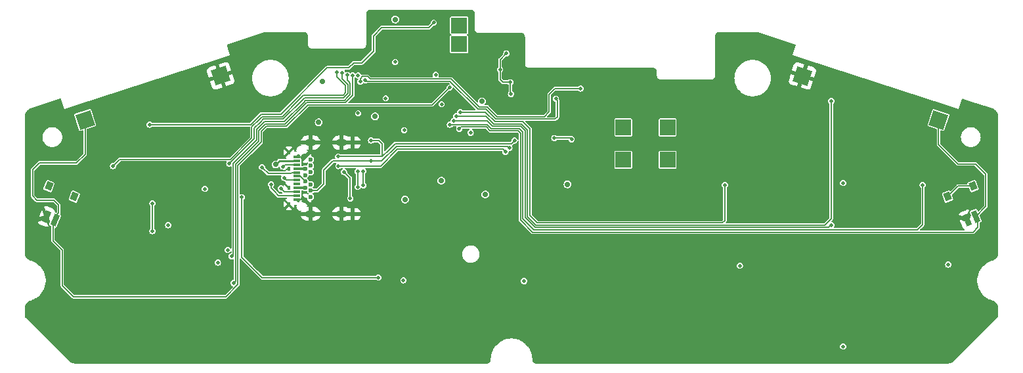
<source format=gbr>
%TF.GenerationSoftware,KiCad,Pcbnew,7.0.6*%
%TF.CreationDate,2023-09-26T11:41:46-07:00*%
%TF.ProjectId,UniSNES,556e6953-4e45-4532-9e6b-696361645f70,rev?*%
%TF.SameCoordinates,Original*%
%TF.FileFunction,Copper,L4,Bot*%
%TF.FilePolarity,Positive*%
%FSLAX46Y46*%
G04 Gerber Fmt 4.6, Leading zero omitted, Abs format (unit mm)*
G04 Created by KiCad (PCBNEW 7.0.6) date 2023-09-26 11:41:46*
%MOMM*%
%LPD*%
G01*
G04 APERTURE LIST*
G04 Aperture macros list*
%AMRotRect*
0 Rectangle, with rotation*
0 The origin of the aperture is its center*
0 $1 length*
0 $2 width*
0 $3 Rotation angle, in degrees counterclockwise*
0 Add horizontal line*
21,1,$1,$2,0,0,$3*%
G04 Aperture macros list end*
%TA.AperFunction,ComponentPad*%
%ADD10RotRect,2.000000X2.000000X162.000000*%
%TD*%
%TA.AperFunction,ComponentPad*%
%ADD11RotRect,2.000000X2.000000X198.000000*%
%TD*%
%TA.AperFunction,SMDPad,CuDef*%
%ADD12RotRect,0.700000X1.500000X337.500000*%
%TD*%
%TA.AperFunction,SMDPad,CuDef*%
%ADD13RotRect,0.850000X1.000000X337.500000*%
%TD*%
%TA.AperFunction,ComponentPad*%
%ADD14R,2.000000X2.000000*%
%TD*%
%TA.AperFunction,SMDPad,CuDef*%
%ADD15R,0.900000X0.300000*%
%TD*%
%TA.AperFunction,ComponentPad*%
%ADD16C,0.600000*%
%TD*%
%TA.AperFunction,SMDPad,CuDef*%
%ADD17R,1.050000X0.500000*%
%TD*%
%TA.AperFunction,ComponentPad*%
%ADD18O,1.550000X0.800000*%
%TD*%
%TA.AperFunction,SMDPad,CuDef*%
%ADD19R,0.300000X0.470000*%
%TD*%
%TA.AperFunction,SMDPad,CuDef*%
%ADD20RotRect,0.700000X1.500000X22.500000*%
%TD*%
%TA.AperFunction,SMDPad,CuDef*%
%ADD21RotRect,0.850000X1.000000X22.500000*%
%TD*%
%TA.AperFunction,ViaPad*%
%ADD22C,0.500000*%
%TD*%
%TA.AperFunction,ViaPad*%
%ADD23C,0.700000*%
%TD*%
%TA.AperFunction,Conductor*%
%ADD24C,0.150000*%
%TD*%
%TA.AperFunction,Conductor*%
%ADD25C,0.200000*%
%TD*%
%TA.AperFunction,Conductor*%
%ADD26C,0.350000*%
%TD*%
%TA.AperFunction,Conductor*%
%ADD27C,0.250000*%
%TD*%
G04 APERTURE END LIST*
D10*
%TO.P,T10,1,1*%
%TO.N,BTN_R*%
X134213600Y-35061073D03*
%TD*%
%TO.P,T9,1,1*%
%TO.N,GND*%
X116687600Y-29371474D03*
%TD*%
D11*
%TO.P,T8,1,1*%
%TO.N,GND*%
X41656000Y-29362400D03*
%TD*%
%TO.P,T7,1,1*%
%TO.N,BTN_L*%
X24180800Y-35052000D03*
%TD*%
D12*
%TO.P,TRL1,1,POS*%
%TO.N,GND*%
X19178141Y-47502664D03*
%TO.P,TRL1,2,GND*%
%TO.N,BTN_L*%
X20286796Y-47961884D03*
D13*
%TO.P,TRL1,3,NC*%
%TO.N,unconnected-(TRL1-NC-Pad3)*%
X19527645Y-43588463D03*
X22807418Y-44946989D03*
%TD*%
D14*
%TO.P,T6,1,1*%
%TO.N,UART0_TX*%
X72390000Y-25298400D03*
%TD*%
%TO.P,T5,1,1*%
%TO.N,UART0_RX*%
X72390000Y-22860000D03*
%TD*%
%TO.P,T1,1,1*%
%TO.N,VBUS_SYS*%
X99291350Y-36017200D03*
%TD*%
%TO.P,T4,1,1*%
%TO.N,RUMBLE-*%
X93573600Y-40182800D03*
%TD*%
D15*
%TO.P,J1,A1,GND*%
%TO.N,GND*%
X51454759Y-39818895D03*
%TO.P,J1,A2,TX1+*%
%TO.N,+3.3V_PRE*%
X51454759Y-40318895D03*
%TO.P,J1,A3,TX1-*%
%TO.N,N_CLOCK*%
X51454759Y-40818895D03*
%TO.P,J1,A4,VBUS*%
%TO.N,VBUS_PRE*%
X51454759Y-41318895D03*
%TO.P,J1,A5,CC1*%
%TO.N,/CC1*%
X51454759Y-41818895D03*
%TO.P,J1,A6,D+*%
%TO.N,D+*%
X51454759Y-42318895D03*
%TO.P,J1,A7,D-*%
%TO.N,D-*%
X51454759Y-42818895D03*
%TO.P,J1,A8,SBU1*%
%TO.N,unconnected-(J1-SBU1-PadA8)*%
X51454759Y-43318895D03*
%TO.P,J1,A9,VBUS*%
%TO.N,VBUS_PRE*%
X51454759Y-43818895D03*
%TO.P,J1,A10,RX2-*%
%TO.N,N_LATCH*%
X51454759Y-44318895D03*
%TO.P,J1,A11,RX2+*%
%TO.N,N_DATA*%
X51454759Y-44818895D03*
%TO.P,J1,A12,GND*%
%TO.N,GND*%
X51454759Y-45318895D03*
D16*
%TO.P,J1,B1,GND*%
X52544759Y-45368895D03*
%TO.P,J1,B2,TX2+*%
%TO.N,+3.3V_PRE*%
X53254759Y-44968895D03*
%TO.P,J1,B3,TX2-*%
%TO.N,N_CLOCK*%
X53254759Y-44168895D03*
%TO.P,J1,B4,VBUS*%
%TO.N,VBUS_PRE*%
X52544759Y-43768895D03*
%TO.P,J1,B5,CC2*%
%TO.N,/CC2*%
X53254759Y-43368895D03*
%TO.P,J1,B6,D+*%
%TO.N,D+*%
X52544759Y-42968895D03*
%TO.P,J1,B7,D-*%
%TO.N,D-*%
X52544759Y-42168895D03*
%TO.P,J1,B8,SBU2*%
%TO.N,unconnected-(J1-SBU2-PadB8)*%
X53254759Y-41768895D03*
%TO.P,J1,B9,VBUS*%
%TO.N,VBUS_PRE*%
X52544759Y-41368895D03*
%TO.P,J1,B10,RX1-*%
%TO.N,N_LATCH*%
X53254759Y-40968895D03*
%TO.P,J1,B11,RX1+*%
%TO.N,N_DATA*%
X53254759Y-40168895D03*
%TO.P,J1,B12,GND*%
%TO.N,GND*%
X52544759Y-39768895D03*
D17*
%TO.P,J1,S1,SHIELD*%
X58674759Y-37968895D03*
D18*
X57254759Y-37968895D03*
X53254759Y-37968895D03*
D19*
X50454759Y-39198895D03*
X50454759Y-41318895D03*
X50454759Y-43818895D03*
X50454759Y-45938895D03*
D17*
X58674759Y-47168895D03*
D18*
X57254759Y-47168895D03*
X53254759Y-47168895D03*
%TD*%
D14*
%TO.P,T2,1,1*%
%TO.N,RUMBLE-*%
X99291350Y-40182800D03*
%TD*%
D20*
%TO.P,TRR1,1,POS*%
%TO.N,GND*%
X137913204Y-47961884D03*
%TO.P,TRR1,2,GND*%
%TO.N,BTN_R*%
X139021859Y-47502664D03*
D21*
%TO.P,TRR1,3,NC*%
%TO.N,unconnected-(TRR1-NC-Pad3)*%
X135392582Y-44946989D03*
X138672355Y-43588463D03*
%TD*%
D14*
%TO.P,T3,1,1*%
%TO.N,VBUS_SYS*%
X93573600Y-36017200D03*
%TD*%
D22*
%TO.N,GND*%
X67157600Y-31750000D03*
X19151600Y-47498000D03*
X70358000Y-33832800D03*
X97231200Y-46583600D03*
X59588400Y-35204400D03*
X60299600Y-34747200D03*
X66802000Y-32258000D03*
X69748400Y-40182800D03*
X78435200Y-47802800D03*
X78486000Y-50800000D03*
X70713600Y-34645600D03*
X63042800Y-23774400D03*
X96520000Y-46685200D03*
X96977200Y-47193200D03*
X61671200Y-35610800D03*
X115366800Y-41859200D03*
X70408800Y-40944800D03*
X99110800Y-51003200D03*
X98450400Y-51257200D03*
X115824000Y-44297600D03*
X69392800Y-40944800D03*
X137926397Y-47960924D03*
X69392800Y-33629600D03*
X99009200Y-51612800D03*
%TO.N,BTN_A*%
X132181600Y-43434000D03*
X71221600Y-35661600D03*
%TO.N,BTN_B*%
X71729600Y-35153600D03*
X120396000Y-48615600D03*
%TO.N,BTN_X*%
X72034400Y-34544000D03*
X120396000Y-32613600D03*
%TO.N,BTN_Y*%
X72542400Y-34036000D03*
X106680000Y-43434000D03*
%TO.N,+3V3*%
X121920000Y-64262000D03*
X65227200Y-55727600D03*
X80772000Y-55829200D03*
D23*
X75793600Y-44653200D03*
X61569600Y-34594800D03*
D22*
X69385408Y-29224312D03*
X39624000Y-43942000D03*
X41300400Y-53441600D03*
D23*
X64160400Y-22098000D03*
D22*
X59385200Y-34188400D03*
D23*
X54762400Y-30124400D03*
D22*
X65328800Y-36372800D03*
X70154800Y-33020000D03*
D23*
X75336400Y-32664400D03*
D22*
X59385200Y-29311600D03*
X42570400Y-51816000D03*
X135483600Y-53695600D03*
X34899600Y-48615600D03*
X108610400Y-53848000D03*
X121920000Y-43180000D03*
%TO.N,+1V1*%
X62941200Y-32258000D03*
X64160400Y-27584400D03*
%TO.N,SHARED_PU*%
X79095600Y-31699200D03*
X78501200Y-26477200D03*
X79009200Y-30185600D03*
X77688400Y-28560000D03*
%TO.N,BTN_DDOWN*%
X43332400Y-56083200D03*
X58674000Y-29311600D03*
%TO.N,BTN_DLEFT*%
X27787600Y-40995600D03*
X56642000Y-28905200D03*
%TO.N,BTN_DRIGHT*%
X43078400Y-52628800D03*
X57962800Y-29260800D03*
%TO.N,BTN_DUP*%
X57302400Y-28956000D03*
X42773600Y-40690800D03*
D23*
%TO.N,+3.3V_PRE*%
X48768000Y-40792400D03*
X54305200Y-35356800D03*
%TO.N,VBUS_PRE*%
X65430400Y-45313600D03*
D22*
%TO.N,N_CLOCK*%
X49663331Y-41077549D03*
X61061600Y-40335200D03*
X78892400Y-38658800D03*
%TO.N,/CC1*%
X46990000Y-41148000D03*
%TO.N,D-*%
X58369200Y-45161200D03*
X57556400Y-41757600D03*
X49834800Y-42519600D03*
%TO.N,N_LATCH*%
X79552800Y-37693600D03*
X49428400Y-43891200D03*
X61061600Y-37693600D03*
X56794400Y-39776400D03*
%TO.N,N_DATA*%
X56845200Y-40995600D03*
X48158400Y-43383200D03*
X78384400Y-39166800D03*
%TO.N,Net-(L1-DOUT)*%
X32867600Y-49377600D03*
X32867600Y-45821600D03*
%TO.N,RGB_1*%
X69138800Y-22504400D03*
X32512000Y-35661600D03*
%TO.N,RGB_2*%
X61976000Y-55372000D03*
X44399200Y-45008800D03*
%TO.N,BTN_SEL*%
X59334400Y-41706800D03*
X59334400Y-43688000D03*
%TO.N,BTN_STRT*%
X60045600Y-43484800D03*
X60045600Y-41656000D03*
%TO.N,BTN_L*%
X20286796Y-47961884D03*
X71170800Y-30886400D03*
%TO.N,unconnected-(TRL1-NC-Pad3)*%
X22809200Y-44907200D03*
X19507200Y-43586400D03*
%TO.N,BTN_R*%
X139021859Y-47502664D03*
X72426134Y-36189239D03*
%TO.N,unconnected-(TRR1-NC-Pad3)*%
X138684000Y-43586400D03*
D23*
%TO.N,VBUS_SYS*%
X86380188Y-43357269D03*
D22*
X73905662Y-36693326D03*
D23*
X70104000Y-42875200D03*
D22*
%TO.N,Net-(Q3-D)*%
X84683600Y-37388800D03*
X86918800Y-37541200D03*
%TO.N,R_BRAKE*%
X60313009Y-29937438D03*
X84886800Y-32308800D03*
%TO.N,RUMBLE*%
X88090187Y-31012613D03*
X59675808Y-30112014D03*
%TD*%
D24*
%TO.N,BTN_L*%
X24180800Y-39471600D02*
X24180800Y-35052000D01*
X23063200Y-40589200D02*
X24180800Y-39471600D01*
X18288000Y-40589200D02*
X23063200Y-40589200D01*
X17424400Y-41452800D02*
X18288000Y-40589200D01*
X17424400Y-44856400D02*
X17424400Y-41452800D01*
X17983200Y-45415200D02*
X17424400Y-44856400D01*
X20167600Y-45415200D02*
X17983200Y-45415200D01*
X20777200Y-46024800D02*
X20167600Y-45415200D01*
X20777200Y-47040800D02*
X20777200Y-46024800D01*
X20286796Y-47531204D02*
X20777200Y-47040800D01*
X20286796Y-47961884D02*
X20286796Y-47531204D01*
%TO.N,BTN_R*%
X140309600Y-42062400D02*
X140309600Y-46214923D01*
X138988800Y-40741600D02*
X140309600Y-42062400D01*
X136753600Y-40741600D02*
X138988800Y-40741600D01*
X134213600Y-38201600D02*
X136753600Y-40741600D01*
X134213600Y-35061073D02*
X134213600Y-38201600D01*
X140309600Y-46214923D02*
X139021859Y-47502664D01*
D25*
%TO.N,GND*%
X51454759Y-45318895D02*
X52494759Y-45318895D01*
D24*
X19156264Y-47502664D02*
X19151600Y-47498000D01*
D25*
X52494759Y-39818895D02*
X52544759Y-39768895D01*
D24*
X19178141Y-47502664D02*
X19156264Y-47502664D01*
X50454759Y-41318895D02*
X50273505Y-41318895D01*
D26*
X78486000Y-47853600D02*
X78435200Y-47802800D01*
D25*
X51454759Y-39818895D02*
X52494759Y-39818895D01*
X52494759Y-45318895D02*
X52544759Y-45368895D01*
D24*
X50038000Y-41554400D02*
X49987200Y-41605200D01*
D26*
X115824000Y-42316400D02*
X115824000Y-44297600D01*
X115366800Y-41859200D02*
X115824000Y-42316400D01*
X78486000Y-50800000D02*
X78486000Y-47853600D01*
D24*
X50273505Y-41318895D02*
X50038000Y-41554400D01*
X49987200Y-41605200D02*
X49276000Y-41605200D01*
X137925437Y-47961884D02*
X137926397Y-47960924D01*
X137913204Y-47961884D02*
X137925437Y-47961884D01*
%TO.N,BTN_A*%
X80619600Y-47802800D02*
X80619600Y-36626800D01*
X82042000Y-49225200D02*
X80619600Y-47802800D01*
X131470400Y-49225200D02*
X82042000Y-49225200D01*
X80619600Y-36626800D02*
X80148000Y-36155200D01*
X132181600Y-43434000D02*
X132181600Y-48514000D01*
X80148000Y-36155200D02*
X76541200Y-36155200D01*
X76047600Y-35661600D02*
X71221600Y-35661600D01*
X76541200Y-36155200D02*
X76047600Y-35661600D01*
X132181600Y-48514000D02*
X131470400Y-49225200D01*
%TO.N,BTN_B*%
X71729600Y-35153600D02*
X75996800Y-35153600D01*
X76698400Y-35855200D02*
X80305200Y-35855200D01*
X80924400Y-36474400D02*
X80924400Y-47650400D01*
X80305200Y-35855200D02*
X80924400Y-36474400D01*
X82194400Y-48920400D02*
X120091200Y-48920400D01*
X120091200Y-48920400D02*
X120396000Y-48615600D01*
X80924400Y-47650400D02*
X82194400Y-48920400D01*
X75996800Y-35153600D02*
X76698400Y-35855200D01*
%TO.N,BTN_X*%
X120396000Y-32613600D02*
X120396000Y-47802800D01*
X76855600Y-35555200D02*
X75844400Y-34544000D01*
X75844400Y-34544000D02*
X72034400Y-34544000D01*
X119583200Y-48615600D02*
X82313864Y-48615600D01*
X120396000Y-47802800D02*
X119583200Y-48615600D01*
X80462400Y-35555200D02*
X76855600Y-35555200D01*
X82313864Y-48615600D02*
X81229200Y-47530936D01*
X81229200Y-36322000D02*
X80462400Y-35555200D01*
X81229200Y-47530936D02*
X81229200Y-36322000D01*
%TO.N,BTN_Y*%
X106375200Y-48310800D02*
X106680000Y-48006000D01*
X81534000Y-47396400D02*
X82448400Y-48310800D01*
X81534000Y-36169600D02*
X81534000Y-47396400D01*
X80619600Y-35255200D02*
X81534000Y-36169600D01*
X77012800Y-35255200D02*
X80619600Y-35255200D01*
X106680000Y-48006000D02*
X106680000Y-43434000D01*
X72542400Y-34036000D02*
X75793600Y-34036000D01*
X82448400Y-48310800D02*
X106375200Y-48310800D01*
X75793600Y-34036000D02*
X77012800Y-35255200D01*
%TO.N,SHARED_PU*%
X77688400Y-28560000D02*
X77688400Y-29830000D01*
X77891600Y-30033200D02*
X78044000Y-30185600D01*
X79009200Y-31612800D02*
X79095600Y-31699200D01*
X79009200Y-30185600D02*
X79009200Y-31612800D01*
X77688400Y-27290000D02*
X78501200Y-26477200D01*
X77688400Y-28560000D02*
X77688400Y-27290000D01*
X78044000Y-30185600D02*
X79009200Y-30185600D01*
X77688400Y-29830000D02*
X77891600Y-30033200D01*
%TO.N,BTN_DDOWN*%
X52730400Y-32816800D02*
X49987200Y-35560000D01*
X43586400Y-55829200D02*
X43332400Y-56083200D01*
X46588400Y-36400936D02*
X46588400Y-37772536D01*
X43586400Y-40774536D02*
X43586400Y-55829200D01*
X58674000Y-31902400D02*
X57759600Y-32816800D01*
X57759600Y-32816800D02*
X52730400Y-32816800D01*
X49987200Y-35560000D02*
X47429336Y-35560000D01*
X47429336Y-35560000D02*
X46588400Y-36400936D01*
X46588400Y-37772536D02*
X43586400Y-40774536D01*
X58674000Y-29311600D02*
X58674000Y-31902400D01*
%TO.N,BTN_DLEFT*%
X56642000Y-28905200D02*
X56642000Y-29514800D01*
X45304668Y-37735468D02*
X42908136Y-40132000D01*
X57759600Y-31191200D02*
X57759600Y-31528936D01*
X46634400Y-35001200D02*
X45669200Y-35966400D01*
X45669200Y-36728400D02*
X45669200Y-37370936D01*
X56642000Y-29514800D02*
X57200800Y-30073600D01*
X42908136Y-40132000D02*
X41859200Y-40132000D01*
X28651200Y-40132000D02*
X27787600Y-40995600D01*
X41859200Y-40132000D02*
X28651200Y-40132000D01*
X49580800Y-34645600D02*
X48615600Y-34645600D01*
X57200800Y-30073600D02*
X57759600Y-30632400D01*
X46990000Y-34645600D02*
X46634400Y-35001200D01*
X45669200Y-37370936D02*
X45304668Y-37735468D01*
X56845200Y-31902400D02*
X52324000Y-31902400D01*
X48615600Y-34645600D02*
X46990000Y-34645600D01*
X51663600Y-32562800D02*
X49580800Y-34645600D01*
X57759600Y-31528936D02*
X57445868Y-31842668D01*
X45669200Y-35966400D02*
X45669200Y-36728400D01*
X52324000Y-31902400D02*
X51663600Y-32562800D01*
X57759600Y-30632400D02*
X57759600Y-31191200D01*
X57386136Y-31902400D02*
X56845200Y-31902400D01*
X57445868Y-31842668D02*
X57386136Y-31902400D01*
%TO.N,BTN_DRIGHT*%
X52610936Y-32512000D02*
X52365868Y-32757068D01*
X52365868Y-32757068D02*
X49862936Y-35260000D01*
X49862936Y-35260000D02*
X49174400Y-35260000D01*
X47175336Y-35389736D02*
X46278800Y-36286272D01*
X49174400Y-35260000D02*
X47305072Y-35260000D01*
X58369200Y-31782936D02*
X58004668Y-32147468D01*
X43281600Y-40995600D02*
X43281600Y-52425600D01*
X57962800Y-29921200D02*
X58166000Y-30124400D01*
X46278800Y-36677600D02*
X46278800Y-37642800D01*
X43281600Y-40640000D02*
X43281600Y-40995600D01*
X57200800Y-32512000D02*
X52610936Y-32512000D01*
X58004668Y-32147468D02*
X57640136Y-32512000D01*
X47305072Y-35260000D02*
X47175336Y-35389736D01*
X57962800Y-29260800D02*
X57962800Y-29921200D01*
X43281600Y-52425600D02*
X43078400Y-52628800D01*
X57640136Y-32512000D02*
X57200800Y-32512000D01*
X58166000Y-30124400D02*
X58369200Y-30327600D01*
X58369200Y-30835600D02*
X58369200Y-31782936D01*
X46278800Y-37642800D02*
X45872400Y-38049200D01*
X46278800Y-36286272D02*
X46278800Y-36677600D01*
X58369200Y-30327600D02*
X58369200Y-30835600D01*
X45872400Y-38049200D02*
X43281600Y-40640000D01*
%TO.N,BTN_DUP*%
X47142400Y-34950400D02*
X46786800Y-35306000D01*
X57302400Y-29718000D02*
X57810400Y-30226000D01*
X57658000Y-32054800D02*
X57505600Y-32207200D01*
X49733200Y-34950400D02*
X49072800Y-34950400D01*
X57505600Y-32207200D02*
X56845200Y-32207200D01*
X58064400Y-31648400D02*
X57658000Y-32054800D01*
X49072800Y-34950400D02*
X47142400Y-34950400D01*
X52476400Y-32207200D02*
X52171600Y-32512000D01*
X45974000Y-36677600D02*
X45974000Y-37490400D01*
X45974000Y-37490400D02*
X45466000Y-37998400D01*
X45466000Y-37998400D02*
X42773600Y-40690800D01*
X46786800Y-35306000D02*
X45974000Y-36118800D01*
X52171600Y-32512000D02*
X49733200Y-34950400D01*
X57302400Y-28956000D02*
X57302400Y-29718000D01*
X56845200Y-32207200D02*
X52476400Y-32207200D01*
X45974000Y-36118800D02*
X45974000Y-36677600D01*
X57810400Y-30226000D02*
X58064400Y-30480000D01*
X58064400Y-30480000D02*
X58064400Y-31038800D01*
X58064400Y-31038800D02*
X58064400Y-31648400D01*
D27*
%TO.N,+3.3V_PRE*%
X49241505Y-40318895D02*
X48768000Y-40792400D01*
X51454759Y-40318895D02*
X49241505Y-40318895D01*
D26*
%TO.N,VBUS_PRE*%
X52494759Y-41318895D02*
X52544759Y-41368895D01*
X51454759Y-41318895D02*
X52494759Y-41318895D01*
X52494759Y-43818895D02*
X52544759Y-43768895D01*
X51454759Y-43818895D02*
X52494759Y-43818895D01*
D25*
%TO.N,N_CLOCK*%
X62433200Y-40335200D02*
X64312800Y-38455600D01*
X61061600Y-40335200D02*
X56134000Y-40335200D01*
X54078305Y-44168895D02*
X53254759Y-44168895D01*
X61061600Y-40335200D02*
X62433200Y-40335200D01*
X78689200Y-38455600D02*
X78892400Y-38658800D01*
X54965600Y-41503600D02*
X54965600Y-43281600D01*
X54965600Y-43281600D02*
X54078305Y-44168895D01*
X56134000Y-40335200D02*
X54965600Y-41503600D01*
X49921985Y-40818895D02*
X49663331Y-41077549D01*
X51454759Y-40818895D02*
X49921985Y-40818895D01*
X64312800Y-38455600D02*
X78689200Y-38455600D01*
%TO.N,/CC1*%
X47802800Y-41960800D02*
X50749200Y-41960800D01*
X50891105Y-41818895D02*
X51454759Y-41818895D01*
X50749200Y-41960800D02*
X50891105Y-41818895D01*
X46990000Y-41148000D02*
X47802800Y-41960800D01*
D24*
%TO.N,D+*%
X51454759Y-42318895D02*
X51894759Y-42318895D01*
X51894759Y-42318895D02*
X52544759Y-42968895D01*
%TO.N,D-*%
X51454759Y-42818895D02*
X50134095Y-42818895D01*
D25*
X57556400Y-41757600D02*
X58369200Y-42570400D01*
D24*
X50134095Y-42818895D02*
X49834800Y-42519600D01*
D25*
X58369200Y-42570400D02*
X58369200Y-45161200D01*
%TO.N,N_LATCH*%
X51454759Y-44318895D02*
X49856095Y-44318895D01*
X63296800Y-38963600D02*
X64160400Y-38100000D01*
X62484000Y-39776400D02*
X63296800Y-38963600D01*
X64160400Y-38100000D02*
X71932800Y-38100000D01*
X49856095Y-44318895D02*
X49428400Y-43891200D01*
X62484000Y-38150800D02*
X62026800Y-37693600D01*
X62484000Y-39776400D02*
X62484000Y-38150800D01*
X71932800Y-38100000D02*
X79146400Y-38100000D01*
X56794400Y-39776400D02*
X62484000Y-39776400D01*
X62026800Y-37693600D02*
X61061600Y-37693600D01*
X79146400Y-38100000D02*
X79552800Y-37693600D01*
%TO.N,N_DATA*%
X49136895Y-44818895D02*
X48564800Y-44246800D01*
X51454759Y-44818895D02*
X49136895Y-44818895D01*
X78384400Y-39166800D02*
X78028800Y-38811200D01*
X78028800Y-38811200D02*
X64465200Y-38811200D01*
X48564800Y-44246800D02*
X48158400Y-43840400D01*
X62280800Y-40995600D02*
X56845200Y-40995600D01*
X48158400Y-43840400D02*
X48158400Y-43383200D01*
X64465200Y-38811200D02*
X62280800Y-40995600D01*
%TO.N,Net-(L1-DOUT)*%
X32867600Y-45821600D02*
X32867600Y-49377600D01*
%TO.N,RGB_1*%
X59893200Y-27686000D02*
X61366400Y-26212800D01*
X32512000Y-35661600D02*
X45514380Y-35661600D01*
X55372000Y-28346400D02*
X58166000Y-28346400D01*
X58166000Y-28346400D02*
X58826400Y-27686000D01*
X58826400Y-27686000D02*
X59893200Y-27686000D01*
X61366400Y-24231600D02*
X62433200Y-23164800D01*
X62433200Y-23164800D02*
X68478400Y-23164800D01*
X49428400Y-34290000D02*
X55372000Y-28346400D01*
X45514380Y-35661600D02*
X46885980Y-34290000D01*
X61366400Y-26212800D02*
X61366400Y-24231600D01*
X68478400Y-23164800D02*
X69138800Y-22504400D01*
X46885980Y-34290000D02*
X49428400Y-34290000D01*
%TO.N,RGB_2*%
X46228000Y-54610000D02*
X46990000Y-55372000D01*
X44399200Y-52781200D02*
X46228000Y-54610000D01*
X44399200Y-45008800D02*
X44399200Y-52781200D01*
X46990000Y-55372000D02*
X61976000Y-55372000D01*
D24*
%TO.N,BTN_SEL*%
X59334400Y-41706800D02*
X59334400Y-43688000D01*
%TO.N,BTN_STRT*%
X60045600Y-41656000D02*
X60045600Y-43484800D01*
%TO.N,BTN_L*%
X21234400Y-56388000D02*
X22707600Y-57861200D01*
X20044689Y-48203991D02*
X20044689Y-50626289D01*
X52882800Y-33121600D02*
X68935600Y-33121600D01*
X68935600Y-33121600D02*
X71170800Y-30886400D01*
X21234400Y-51816000D02*
X21234400Y-56388000D01*
X47548800Y-35864800D02*
X50139600Y-35864800D01*
X20044689Y-50626289D02*
X21234400Y-51816000D01*
X22707600Y-57861200D02*
X42316400Y-57861200D01*
X43891200Y-40894000D02*
X46888400Y-37896800D01*
X43891200Y-56286400D02*
X43891200Y-40894000D01*
X42316400Y-57861200D02*
X43891200Y-56286400D01*
X50139600Y-35864800D02*
X52882800Y-33121600D01*
X20286796Y-47961884D02*
X20044689Y-48203991D01*
X46888400Y-36525200D02*
X47548800Y-35864800D01*
X46888400Y-37896800D02*
X46888400Y-36525200D01*
%TO.N,unconnected-(TRL1-NC-Pad3)*%
X22807418Y-44946989D02*
X22807418Y-44908982D01*
X19527645Y-43588463D02*
X19509263Y-43588463D01*
X22807418Y-44908982D02*
X22809200Y-44907200D01*
X19509263Y-43588463D02*
X19507200Y-43586400D01*
%TO.N,BTN_R*%
X80314800Y-47955200D02*
X80314800Y-36746264D01*
X72642171Y-35973202D02*
X72426134Y-36189239D01*
X75902002Y-35973202D02*
X72642171Y-35973202D01*
X138684000Y-49530000D02*
X81889600Y-49530000D01*
X139307204Y-47788009D02*
X139307204Y-48906796D01*
X80314800Y-36746264D02*
X80023736Y-36455200D01*
X80023736Y-36455200D02*
X76384000Y-36455200D01*
X76384000Y-36455200D02*
X75902002Y-35973202D01*
X139307204Y-48906796D02*
X138684000Y-49530000D01*
X81889600Y-49530000D02*
X80314800Y-47955200D01*
X139021859Y-47502664D02*
X139307204Y-47788009D01*
%TO.N,unconnected-(TRR1-NC-Pad3)*%
X138672355Y-43588463D02*
X136751108Y-43588463D01*
X138672355Y-43588463D02*
X138681937Y-43588463D01*
X138681937Y-43588463D02*
X138684000Y-43586400D01*
X136751108Y-43588463D02*
X135392582Y-44946989D01*
D25*
%TO.N,Net-(Q3-D)*%
X84683600Y-37388800D02*
X86766400Y-37388800D01*
X86766400Y-37388800D02*
X86918800Y-37541200D01*
D24*
%TO.N,R_BRAKE*%
X71221600Y-30073600D02*
X74828400Y-33680400D01*
X77165200Y-34950400D02*
X84785200Y-34950400D01*
X85090000Y-32512000D02*
X84886800Y-32308800D01*
X74828400Y-33680400D02*
X75895200Y-33680400D01*
X85090000Y-34645600D02*
X85090000Y-32512000D01*
X84785200Y-34950400D02*
X85090000Y-34645600D01*
X60313009Y-29937438D02*
X60449171Y-30073600D01*
X75895200Y-33680400D02*
X77165200Y-34950400D01*
X60449171Y-30073600D02*
X71221600Y-30073600D01*
%TO.N,RUMBLE*%
X59675808Y-30112014D02*
X59675808Y-29732192D01*
X83362800Y-34645600D02*
X84023200Y-33985200D01*
X59955009Y-29452991D02*
X60601059Y-29452991D01*
X59675808Y-29732192D02*
X59955009Y-29452991D01*
X84760587Y-31012613D02*
X88090187Y-31012613D01*
X60916868Y-29768800D02*
X71374000Y-29768800D01*
X77317600Y-34645600D02*
X83362800Y-34645600D01*
X74980800Y-33375600D02*
X76047600Y-33375600D01*
X60601059Y-29452991D02*
X60916868Y-29768800D01*
X84023200Y-33985200D02*
X84023200Y-31750000D01*
X76047600Y-33375600D02*
X77317600Y-34645600D01*
X84023200Y-31750000D02*
X84760587Y-31012613D01*
X71374000Y-29768800D02*
X74980800Y-33375600D01*
%TD*%
%TA.AperFunction,Conductor*%
%TO.N,GND*%
G36*
X51735305Y-45136708D02*
G01*
X51760615Y-45180545D01*
X51751825Y-45230395D01*
X51740065Y-45245721D01*
X51666891Y-45318895D01*
X51848111Y-45500115D01*
X51869503Y-45545991D01*
X51856402Y-45594886D01*
X51824104Y-45620808D01*
X51714525Y-45666197D01*
X51695507Y-45680789D01*
X51647230Y-45696007D01*
X51600465Y-45676634D01*
X51598136Y-45674404D01*
X51294953Y-45371221D01*
X51273561Y-45325345D01*
X51286662Y-45276450D01*
X51294953Y-45266569D01*
X51420453Y-45141069D01*
X51466329Y-45119677D01*
X51472779Y-45119395D01*
X51687739Y-45119395D01*
X51735305Y-45136708D01*
G37*
%TD.AperFunction*%
%TA.AperFunction,Conductor*%
G36*
X51692906Y-39455092D02*
G01*
X51695510Y-39457002D01*
X51714526Y-39471593D01*
X51824102Y-39516981D01*
X51861423Y-39551178D01*
X51868030Y-39601364D01*
X51848110Y-39637674D01*
X51666891Y-39818893D01*
X51666891Y-39818894D01*
X51740066Y-39892069D01*
X51761458Y-39937945D01*
X51748357Y-39986840D01*
X51706893Y-40015874D01*
X51687740Y-40018395D01*
X51472779Y-40018395D01*
X51425213Y-40001082D01*
X51420453Y-39996721D01*
X51294953Y-39871221D01*
X51273561Y-39825345D01*
X51286662Y-39776450D01*
X51294953Y-39766569D01*
X51454759Y-39606763D01*
X51598136Y-39463384D01*
X51644012Y-39441992D01*
X51692906Y-39455092D01*
G37*
%TD.AperFunction*%
%TA.AperFunction,Conductor*%
G36*
X59072043Y-29566425D02*
G01*
X59081925Y-29574717D01*
X59146858Y-29639650D01*
X59259896Y-29697246D01*
X59344603Y-29710662D01*
X59388875Y-29735202D01*
X59407016Y-29782459D01*
X59390536Y-29830321D01*
X59385353Y-29836077D01*
X59347759Y-29873670D01*
X59290161Y-29986712D01*
X59270316Y-30112014D01*
X59290161Y-30237315D01*
X59290161Y-30237316D01*
X59290162Y-30237318D01*
X59347758Y-30350356D01*
X59437466Y-30440064D01*
X59550504Y-30497660D01*
X59675808Y-30517506D01*
X59801112Y-30497660D01*
X59914150Y-30440064D01*
X60003858Y-30350356D01*
X60019186Y-30320271D01*
X60056205Y-30285749D01*
X60106755Y-30283099D01*
X60118710Y-30287929D01*
X60187705Y-30323084D01*
X60187704Y-30323084D01*
X60204836Y-30325797D01*
X60313009Y-30342930D01*
X60438313Y-30323084D01*
X60469553Y-30307166D01*
X60503149Y-30299100D01*
X71097542Y-30299100D01*
X71145108Y-30316413D01*
X71149868Y-30320774D01*
X71188273Y-30359179D01*
X71209665Y-30405055D01*
X71196564Y-30453950D01*
X71155100Y-30482984D01*
X71147523Y-30484594D01*
X71045498Y-30500753D01*
X71045496Y-30500753D01*
X71045496Y-30500754D01*
X71007345Y-30520193D01*
X70932456Y-30558351D01*
X70842751Y-30648056D01*
X70785153Y-30761098D01*
X70765308Y-30886399D01*
X70771248Y-30923905D01*
X70761589Y-30973594D01*
X70750485Y-30987807D01*
X68863869Y-32874426D01*
X68817993Y-32895818D01*
X68811543Y-32896100D01*
X58177858Y-32896100D01*
X58130292Y-32878787D01*
X58104982Y-32834950D01*
X58113772Y-32785100D01*
X58125532Y-32769774D01*
X58281709Y-32613597D01*
X58637305Y-32258000D01*
X62535708Y-32258000D01*
X62555553Y-32383301D01*
X62555553Y-32383302D01*
X62555554Y-32383304D01*
X62613150Y-32496342D01*
X62702858Y-32586050D01*
X62815896Y-32643646D01*
X62941200Y-32663492D01*
X63066504Y-32643646D01*
X63179542Y-32586050D01*
X63269250Y-32496342D01*
X63326846Y-32383304D01*
X63346692Y-32258000D01*
X63326846Y-32132696D01*
X63269250Y-32019658D01*
X63179542Y-31929950D01*
X63066504Y-31872354D01*
X63066502Y-31872353D01*
X63066501Y-31872353D01*
X62941200Y-31852508D01*
X62815898Y-31872353D01*
X62702856Y-31929951D01*
X62613151Y-32019656D01*
X62555553Y-32132698D01*
X62535708Y-32258000D01*
X58637305Y-32258000D01*
X58828619Y-32066685D01*
X58829979Y-32065394D01*
X58860509Y-32037907D01*
X58870414Y-32015656D01*
X58875956Y-32005451D01*
X58882737Y-31995009D01*
X58889226Y-31985018D01*
X58890557Y-31976611D01*
X58896041Y-31958100D01*
X58899500Y-31950332D01*
X58899499Y-31925974D01*
X58900411Y-31914396D01*
X58904222Y-31890339D01*
X58904221Y-31890337D01*
X58904222Y-31890335D01*
X58902021Y-31882119D01*
X58899500Y-31862968D01*
X58899500Y-29683143D01*
X58916813Y-29635577D01*
X58921174Y-29630818D01*
X58947457Y-29604535D01*
X58977274Y-29574717D01*
X59023149Y-29553325D01*
X59072043Y-29566425D01*
G37*
%TD.AperFunction*%
%TA.AperFunction,Conductor*%
G36*
X73924335Y-20833876D02*
G01*
X73948633Y-20836613D01*
X74033229Y-20847746D01*
X74047991Y-20851261D01*
X74087506Y-20865086D01*
X74087655Y-20865138D01*
X74089585Y-20865874D01*
X74148358Y-20890217D01*
X74159400Y-20895921D01*
X74198792Y-20920672D01*
X74201590Y-20922619D01*
X74251773Y-20961125D01*
X74255407Y-20964312D01*
X74291060Y-20999965D01*
X74291089Y-20999994D01*
X74294278Y-21003630D01*
X74322459Y-21040357D01*
X74332769Y-21053795D01*
X74334744Y-21056636D01*
X74359480Y-21096005D01*
X74365189Y-21107057D01*
X74383798Y-21151989D01*
X74389516Y-21165795D01*
X74389525Y-21165815D01*
X74390266Y-21167756D01*
X74404139Y-21207413D01*
X74407657Y-21222188D01*
X74418738Y-21306348D01*
X74421534Y-21331172D01*
X74421767Y-21335317D01*
X74421767Y-23277240D01*
X74418341Y-23286652D01*
X74421440Y-23310172D01*
X74421757Y-23315007D01*
X74421760Y-23372834D01*
X74433140Y-23422675D01*
X74432344Y-23429027D01*
X74434957Y-23435335D01*
X74438734Y-23447182D01*
X74446863Y-23482783D01*
X74446865Y-23482790D01*
X74475734Y-23542730D01*
X74476432Y-23549706D01*
X74478930Y-23552961D01*
X74486891Y-23565897D01*
X74495802Y-23584398D01*
X74495805Y-23584403D01*
X74545268Y-23646425D01*
X74547782Y-23653909D01*
X74549512Y-23655236D01*
X74562318Y-23667804D01*
X74566127Y-23672580D01*
X74570901Y-23676387D01*
X74583470Y-23689193D01*
X74584785Y-23690906D01*
X74592281Y-23693438D01*
X74654300Y-23742897D01*
X74654303Y-23742898D01*
X74654305Y-23742900D01*
X74672810Y-23751812D01*
X74685748Y-23759774D01*
X74688567Y-23761937D01*
X74694926Y-23762473D01*
X74695928Y-23762946D01*
X74755919Y-23791838D01*
X74791524Y-23799966D01*
X74803373Y-23803743D01*
X74808460Y-23805850D01*
X74813537Y-23805036D01*
X74815973Y-23805547D01*
X74865875Y-23816940D01*
X74907447Y-23816941D01*
X74907454Y-23816943D01*
X74922168Y-23816943D01*
X74922267Y-23816943D01*
X74922767Y-23816943D01*
X74923635Y-23816943D01*
X74928474Y-23817260D01*
X74949958Y-23820091D01*
X74957118Y-23817047D01*
X74961036Y-23816943D01*
X80400901Y-23816943D01*
X80405045Y-23817176D01*
X80423869Y-23819295D01*
X80429328Y-23819910D01*
X80513948Y-23831046D01*
X80528713Y-23834561D01*
X80568392Y-23848443D01*
X80570298Y-23849171D01*
X80629086Y-23873517D01*
X80640122Y-23879217D01*
X80655074Y-23888611D01*
X80679511Y-23903965D01*
X80682351Y-23905940D01*
X80732503Y-23944417D01*
X80736145Y-23947611D01*
X80771832Y-23983291D01*
X80775027Y-23986934D01*
X80785577Y-24000681D01*
X80813531Y-24037104D01*
X80815492Y-24039923D01*
X80822453Y-24050999D01*
X80840241Y-24079305D01*
X80845950Y-24090353D01*
X80870293Y-24149105D01*
X80871034Y-24151046D01*
X80884896Y-24190651D01*
X80888422Y-24205472D01*
X80899965Y-24293462D01*
X80902246Y-24313688D01*
X80902479Y-24317838D01*
X80902479Y-27793210D01*
X80898983Y-27802814D01*
X80902138Y-27826763D01*
X80902455Y-27831596D01*
X80902460Y-27889532D01*
X80913788Y-27939149D01*
X80912985Y-27945556D01*
X80915643Y-27951972D01*
X80919422Y-27963824D01*
X80927565Y-27999492D01*
X80927567Y-27999496D01*
X80956376Y-28059313D01*
X80957077Y-28066316D01*
X80959605Y-28069611D01*
X80967569Y-28082551D01*
X80976504Y-28101102D01*
X80976508Y-28101110D01*
X81025910Y-28163053D01*
X81028431Y-28170556D01*
X81030181Y-28171899D01*
X81042985Y-28184464D01*
X81046831Y-28189286D01*
X81051653Y-28193131D01*
X81064217Y-28205932D01*
X81065547Y-28207666D01*
X81073060Y-28210202D01*
X81100332Y-28231950D01*
X81135012Y-28259606D01*
X81153574Y-28268545D01*
X81166514Y-28276508D01*
X81169368Y-28278698D01*
X81175753Y-28279236D01*
X81176739Y-28279700D01*
X81236628Y-28308542D01*
X81272298Y-28316684D01*
X81284149Y-28320461D01*
X81289348Y-28322614D01*
X81294480Y-28321792D01*
X81296946Y-28322310D01*
X81346586Y-28333642D01*
X81388158Y-28333642D01*
X81388164Y-28333644D01*
X81402880Y-28333644D01*
X81402979Y-28333644D01*
X81403479Y-28333644D01*
X81404347Y-28333644D01*
X81409189Y-28333962D01*
X81430781Y-28336808D01*
X81437982Y-28333748D01*
X81441895Y-28333644D01*
X97400901Y-28333644D01*
X97405037Y-28333876D01*
X97413126Y-28334785D01*
X97429340Y-28336608D01*
X97513940Y-28347729D01*
X97528721Y-28351246D01*
X97568390Y-28365121D01*
X97570276Y-28365841D01*
X97629089Y-28390194D01*
X97640118Y-28395890D01*
X97679496Y-28420630D01*
X97682337Y-28422606D01*
X97732504Y-28461099D01*
X97736147Y-28464295D01*
X97771821Y-28499970D01*
X97775017Y-28503614D01*
X97813500Y-28553773D01*
X97815476Y-28556615D01*
X97840208Y-28595982D01*
X97845919Y-28607039D01*
X97870251Y-28665808D01*
X97870991Y-28667748D01*
X97884862Y-28707412D01*
X97888379Y-28722188D01*
X97899387Y-28805853D01*
X97902246Y-28831291D01*
X97902478Y-28835428D01*
X97902479Y-29293231D01*
X97898980Y-29302841D01*
X97902136Y-29326769D01*
X97902454Y-29331602D01*
X97902469Y-29389535D01*
X97913803Y-29439141D01*
X97913002Y-29445537D01*
X97915656Y-29451940D01*
X97919434Y-29463787D01*
X97927588Y-29499478D01*
X97927588Y-29499480D01*
X97941520Y-29528399D01*
X97951898Y-29549942D01*
X97956403Y-29559292D01*
X97957104Y-29566289D01*
X97959630Y-29569581D01*
X97967587Y-29582509D01*
X97976537Y-29601086D01*
X98025934Y-29663021D01*
X98028454Y-29670519D01*
X98030206Y-29671864D01*
X98043009Y-29684430D01*
X98046859Y-29689257D01*
X98051687Y-29693107D01*
X98064248Y-29705905D01*
X98065580Y-29707641D01*
X98073091Y-29710177D01*
X98113320Y-29742260D01*
X98135034Y-29759577D01*
X98153599Y-29768519D01*
X98166537Y-29776481D01*
X98169392Y-29778672D01*
X98175774Y-29779210D01*
X98176830Y-29779709D01*
X98185664Y-29783964D01*
X98236640Y-29808518D01*
X98272331Y-29816670D01*
X98284178Y-29820448D01*
X98289358Y-29822594D01*
X98294475Y-29821774D01*
X98296953Y-29822295D01*
X98346589Y-29833633D01*
X98388165Y-29833640D01*
X98388183Y-29833644D01*
X98402880Y-29833644D01*
X98402979Y-29833644D01*
X98403479Y-29833644D01*
X98404335Y-29833644D01*
X98409184Y-29833963D01*
X98430762Y-29836812D01*
X98437978Y-29833747D01*
X98441874Y-29833644D01*
X104875185Y-29833644D01*
X104884782Y-29837137D01*
X104908686Y-29833984D01*
X104913524Y-29833665D01*
X104915066Y-29833664D01*
X104915066Y-29833666D01*
X104971585Y-29833655D01*
X105009238Y-29825043D01*
X105021442Y-29822252D01*
X105027860Y-29823053D01*
X105034250Y-29820400D01*
X105046124Y-29816606D01*
X105081777Y-29808452D01*
X105081780Y-29808450D01*
X105081782Y-29808450D01*
X105141836Y-29779458D01*
X105148839Y-29778750D01*
X105152092Y-29776247D01*
X105165054Y-29768249D01*
X105171802Y-29764991D01*
X105183574Y-29759308D01*
X105183575Y-29759307D01*
X105183576Y-29759307D01*
X105213710Y-29735202D01*
X105245711Y-29709603D01*
X105253200Y-29707074D01*
X105254503Y-29705370D01*
X105267078Y-29692512D01*
X105271845Y-29688699D01*
X105275641Y-29683918D01*
X105288455Y-29671299D01*
X105290136Y-29670004D01*
X105292659Y-29662490D01*
X105301463Y-29651404D01*
X107898458Y-29651404D01*
X107899219Y-29663020D01*
X107906438Y-29773158D01*
X107906517Y-29775578D01*
X107906517Y-29805267D01*
X107910390Y-29834697D01*
X107910627Y-29837105D01*
X107918608Y-29958851D01*
X107918611Y-29958875D01*
X107942410Y-30078519D01*
X107942804Y-30080907D01*
X107946208Y-30106753D01*
X107946683Y-30110358D01*
X107950446Y-30124400D01*
X107954367Y-30139034D01*
X107954917Y-30141393D01*
X107978718Y-30261053D01*
X107978723Y-30261070D01*
X108017938Y-30376595D01*
X108018641Y-30378911D01*
X108026329Y-30407600D01*
X108037688Y-30435022D01*
X108038540Y-30437288D01*
X108077764Y-30552834D01*
X108131726Y-30662260D01*
X108132725Y-30664465D01*
X108144083Y-30691885D01*
X108144090Y-30691899D01*
X108158934Y-30717611D01*
X108160075Y-30719746D01*
X108214036Y-30829168D01*
X108214040Y-30829174D01*
X108214041Y-30829176D01*
X108281831Y-30930631D01*
X108283096Y-30932666D01*
X108297951Y-30958395D01*
X108306447Y-30969467D01*
X108316033Y-30981961D01*
X108317442Y-30983928D01*
X108385214Y-31085355D01*
X108385223Y-31085368D01*
X108385225Y-31085370D01*
X108385229Y-31085375D01*
X108465670Y-31177100D01*
X108467205Y-31178971D01*
X108485281Y-31202528D01*
X108506282Y-31223529D01*
X108507938Y-31225297D01*
X108588380Y-31317023D01*
X108680106Y-31397465D01*
X108681867Y-31399114D01*
X108702876Y-31420123D01*
X108726433Y-31438199D01*
X108728304Y-31439734D01*
X108820029Y-31520175D01*
X108820037Y-31520182D01*
X108820049Y-31520190D01*
X108921484Y-31587967D01*
X108923452Y-31589377D01*
X108947010Y-31607454D01*
X108972769Y-31622326D01*
X108974751Y-31623558D01*
X109040333Y-31667379D01*
X109076216Y-31691356D01*
X109076223Y-31691360D01*
X109076229Y-31691364D01*
X109097935Y-31702068D01*
X109185657Y-31745328D01*
X109187793Y-31746470D01*
X109198532Y-31752669D01*
X109213508Y-31761316D01*
X109240946Y-31772681D01*
X109243138Y-31773674D01*
X109352569Y-31827640D01*
X109352572Y-31827641D01*
X109352574Y-31827642D01*
X109468139Y-31866871D01*
X109470352Y-31867704D01*
X109497808Y-31879077D01*
X109526495Y-31886763D01*
X109528798Y-31887462D01*
X109644342Y-31926684D01*
X109644348Y-31926685D01*
X109644354Y-31926687D01*
X109684583Y-31934688D01*
X109764034Y-31950492D01*
X109766328Y-31951026D01*
X109795047Y-31958722D01*
X109822360Y-31962317D01*
X109824488Y-31962598D01*
X109826878Y-31962993D01*
X109886336Y-31974819D01*
X109946541Y-31986795D01*
X110068294Y-31994775D01*
X110070679Y-31995009D01*
X110100139Y-31998888D01*
X110100142Y-31998888D01*
X110129826Y-31998888D01*
X110132246Y-31998967D01*
X110156367Y-32000547D01*
X110254001Y-32006947D01*
X110351634Y-32000547D01*
X110375756Y-31998967D01*
X110378176Y-31998888D01*
X110407859Y-31998888D01*
X110407863Y-31998888D01*
X110437331Y-31995008D01*
X110439701Y-31994775D01*
X110561461Y-31986795D01*
X110681121Y-31962993D01*
X110683505Y-31962599D01*
X110712955Y-31958722D01*
X110741665Y-31951029D01*
X110743954Y-31950494D01*
X110863660Y-31926684D01*
X110979206Y-31887461D01*
X110981502Y-31886764D01*
X111010194Y-31879077D01*
X111037643Y-31867707D01*
X111039868Y-31866869D01*
X111155428Y-31827642D01*
X111264876Y-31773668D01*
X111267039Y-31772688D01*
X111294494Y-31761316D01*
X111320252Y-31746444D01*
X111322283Y-31745358D01*
X111431773Y-31691364D01*
X111533255Y-31623555D01*
X111535249Y-31622316D01*
X111560992Y-31607454D01*
X111584581Y-31589353D01*
X111586485Y-31587988D01*
X111687965Y-31520182D01*
X111779718Y-31439716D01*
X111781554Y-31438210D01*
X111805126Y-31420123D01*
X111826164Y-31399084D01*
X111827853Y-31397502D01*
X111919621Y-31317024D01*
X112000099Y-31225256D01*
X112001681Y-31223567D01*
X112022720Y-31202529D01*
X112040807Y-31178957D01*
X112042313Y-31177121D01*
X112122779Y-31085368D01*
X112190585Y-30983888D01*
X112191950Y-30981984D01*
X112210051Y-30958395D01*
X112224913Y-30932652D01*
X112226152Y-30930658D01*
X112293961Y-30829176D01*
X112347955Y-30719686D01*
X112349041Y-30717655D01*
X112363913Y-30691897D01*
X112375285Y-30664442D01*
X112376265Y-30662279D01*
X112430239Y-30552831D01*
X112469466Y-30437271D01*
X112470304Y-30435046D01*
X112481674Y-30407597D01*
X112489361Y-30378905D01*
X112490062Y-30376597D01*
X112490063Y-30376595D01*
X112529281Y-30261063D01*
X112553091Y-30141357D01*
X112553626Y-30139068D01*
X112561319Y-30110358D01*
X112565196Y-30080907D01*
X112565590Y-30078525D01*
X112568541Y-30063688D01*
X112588549Y-29963104D01*
X114924906Y-29963104D01*
X114931063Y-30106753D01*
X114977441Y-30242843D01*
X115060282Y-30360357D01*
X115172875Y-30449771D01*
X115227535Y-30474264D01*
X115986309Y-30720803D01*
X115986310Y-30720803D01*
X116280499Y-29815378D01*
X116385012Y-29895573D01*
X116530969Y-29956030D01*
X116648277Y-29971474D01*
X116726923Y-29971474D01*
X116756789Y-29967541D01*
X116461838Y-30875311D01*
X116461838Y-30875312D01*
X117220609Y-31121853D01*
X117220621Y-31121856D01*
X117279227Y-31134167D01*
X117422879Y-31128010D01*
X117558969Y-31081632D01*
X117676483Y-30998791D01*
X117765897Y-30886198D01*
X117790390Y-30831538D01*
X118036929Y-30072763D01*
X118036929Y-30072762D01*
X117131505Y-29778572D01*
X117211699Y-29674063D01*
X117272156Y-29528105D01*
X117292777Y-29371474D01*
X117283667Y-29302282D01*
X118191437Y-29597234D01*
X118191438Y-29597234D01*
X118437979Y-28838464D01*
X118437982Y-28838452D01*
X118450293Y-28779849D01*
X118450293Y-28779843D01*
X118444136Y-28636194D01*
X118397758Y-28500104D01*
X118314917Y-28382590D01*
X118202324Y-28293176D01*
X118147664Y-28268683D01*
X117388889Y-28022143D01*
X117388888Y-28022143D01*
X117094698Y-28927568D01*
X116990188Y-28847375D01*
X116844231Y-28786918D01*
X116726923Y-28771474D01*
X116648277Y-28771474D01*
X116618407Y-28775406D01*
X116913360Y-27867635D01*
X116913360Y-27867634D01*
X116154590Y-27621094D01*
X116154578Y-27621091D01*
X116095972Y-27608780D01*
X115952320Y-27614937D01*
X115816230Y-27661315D01*
X115698716Y-27744156D01*
X115609302Y-27856749D01*
X115584809Y-27911409D01*
X115338269Y-28670183D01*
X115338269Y-28670184D01*
X116243695Y-28964374D01*
X116163501Y-29068885D01*
X116103044Y-29214843D01*
X116082423Y-29371474D01*
X116091532Y-29440664D01*
X115183761Y-29145712D01*
X115183760Y-29145712D01*
X114937220Y-29904483D01*
X114937217Y-29904495D01*
X114924906Y-29963098D01*
X114924906Y-29963104D01*
X112588549Y-29963104D01*
X112589392Y-29958864D01*
X112597372Y-29837104D01*
X112597605Y-29834731D01*
X112601485Y-29805266D01*
X112602143Y-29764991D01*
X112602217Y-29763191D01*
X112602454Y-29759576D01*
X112609544Y-29651404D01*
X112602217Y-29539615D01*
X112602143Y-29537800D01*
X112602010Y-29529648D01*
X112601485Y-29497542D01*
X112597606Y-29468082D01*
X112597372Y-29465696D01*
X112597165Y-29462539D01*
X112589392Y-29343944D01*
X112574742Y-29270293D01*
X112565590Y-29224281D01*
X112565195Y-29221891D01*
X112562562Y-29201890D01*
X112561319Y-29192450D01*
X112553623Y-29163731D01*
X112553089Y-29161437D01*
X112534680Y-29068886D01*
X112529284Y-29041757D01*
X112529282Y-29041751D01*
X112529281Y-29041745D01*
X112490059Y-28926202D01*
X112489357Y-28923886D01*
X112481674Y-28895211D01*
X112470301Y-28867755D01*
X112469468Y-28865542D01*
X112430239Y-28749977D01*
X112416435Y-28721986D01*
X112389249Y-28666858D01*
X112376269Y-28640537D01*
X112375288Y-28638372D01*
X112363913Y-28610911D01*
X112349051Y-28585170D01*
X112347925Y-28583062D01*
X112347923Y-28583058D01*
X112293961Y-28473633D01*
X112293958Y-28473628D01*
X112293955Y-28473623D01*
X112226181Y-28372192D01*
X112224902Y-28370136D01*
X112222003Y-28365115D01*
X112210051Y-28344413D01*
X112210048Y-28344410D01*
X112210047Y-28344407D01*
X112210046Y-28344405D01*
X112191968Y-28320846D01*
X112190557Y-28318877D01*
X112164402Y-28279733D01*
X112122779Y-28217440D01*
X112058876Y-28144573D01*
X112042331Y-28125707D01*
X112040794Y-28123834D01*
X112023357Y-28101110D01*
X112022720Y-28100279D01*
X112001716Y-28079275D01*
X112000062Y-28077509D01*
X111990246Y-28066316D01*
X111919621Y-27985784D01*
X111827893Y-27905340D01*
X111826126Y-27903685D01*
X111805125Y-27882684D01*
X111781568Y-27864608D01*
X111779697Y-27863073D01*
X111687972Y-27782632D01*
X111687970Y-27782631D01*
X111687965Y-27782626D01*
X111687952Y-27782617D01*
X111586525Y-27714845D01*
X111584558Y-27713436D01*
X111572064Y-27703850D01*
X111560992Y-27695354D01*
X111535261Y-27680498D01*
X111533228Y-27679234D01*
X111431773Y-27611444D01*
X111431771Y-27611443D01*
X111431765Y-27611439D01*
X111322343Y-27557478D01*
X111320208Y-27556337D01*
X111294496Y-27541493D01*
X111294482Y-27541486D01*
X111267062Y-27530128D01*
X111264857Y-27529129D01*
X111155431Y-27475167D01*
X111039885Y-27435943D01*
X111037619Y-27435091D01*
X111035173Y-27434078D01*
X111010199Y-27423733D01*
X111010197Y-27423732D01*
X111010195Y-27423731D01*
X111010194Y-27423731D01*
X111003169Y-27421848D01*
X110981508Y-27416044D01*
X110979192Y-27415341D01*
X110863667Y-27376126D01*
X110863650Y-27376121D01*
X110743990Y-27352320D01*
X110741639Y-27351771D01*
X110712955Y-27344086D01*
X110712952Y-27344085D01*
X110712950Y-27344085D01*
X110683504Y-27340207D01*
X110681116Y-27339813D01*
X110561472Y-27316014D01*
X110561448Y-27316011D01*
X110439702Y-27308030D01*
X110437294Y-27307793D01*
X110407864Y-27303920D01*
X110407863Y-27303920D01*
X110378176Y-27303920D01*
X110375756Y-27303841D01*
X110254001Y-27295861D01*
X110132246Y-27303841D01*
X110129826Y-27303920D01*
X110100138Y-27303920D01*
X110070708Y-27307793D01*
X110068300Y-27308030D01*
X109946553Y-27316011D01*
X109946528Y-27316014D01*
X109826884Y-27339813D01*
X109824497Y-27340207D01*
X109795047Y-27344086D01*
X109795042Y-27344087D01*
X109766357Y-27351773D01*
X109764000Y-27352322D01*
X109644351Y-27376121D01*
X109644333Y-27376126D01*
X109528808Y-27415341D01*
X109526493Y-27416043D01*
X109497810Y-27423730D01*
X109497802Y-27423733D01*
X109470380Y-27435091D01*
X109468115Y-27435944D01*
X109352572Y-27475166D01*
X109243151Y-27529126D01*
X109240947Y-27530125D01*
X109213509Y-27541491D01*
X109213505Y-27541493D01*
X109187790Y-27556339D01*
X109185655Y-27557480D01*
X109076238Y-27611439D01*
X109076213Y-27611454D01*
X108974790Y-27679221D01*
X108972736Y-27680498D01*
X108947014Y-27695351D01*
X108947009Y-27695354D01*
X108923448Y-27713432D01*
X108921481Y-27714842D01*
X108820042Y-27782622D01*
X108820028Y-27782632D01*
X108728316Y-27863062D01*
X108726446Y-27864598D01*
X108702883Y-27882679D01*
X108702871Y-27882689D01*
X108681872Y-27903687D01*
X108680107Y-27905340D01*
X108588389Y-27985775D01*
X108588372Y-27985792D01*
X108507937Y-28077510D01*
X108506284Y-28079275D01*
X108485286Y-28100274D01*
X108485276Y-28100286D01*
X108467195Y-28123849D01*
X108465659Y-28125719D01*
X108385229Y-28217431D01*
X108385219Y-28217445D01*
X108317439Y-28318884D01*
X108316029Y-28320851D01*
X108297951Y-28344412D01*
X108297948Y-28344417D01*
X108283095Y-28370139D01*
X108281818Y-28372193D01*
X108214051Y-28473616D01*
X108214036Y-28473641D01*
X108160077Y-28583058D01*
X108158936Y-28585193D01*
X108144090Y-28610908D01*
X108144088Y-28610912D01*
X108132722Y-28638350D01*
X108131723Y-28640554D01*
X108077763Y-28749975D01*
X108038541Y-28865518D01*
X108037688Y-28867783D01*
X108026330Y-28895205D01*
X108026327Y-28895213D01*
X108018640Y-28923896D01*
X108017938Y-28926211D01*
X107978723Y-29041736D01*
X107978718Y-29041754D01*
X107954919Y-29161403D01*
X107954370Y-29163760D01*
X107946684Y-29192445D01*
X107946683Y-29192450D01*
X107942804Y-29221900D01*
X107942410Y-29224287D01*
X107918611Y-29343931D01*
X107918608Y-29343956D01*
X107910627Y-29465703D01*
X107910390Y-29468111D01*
X107906517Y-29497540D01*
X107906517Y-29527228D01*
X107906438Y-29529648D01*
X107898795Y-29646268D01*
X107898458Y-29651404D01*
X105301463Y-29651404D01*
X105342145Y-29600180D01*
X105351019Y-29581631D01*
X105358972Y-29568642D01*
X105361137Y-29565807D01*
X105361663Y-29559406D01*
X105362145Y-29558379D01*
X105390933Y-29498213D01*
X105398963Y-29462528D01*
X105402714Y-29450645D01*
X105404853Y-29445442D01*
X105404012Y-29440281D01*
X105404511Y-29437874D01*
X105415750Y-29387933D01*
X105415563Y-29331414D01*
X105415561Y-29330914D01*
X105415558Y-29330046D01*
X105415860Y-29325203D01*
X105418641Y-29303567D01*
X105415544Y-29296348D01*
X105415428Y-29292492D01*
X105397897Y-24217286D01*
X105398115Y-24213157D01*
X105400766Y-24188889D01*
X105411661Y-24103960D01*
X105415143Y-24089138D01*
X105418029Y-24080815D01*
X105428930Y-24049376D01*
X105429637Y-24047507D01*
X105453916Y-23988442D01*
X105459595Y-23977383D01*
X105484294Y-23937875D01*
X105486252Y-23935048D01*
X105498726Y-23918722D01*
X105524763Y-23884644D01*
X105527944Y-23881004D01*
X105563629Y-23845195D01*
X105567247Y-23842011D01*
X105617543Y-23803304D01*
X105620302Y-23801379D01*
X105659758Y-23776521D01*
X105670806Y-23770800D01*
X105729764Y-23746324D01*
X105731648Y-23745603D01*
X105771367Y-23731676D01*
X105786164Y-23728147D01*
X105871463Y-23716909D01*
X105895229Y-23714228D01*
X105899374Y-23713996D01*
X105928524Y-23713996D01*
X105928530Y-23713994D01*
X110658810Y-23713948D01*
X110660746Y-23713999D01*
X110670974Y-23714534D01*
X110678799Y-23714944D01*
X110791032Y-23723778D01*
X110793884Y-23724116D01*
X110837986Y-23731102D01*
X110840814Y-23731664D01*
X110914851Y-23749437D01*
X110949908Y-23757853D01*
X110954522Y-23759089D01*
X110967977Y-23762695D01*
X110969765Y-23763225D01*
X115784537Y-25327640D01*
X115824425Y-25358804D01*
X115834949Y-25408317D01*
X115832047Y-25420885D01*
X115411432Y-26715409D01*
X115411135Y-26715948D01*
X115406956Y-26729051D01*
X115406988Y-26729464D01*
X115406989Y-26729465D01*
X115407305Y-26729734D01*
X115407309Y-26729733D01*
X115418230Y-26733240D01*
X136791964Y-33677986D01*
X136792088Y-33678056D01*
X136806075Y-33682615D01*
X136806076Y-33682616D01*
X136806489Y-33682584D01*
X136806688Y-33682350D01*
X136806688Y-33682348D01*
X136806757Y-33682268D01*
X136806757Y-33682266D01*
X136807047Y-33681373D01*
X136809965Y-33673436D01*
X136810295Y-33671353D01*
X136811351Y-33668093D01*
X136811370Y-33667936D01*
X136812373Y-33664850D01*
X137231772Y-32374075D01*
X137262935Y-32334188D01*
X137312448Y-32323664D01*
X137325016Y-32326566D01*
X137926331Y-32521945D01*
X141210539Y-33589049D01*
X141213639Y-33590212D01*
X141242740Y-33602652D01*
X141382433Y-33664853D01*
X141393100Y-33670696D01*
X141451857Y-33709484D01*
X141453222Y-33710429D01*
X141545800Y-33777692D01*
X141549623Y-33780885D01*
X141567165Y-33797656D01*
X141607873Y-33836578D01*
X141609801Y-33838564D01*
X141682012Y-33918763D01*
X141684451Y-33921775D01*
X141732768Y-33988277D01*
X141734878Y-33991527D01*
X141788833Y-34084974D01*
X141790126Y-34087421D01*
X141825102Y-34160044D01*
X141826957Y-34164669D01*
X141862312Y-34273467D01*
X141862790Y-34275057D01*
X141881527Y-34342941D01*
X141883790Y-34354896D01*
X141899847Y-34507678D01*
X141902610Y-34538361D01*
X141902759Y-34541681D01*
X141902759Y-52216999D01*
X141902600Y-52220424D01*
X141899779Y-52250791D01*
X141882507Y-52409972D01*
X141880100Y-52422290D01*
X141860416Y-52491293D01*
X141859908Y-52492929D01*
X141822005Y-52605717D01*
X141820032Y-52610466D01*
X141783183Y-52684260D01*
X141781809Y-52686764D01*
X141724162Y-52782866D01*
X141721923Y-52786180D01*
X141671072Y-52853298D01*
X141668488Y-52856351D01*
X141591603Y-52937824D01*
X141589564Y-52939824D01*
X141528466Y-52995297D01*
X141524428Y-52998481D01*
X141426106Y-53065494D01*
X141424668Y-53066426D01*
X141363588Y-53104039D01*
X141352378Y-53109691D01*
X141326979Y-53119896D01*
X141202695Y-53169828D01*
X141175721Y-53180187D01*
X141172455Y-53181270D01*
X141021714Y-53223587D01*
X140852821Y-53293386D01*
X140850881Y-53294125D01*
X140816741Y-53306039D01*
X140815592Y-53307539D01*
X140804072Y-53313533D01*
X140777408Y-53324553D01*
X140729860Y-53344203D01*
X140553927Y-53442565D01*
X140552273Y-53443435D01*
X140528695Y-53455095D01*
X140528497Y-53455432D01*
X140517591Y-53462879D01*
X140454232Y-53498302D01*
X140454231Y-53498303D01*
X140273588Y-53629371D01*
X140272223Y-53630315D01*
X140257866Y-53639778D01*
X140251154Y-53645649D01*
X140198638Y-53683752D01*
X140015297Y-53853041D01*
X140010459Y-53857167D01*
X140008638Y-53859189D01*
X139966636Y-53897971D01*
X139966634Y-53897974D01*
X139761431Y-54138002D01*
X139761423Y-54138012D01*
X139585880Y-54400505D01*
X139585878Y-54400507D01*
X139442430Y-54681818D01*
X139442426Y-54681827D01*
X139333059Y-54978060D01*
X139259290Y-55285116D01*
X139259287Y-55285135D01*
X139222149Y-55598706D01*
X139222149Y-55914497D01*
X139259288Y-56228071D01*
X139259289Y-56228074D01*
X139259291Y-56228089D01*
X139332013Y-56530786D01*
X139333060Y-56535141D01*
X139341988Y-56559323D01*
X139442429Y-56831379D01*
X139442430Y-56831382D01*
X139442431Y-56831383D01*
X139442432Y-56831386D01*
X139585880Y-57112696D01*
X139585881Y-57112698D01*
X139673265Y-57243363D01*
X139761425Y-57375189D01*
X139761433Y-57375200D01*
X139761435Y-57375203D01*
X139863441Y-57494520D01*
X139966622Y-57615213D01*
X139966634Y-57615226D01*
X140008643Y-57654015D01*
X140009072Y-57654848D01*
X140015282Y-57660145D01*
X140198642Y-57829450D01*
X140251156Y-57867552D01*
X140252915Y-57870157D01*
X140272218Y-57882880D01*
X140273585Y-57883826D01*
X140325257Y-57921317D01*
X140454235Y-58014899D01*
X140494342Y-58037322D01*
X140517591Y-58050320D01*
X140521042Y-58054319D01*
X140552274Y-58069764D01*
X140553915Y-58070628D01*
X140729868Y-58169000D01*
X140804078Y-58199669D01*
X140809501Y-58204630D01*
X140850875Y-58219071D01*
X140852784Y-58219798D01*
X141021712Y-58289612D01*
X141021722Y-58289614D01*
X141021725Y-58289616D01*
X141079370Y-58305797D01*
X141149307Y-58325429D01*
X141149348Y-58325458D01*
X141172052Y-58331817D01*
X141175333Y-58332904D01*
X141203328Y-58343655D01*
X141203823Y-58343845D01*
X141352367Y-58403538D01*
X141363566Y-58409184D01*
X141424677Y-58446811D01*
X141426105Y-58447737D01*
X141491464Y-58492279D01*
X141524435Y-58514749D01*
X141528470Y-58517931D01*
X141589568Y-58573400D01*
X141591607Y-58575400D01*
X141668498Y-58656872D01*
X141671078Y-58659921D01*
X141721946Y-58727054D01*
X141724186Y-58730367D01*
X141781818Y-58826430D01*
X141783192Y-58828934D01*
X141820061Y-58902757D01*
X141822033Y-58907506D01*
X141859942Y-59020289D01*
X141860450Y-59021925D01*
X141880129Y-59090887D01*
X141882540Y-59103224D01*
X141900121Y-59265530D01*
X141902600Y-59292184D01*
X141902759Y-59295612D01*
X141902759Y-60222674D01*
X141902581Y-60226302D01*
X141901274Y-60239572D01*
X141889127Y-60331844D01*
X141886574Y-60343665D01*
X141876459Y-60377014D01*
X141875236Y-60380434D01*
X141847267Y-60447967D01*
X141845714Y-60451251D01*
X141829292Y-60481980D01*
X141822732Y-60492153D01*
X141765773Y-60566374D01*
X141757752Y-60576149D01*
X141755310Y-60578844D01*
X136166615Y-66167536D01*
X136164481Y-66169509D01*
X136146301Y-66185037D01*
X136032240Y-66278649D01*
X136028096Y-66281599D01*
X135973246Y-66315214D01*
X135971355Y-66316297D01*
X135875347Y-66367619D01*
X135872062Y-66369173D01*
X135829397Y-66386847D01*
X135808275Y-66395597D01*
X135808248Y-66395608D01*
X135804827Y-66396832D01*
X135700663Y-66428432D01*
X135698560Y-66429003D01*
X135636018Y-66444021D01*
X135630996Y-66444867D01*
X135482907Y-66459438D01*
X135460631Y-66461192D01*
X135457726Y-66461306D01*
X82339387Y-66461306D01*
X82335202Y-66461069D01*
X82329669Y-66460439D01*
X82311187Y-66458337D01*
X82225286Y-66446919D01*
X82210375Y-66443334D01*
X82170608Y-66429278D01*
X82168653Y-66428524D01*
X82109242Y-66403660D01*
X82098114Y-66397848D01*
X82058644Y-66372759D01*
X82055797Y-66370755D01*
X82031352Y-66351760D01*
X82005276Y-66331497D01*
X82001627Y-66328254D01*
X81965982Y-66292085D01*
X81962793Y-66288389D01*
X81924270Y-66237290D01*
X81922312Y-66234420D01*
X81897804Y-66194591D01*
X81892156Y-66183380D01*
X81885795Y-66167536D01*
X81868152Y-66123589D01*
X81867449Y-66121681D01*
X81853957Y-66081659D01*
X81850594Y-66066719D01*
X81840473Y-65981049D01*
X81838043Y-65956501D01*
X81837868Y-65952351D01*
X81838054Y-65939045D01*
X81840047Y-65797259D01*
X81821962Y-65622043D01*
X81821807Y-65619965D01*
X81819950Y-65579954D01*
X81818566Y-65578046D01*
X81816106Y-65565304D01*
X81807753Y-65484370D01*
X81766108Y-65298387D01*
X81765740Y-65296514D01*
X81760245Y-65264180D01*
X81759449Y-65263321D01*
X81755457Y-65250818D01*
X81739022Y-65177420D01*
X81670574Y-64982506D01*
X81670038Y-64980856D01*
X81663142Y-64957772D01*
X81657680Y-64945790D01*
X81634798Y-64880630D01*
X81565858Y-64739775D01*
X81535680Y-64678117D01*
X81528540Y-64661788D01*
X81524174Y-64654606D01*
X81496531Y-64598125D01*
X81496526Y-64598118D01*
X81496522Y-64598109D01*
X81363092Y-64391121D01*
X81358942Y-64384105D01*
X81356846Y-64381431D01*
X81326102Y-64333739D01*
X81326095Y-64333728D01*
X81266892Y-64262000D01*
X121514508Y-64262000D01*
X121534353Y-64387301D01*
X121534353Y-64387302D01*
X121534354Y-64387304D01*
X121591950Y-64500342D01*
X121681658Y-64590050D01*
X121794696Y-64647646D01*
X121920000Y-64667492D01*
X122045304Y-64647646D01*
X122158342Y-64590050D01*
X122248050Y-64500342D01*
X122305646Y-64387304D01*
X122325492Y-64262000D01*
X122305646Y-64136696D01*
X122248050Y-64023658D01*
X122158342Y-63933950D01*
X122045304Y-63876354D01*
X122045302Y-63876353D01*
X122045301Y-63876353D01*
X121920000Y-63856508D01*
X121794698Y-63876353D01*
X121681656Y-63933951D01*
X121591951Y-64023656D01*
X121534353Y-64136698D01*
X121514508Y-64262000D01*
X81266892Y-64262000D01*
X81125870Y-64091142D01*
X81125869Y-64091141D01*
X80961583Y-63933950D01*
X80898590Y-63873677D01*
X80875812Y-63856508D01*
X80647409Y-63684349D01*
X80647401Y-63684343D01*
X80375767Y-63525749D01*
X80375763Y-63525747D01*
X80375761Y-63525746D01*
X80087408Y-63400067D01*
X79939760Y-63355429D01*
X79786317Y-63309039D01*
X79476633Y-63253915D01*
X79476625Y-63253914D01*
X79162630Y-63235456D01*
X79162616Y-63235456D01*
X78848620Y-63253914D01*
X78848612Y-63253915D01*
X78538928Y-63309039D01*
X78237841Y-63400066D01*
X78237838Y-63400067D01*
X78091738Y-63463745D01*
X77949478Y-63525749D01*
X77677844Y-63684343D01*
X77677836Y-63684349D01*
X77426660Y-63873673D01*
X77199376Y-64091141D01*
X77199375Y-64091142D01*
X76999150Y-64333728D01*
X76999142Y-64333739D01*
X76968398Y-64381433D01*
X76967463Y-64382142D01*
X76962135Y-64391149D01*
X76828722Y-64598112D01*
X76828721Y-64598113D01*
X76801070Y-64654609D01*
X76798951Y-64656648D01*
X76789551Y-64678145D01*
X76690447Y-64880630D01*
X76667565Y-64945792D01*
X76664602Y-64949405D01*
X76655203Y-64980866D01*
X76654662Y-64982534D01*
X76586224Y-65177419D01*
X76569789Y-65250818D01*
X76566360Y-65256174D01*
X76559500Y-65296538D01*
X76559129Y-65298423D01*
X76517493Y-65484367D01*
X76517492Y-65484369D01*
X76509138Y-65565318D01*
X76505639Y-65572525D01*
X76503436Y-65619983D01*
X76503280Y-65622066D01*
X76485199Y-65797255D01*
X76487378Y-65952428D01*
X76487202Y-65956595D01*
X76484820Y-65980656D01*
X76474658Y-66066707D01*
X76471292Y-66081667D01*
X76457811Y-66121656D01*
X76457085Y-66123623D01*
X76433096Y-66183373D01*
X76427447Y-66194584D01*
X76402939Y-66234410D01*
X76400970Y-66237295D01*
X76362461Y-66288372D01*
X76359266Y-66292073D01*
X76323622Y-66328238D01*
X76319966Y-66331487D01*
X76269458Y-66370729D01*
X76266602Y-66372739D01*
X76227129Y-66397827D01*
X76215999Y-66403638D01*
X76156593Y-66428495D01*
X76154638Y-66429248D01*
X76114841Y-66443311D01*
X76099955Y-66446891D01*
X76015907Y-66458084D01*
X75992364Y-66460760D01*
X75989649Y-66461069D01*
X75985469Y-66461306D01*
X22867862Y-66461306D01*
X22864957Y-66461192D01*
X22841137Y-66459317D01*
X22694256Y-66444850D01*
X22689239Y-66444005D01*
X22626701Y-66428991D01*
X22624598Y-66428420D01*
X22520426Y-66396820D01*
X22517006Y-66395597D01*
X22453168Y-66369155D01*
X22449891Y-66367605D01*
X22353879Y-66316287D01*
X22352011Y-66315216D01*
X22297151Y-66281598D01*
X22293006Y-66278648D01*
X22190576Y-66194584D01*
X22178791Y-66184912D01*
X22160780Y-66169529D01*
X22158656Y-66167565D01*
X16444161Y-60453069D01*
X16422769Y-60407193D01*
X16422487Y-60400743D01*
X16422487Y-59296212D01*
X16422646Y-59292788D01*
X16423114Y-59287744D01*
X16425470Y-59262375D01*
X16442737Y-59103226D01*
X16445140Y-59090931D01*
X16464839Y-59021875D01*
X16465307Y-59020367D01*
X16503237Y-58907496D01*
X16505208Y-58902755D01*
X16513091Y-58886967D01*
X16542079Y-58828916D01*
X16543430Y-58826454D01*
X16601094Y-58730326D01*
X16603307Y-58727054D01*
X16654183Y-58659904D01*
X16656733Y-58656891D01*
X16733697Y-58575337D01*
X16735674Y-58573400D01*
X16796782Y-58517919D01*
X16800785Y-58514761D01*
X16899183Y-58447700D01*
X16900541Y-58446820D01*
X16961688Y-58409170D01*
X16972855Y-58403540D01*
X17121786Y-58343696D01*
X17149829Y-58332927D01*
X17153076Y-58331850D01*
X17303532Y-58289612D01*
X17472187Y-58219908D01*
X17474112Y-58219176D01*
X17508357Y-58207224D01*
X17509511Y-58205719D01*
X17521036Y-58199719D01*
X17595373Y-58168997D01*
X17595376Y-58168995D01*
X17595379Y-58168994D01*
X17645592Y-58140919D01*
X17771059Y-58070770D01*
X17772688Y-58069914D01*
X17796401Y-58058187D01*
X17796610Y-58057834D01*
X17807502Y-58050395D01*
X17871001Y-58014894D01*
X18051410Y-57883992D01*
X18052763Y-57883057D01*
X18067196Y-57873544D01*
X18073946Y-57867641D01*
X18126592Y-57829443D01*
X18309696Y-57660369D01*
X18314618Y-57656170D01*
X18316476Y-57654109D01*
X18358587Y-57615226D01*
X18358591Y-57615221D01*
X18358596Y-57615217D01*
X18563794Y-57375191D01*
X18739337Y-57112696D01*
X18882788Y-56831377D01*
X18882788Y-56831376D01*
X18882790Y-56831373D01*
X18992150Y-56535154D01*
X18992156Y-56535138D01*
X19065922Y-56228092D01*
X19086346Y-56055648D01*
X19103063Y-55914503D01*
X19103063Y-55598715D01*
X19065924Y-55285144D01*
X19065922Y-55285127D01*
X18992156Y-54978081D01*
X18992150Y-54978064D01*
X18882790Y-54681845D01*
X18739339Y-54400527D01*
X18739337Y-54400523D01*
X18563794Y-54138028D01*
X18563772Y-54138002D01*
X18358599Y-53898005D01*
X18358585Y-53897991D01*
X18316469Y-53859102D01*
X18316029Y-53858249D01*
X18309668Y-53852823D01*
X18126595Y-53683781D01*
X18126591Y-53683777D01*
X18073947Y-53645579D01*
X18072173Y-53642953D01*
X18052717Y-53630128D01*
X18051351Y-53629183D01*
X17871006Y-53498328D01*
X17870963Y-53498304D01*
X17807518Y-53462832D01*
X17804053Y-53458816D01*
X17772689Y-53443305D01*
X17771036Y-53442435D01*
X17595367Y-53344220D01*
X17521032Y-53313498D01*
X17515586Y-53308516D01*
X17474083Y-53294032D01*
X17472142Y-53293293D01*
X17303538Y-53223610D01*
X17303534Y-53223608D01*
X17303532Y-53223608D01*
X17192835Y-53192531D01*
X17192772Y-53192486D01*
X17153195Y-53181401D01*
X17149908Y-53180312D01*
X17121430Y-53169376D01*
X16972874Y-53109680D01*
X16961667Y-53104029D01*
X16900577Y-53066414D01*
X16899140Y-53065482D01*
X16800813Y-52998471D01*
X16796775Y-52995287D01*
X16760830Y-52962654D01*
X16735673Y-52939814D01*
X16733648Y-52937827D01*
X16671327Y-52871790D01*
X16656743Y-52856336D01*
X16654170Y-52853297D01*
X16603313Y-52786173D01*
X16601074Y-52782860D01*
X16543437Y-52686780D01*
X16542072Y-52684292D01*
X16505194Y-52610445D01*
X16503236Y-52605732D01*
X16465307Y-52492870D01*
X16464832Y-52491339D01*
X16445137Y-52422303D01*
X16442730Y-52409983D01*
X16435334Y-52341792D01*
X16425396Y-52250153D01*
X16422646Y-52220548D01*
X16422487Y-52217124D01*
X16422487Y-48222794D01*
X18092873Y-48222794D01*
X18101081Y-48254945D01*
X18101082Y-48254947D01*
X18174445Y-48378595D01*
X18174448Y-48378599D01*
X18279672Y-48476566D01*
X18279676Y-48476569D01*
X18332245Y-48505272D01*
X19067326Y-48809754D01*
X19067336Y-48809757D01*
X19124795Y-48826629D01*
X19268480Y-48831761D01*
X19268485Y-48831760D01*
X19407793Y-48796203D01*
X19407797Y-48796201D01*
X19436330Y-48779272D01*
X19042840Y-47829304D01*
X18092873Y-48222794D01*
X16422487Y-48222794D01*
X16422487Y-47636038D01*
X18202862Y-47636038D01*
X18851499Y-47367363D01*
X18582825Y-46718725D01*
X18202862Y-47636038D01*
X16422487Y-47636038D01*
X16422487Y-41464863D01*
X17194177Y-41464863D01*
X17196378Y-41473074D01*
X17198900Y-41492228D01*
X17198900Y-44849507D01*
X17198849Y-44851443D01*
X17196699Y-44892463D01*
X17205431Y-44915214D01*
X17208726Y-44926337D01*
X17213792Y-44950166D01*
X17213794Y-44950170D01*
X17218788Y-44957043D01*
X17228005Y-44974018D01*
X17231054Y-44981960D01*
X17248285Y-44999191D01*
X17255821Y-45008015D01*
X17270140Y-45027723D01*
X17277502Y-45031973D01*
X17292826Y-45043732D01*
X17818878Y-45569783D01*
X17820211Y-45571188D01*
X17847692Y-45601708D01*
X17847693Y-45601709D01*
X17869951Y-45611618D01*
X17880146Y-45617154D01*
X17900583Y-45630426D01*
X17903371Y-45630867D01*
X17908979Y-45631756D01*
X17927502Y-45637242D01*
X17935268Y-45640700D01*
X17959628Y-45640700D01*
X17971202Y-45641610D01*
X17981369Y-45643221D01*
X17995265Y-45645422D01*
X17995266Y-45645422D01*
X18003481Y-45643221D01*
X18022633Y-45640700D01*
X20043542Y-45640700D01*
X20091108Y-45658013D01*
X20095868Y-45662374D01*
X20530026Y-46096531D01*
X20551418Y-46142407D01*
X20551700Y-46148857D01*
X20551700Y-46916741D01*
X20534387Y-46964307D01*
X20530026Y-46969067D01*
X20480934Y-47018159D01*
X20435058Y-47039551D01*
X20400290Y-47034200D01*
X20334739Y-47007048D01*
X20297418Y-46972850D01*
X20289104Y-46936038D01*
X20290759Y-46889697D01*
X20290759Y-46889695D01*
X20255200Y-46750385D01*
X20255198Y-46750379D01*
X20181836Y-46626732D01*
X20181833Y-46626728D01*
X20076609Y-46528761D01*
X20076605Y-46528758D01*
X20024036Y-46500055D01*
X19288955Y-46195573D01*
X19288945Y-46195570D01*
X19231486Y-46178698D01*
X19087801Y-46173566D01*
X19087796Y-46173567D01*
X18948489Y-46209123D01*
X18948486Y-46209124D01*
X18919950Y-46226054D01*
X18919950Y-46226055D01*
X19497910Y-47621374D01*
X19680275Y-48061645D01*
X19682483Y-48112215D01*
X19680275Y-48118281D01*
X19531712Y-48476945D01*
X19531708Y-48476960D01*
X19528375Y-48493719D01*
X19522978Y-48520855D01*
X19534658Y-48579576D01*
X19567922Y-48629358D01*
X19605140Y-48654227D01*
X19739663Y-48709948D01*
X19773507Y-48723967D01*
X19810828Y-48758165D01*
X19819189Y-48792334D01*
X19819189Y-50619396D01*
X19819138Y-50621332D01*
X19816988Y-50662352D01*
X19825720Y-50685103D01*
X19829015Y-50696226D01*
X19834081Y-50720055D01*
X19834083Y-50720059D01*
X19839077Y-50726932D01*
X19848294Y-50743907D01*
X19851342Y-50751847D01*
X19851343Y-50751849D01*
X19868570Y-50769075D01*
X19876113Y-50777907D01*
X19890429Y-50797612D01*
X19897791Y-50801862D01*
X19913115Y-50813621D01*
X20987226Y-51887731D01*
X21008618Y-51933607D01*
X21008900Y-51940057D01*
X21008900Y-56381107D01*
X21008849Y-56383043D01*
X21006699Y-56424063D01*
X21015431Y-56446814D01*
X21018726Y-56457937D01*
X21023792Y-56481766D01*
X21023794Y-56481770D01*
X21028788Y-56488643D01*
X21038005Y-56505618D01*
X21041053Y-56513558D01*
X21041054Y-56513560D01*
X21058281Y-56530786D01*
X21065824Y-56539618D01*
X21080140Y-56559323D01*
X21087502Y-56563573D01*
X21102826Y-56575332D01*
X22543277Y-58015782D01*
X22544610Y-58017187D01*
X22555943Y-58029773D01*
X22572093Y-58047709D01*
X22594353Y-58057619D01*
X22604554Y-58063159D01*
X22624979Y-58076424D01*
X22624980Y-58076424D01*
X22624982Y-58076425D01*
X22633376Y-58077754D01*
X22651900Y-58083241D01*
X22659668Y-58086700D01*
X22684027Y-58086700D01*
X22695604Y-58087611D01*
X22719664Y-58091422D01*
X22719664Y-58091421D01*
X22719665Y-58091422D01*
X22726682Y-58089541D01*
X22727880Y-58089221D01*
X22747032Y-58086700D01*
X42309508Y-58086700D01*
X42311444Y-58086751D01*
X42352462Y-58088900D01*
X42352462Y-58088899D01*
X42352464Y-58088900D01*
X42375216Y-58080165D01*
X42386327Y-58076874D01*
X42410168Y-58071807D01*
X42417047Y-58066808D01*
X42434018Y-58057594D01*
X42441960Y-58054546D01*
X42459190Y-58037313D01*
X42468014Y-58029777D01*
X42487723Y-58015460D01*
X42491973Y-58008097D01*
X42503729Y-57992775D01*
X44045791Y-56450712D01*
X44047170Y-56449403D01*
X44077709Y-56421907D01*
X44087618Y-56399647D01*
X44093152Y-56389454D01*
X44106426Y-56369017D01*
X44107755Y-56360620D01*
X44113242Y-56342095D01*
X44116700Y-56334332D01*
X44116700Y-56309972D01*
X44117611Y-56298395D01*
X44121422Y-56274334D01*
X44121422Y-56274333D01*
X44119221Y-56266119D01*
X44116700Y-56246967D01*
X44116700Y-53032158D01*
X44134013Y-52984592D01*
X44177850Y-52959282D01*
X44227700Y-52968072D01*
X44231799Y-52970621D01*
X44233466Y-52971735D01*
X44244672Y-52980932D01*
X46072532Y-54808793D01*
X46072538Y-54808798D01*
X46790269Y-55526530D01*
X46799468Y-55537738D01*
X46809399Y-55552601D01*
X46809400Y-55552601D01*
X46809401Y-55552603D01*
X46830279Y-55566553D01*
X46830294Y-55566562D01*
X46830316Y-55566577D01*
X46830317Y-55566578D01*
X46892260Y-55607966D01*
X46990000Y-55627409D01*
X47005868Y-55624252D01*
X47007530Y-55623922D01*
X47021967Y-55622500D01*
X61629456Y-55622500D01*
X61677022Y-55639813D01*
X61681782Y-55644174D01*
X61737658Y-55700050D01*
X61850696Y-55757646D01*
X61976000Y-55777492D01*
X62101304Y-55757646D01*
X62160272Y-55727600D01*
X64821708Y-55727600D01*
X64841553Y-55852901D01*
X64841553Y-55852902D01*
X64841554Y-55852904D01*
X64899150Y-55965942D01*
X64988858Y-56055650D01*
X65101896Y-56113246D01*
X65227200Y-56133092D01*
X65352504Y-56113246D01*
X65465542Y-56055650D01*
X65555250Y-55965942D01*
X65612846Y-55852904D01*
X65616600Y-55829200D01*
X80366508Y-55829200D01*
X80386353Y-55954501D01*
X80386353Y-55954502D01*
X80386354Y-55954504D01*
X80443950Y-56067542D01*
X80533658Y-56157250D01*
X80646696Y-56214846D01*
X80772000Y-56234692D01*
X80897304Y-56214846D01*
X81010342Y-56157250D01*
X81100050Y-56067542D01*
X81157646Y-55954504D01*
X81177492Y-55829200D01*
X81157646Y-55703896D01*
X81100050Y-55590858D01*
X81010342Y-55501150D01*
X80897304Y-55443554D01*
X80897302Y-55443553D01*
X80897301Y-55443553D01*
X80772000Y-55423708D01*
X80646698Y-55443553D01*
X80533656Y-55501151D01*
X80443951Y-55590856D01*
X80386353Y-55703898D01*
X80366508Y-55829200D01*
X65616600Y-55829200D01*
X65632692Y-55727600D01*
X65612846Y-55602296D01*
X65555250Y-55489258D01*
X65465542Y-55399550D01*
X65352504Y-55341954D01*
X65352502Y-55341953D01*
X65352501Y-55341953D01*
X65227200Y-55322108D01*
X65101898Y-55341953D01*
X64988856Y-55399551D01*
X64899151Y-55489256D01*
X64841553Y-55602298D01*
X64821708Y-55727600D01*
X62160272Y-55727600D01*
X62214342Y-55700050D01*
X62304050Y-55610342D01*
X62361646Y-55497304D01*
X62381492Y-55372000D01*
X62361646Y-55246696D01*
X62304050Y-55133658D01*
X62214342Y-55043950D01*
X62101304Y-54986354D01*
X62101302Y-54986353D01*
X62101301Y-54986353D01*
X61976000Y-54966508D01*
X61850698Y-54986353D01*
X61737656Y-55043951D01*
X61681782Y-55099826D01*
X61635906Y-55121218D01*
X61629456Y-55121500D01*
X47124413Y-55121500D01*
X47076847Y-55104187D01*
X47072087Y-55099826D01*
X46426798Y-54454538D01*
X46426796Y-54454535D01*
X45820261Y-53848000D01*
X108204908Y-53848000D01*
X108224753Y-53973301D01*
X108224753Y-53973302D01*
X108224754Y-53973304D01*
X108282350Y-54086342D01*
X108372058Y-54176050D01*
X108485096Y-54233646D01*
X108610400Y-54253492D01*
X108735704Y-54233646D01*
X108848742Y-54176050D01*
X108938450Y-54086342D01*
X108996046Y-53973304D01*
X109015892Y-53848000D01*
X108996046Y-53722696D01*
X108982240Y-53695600D01*
X135078108Y-53695600D01*
X135097953Y-53820901D01*
X135097953Y-53820902D01*
X135097954Y-53820904D01*
X135155550Y-53933942D01*
X135245258Y-54023650D01*
X135358296Y-54081246D01*
X135483600Y-54101092D01*
X135608904Y-54081246D01*
X135721942Y-54023650D01*
X135811650Y-53933942D01*
X135869246Y-53820904D01*
X135889092Y-53695600D01*
X135869246Y-53570296D01*
X135811650Y-53457258D01*
X135721942Y-53367550D01*
X135608904Y-53309954D01*
X135608902Y-53309953D01*
X135608901Y-53309953D01*
X135483600Y-53290108D01*
X135358298Y-53309953D01*
X135245256Y-53367551D01*
X135155551Y-53457256D01*
X135097953Y-53570298D01*
X135078108Y-53695600D01*
X108982240Y-53695600D01*
X108938450Y-53609658D01*
X108848742Y-53519950D01*
X108735704Y-53462354D01*
X108735702Y-53462353D01*
X108735701Y-53462353D01*
X108610400Y-53442508D01*
X108485098Y-53462353D01*
X108372056Y-53519951D01*
X108282351Y-53609656D01*
X108224753Y-53722698D01*
X108204908Y-53848000D01*
X45820261Y-53848000D01*
X44671373Y-52699112D01*
X44649981Y-52653236D01*
X44649699Y-52646786D01*
X44649699Y-52341795D01*
X72784960Y-52341795D01*
X72804204Y-52549482D01*
X72861286Y-52750103D01*
X72861288Y-52750111D01*
X72898833Y-52825512D01*
X72954263Y-52936831D01*
X72954265Y-52936834D01*
X73079962Y-53103284D01*
X73079963Y-53103285D01*
X73211933Y-53223590D01*
X73234111Y-53243808D01*
X73411454Y-53353615D01*
X73444172Y-53366290D01*
X73446176Y-53367135D01*
X73446877Y-53367455D01*
X73449707Y-53368434D01*
X73605955Y-53428965D01*
X73641093Y-53435533D01*
X73645996Y-53436833D01*
X73646021Y-53436733D01*
X73649440Y-53437562D01*
X73649450Y-53437566D01*
X73660355Y-53439134D01*
X73810989Y-53467292D01*
X73850908Y-53467292D01*
X73861434Y-53468045D01*
X73861624Y-53468072D01*
X73861631Y-53468073D01*
X73877148Y-53467333D01*
X73878904Y-53467292D01*
X74019575Y-53467292D01*
X74065488Y-53458709D01*
X74070515Y-53458123D01*
X74075750Y-53457874D01*
X74075754Y-53457872D01*
X74077431Y-53457793D01*
X74077482Y-53457789D01*
X74083740Y-53457490D01*
X74086630Y-53455340D01*
X74090370Y-53454327D01*
X74094293Y-53453375D01*
X74096124Y-53452982D01*
X74224609Y-53428965D01*
X74272099Y-53410567D01*
X74276718Y-53409119D01*
X74284070Y-53407336D01*
X74284077Y-53407332D01*
X74285102Y-53407084D01*
X74285125Y-53407078D01*
X74289064Y-53406122D01*
X74290595Y-53404457D01*
X74293864Y-53402862D01*
X74303426Y-53398496D01*
X74305340Y-53397689D01*
X74419110Y-53353615D01*
X74466061Y-53324543D01*
X74470147Y-53322356D01*
X74479061Y-53318286D01*
X74479062Y-53318284D01*
X74481096Y-53317356D01*
X74481563Y-53316605D01*
X74484335Y-53314529D01*
X74497411Y-53305218D01*
X74499310Y-53303956D01*
X74596453Y-53243808D01*
X74640508Y-53203645D01*
X74643943Y-53200874D01*
X74653676Y-53193944D01*
X74653679Y-53193940D01*
X74653857Y-53193814D01*
X74655121Y-53192428D01*
X74669605Y-53177237D01*
X74671364Y-53175517D01*
X74750600Y-53103285D01*
X74789247Y-53052108D01*
X74791961Y-53048913D01*
X74801603Y-53038802D01*
X74814054Y-53019427D01*
X74815600Y-53017210D01*
X74876301Y-52936830D01*
X74906948Y-52875281D01*
X74908916Y-52871818D01*
X74917496Y-52858469D01*
X74925874Y-52837540D01*
X74927071Y-52834869D01*
X74969276Y-52750111D01*
X74989384Y-52679435D01*
X74990623Y-52675807D01*
X74997163Y-52659473D01*
X74997163Y-52659470D01*
X74997163Y-52659469D01*
X74997166Y-52659462D01*
X75001271Y-52638161D01*
X75002002Y-52635089D01*
X75026358Y-52549488D01*
X75033596Y-52471377D01*
X75034101Y-52467826D01*
X75037735Y-52448973D01*
X75038417Y-52420263D01*
X75038558Y-52417826D01*
X75045604Y-52341792D01*
X75038558Y-52265762D01*
X75038417Y-52263317D01*
X75037735Y-52234611D01*
X75034102Y-52215765D01*
X75033595Y-52212197D01*
X75026358Y-52134096D01*
X75002005Y-52048504D01*
X75001271Y-52045422D01*
X74997166Y-52024122D01*
X74997161Y-52024110D01*
X74997159Y-52024102D01*
X74990624Y-52007780D01*
X74989385Y-52004149D01*
X74969278Y-51933480D01*
X74969277Y-51933478D01*
X74969276Y-51933473D01*
X74927086Y-51848745D01*
X74925862Y-51846013D01*
X74917496Y-51825115D01*
X74908921Y-51811772D01*
X74906934Y-51808274D01*
X74876301Y-51746754D01*
X74815626Y-51666408D01*
X74814029Y-51664117D01*
X74801606Y-51644786D01*
X74801604Y-51644784D01*
X74801603Y-51644782D01*
X74791971Y-51634680D01*
X74789224Y-51631446D01*
X74785411Y-51626397D01*
X74750600Y-51580299D01*
X74750599Y-51580298D01*
X74750600Y-51580298D01*
X74671413Y-51508111D01*
X74669577Y-51506317D01*
X74655122Y-51491157D01*
X74654812Y-51490447D01*
X74643952Y-51482715D01*
X74640489Y-51479920D01*
X74596453Y-51439776D01*
X74581236Y-51430354D01*
X74499357Y-51379656D01*
X74497373Y-51378337D01*
X74484365Y-51369074D01*
X74483004Y-51367097D01*
X74470154Y-51361229D01*
X74466043Y-51359029D01*
X74419110Y-51329969D01*
X74305382Y-51285910D01*
X74303378Y-51285065D01*
X74293921Y-51280746D01*
X74291078Y-51277948D01*
X74286548Y-51276849D01*
X74286531Y-51276844D01*
X74276719Y-51274462D01*
X74272078Y-51273007D01*
X74224610Y-51254619D01*
X74096158Y-51230607D01*
X74094239Y-51230195D01*
X74092522Y-51229779D01*
X74090404Y-51229265D01*
X74085775Y-51226186D01*
X74070516Y-51225459D01*
X74065473Y-51224871D01*
X74019582Y-51216292D01*
X74019575Y-51216292D01*
X73878904Y-51216292D01*
X73877148Y-51216250D01*
X73870959Y-51215955D01*
X73861635Y-51215511D01*
X73861624Y-51215511D01*
X73861434Y-51215539D01*
X73850908Y-51216292D01*
X73810983Y-51216292D01*
X73660354Y-51244450D01*
X73658447Y-51244724D01*
X73649444Y-51246018D01*
X73646032Y-51246847D01*
X73646008Y-51246749D01*
X73641089Y-51248051D01*
X73605950Y-51254620D01*
X73449714Y-51315146D01*
X73446875Y-51316129D01*
X73446157Y-51316457D01*
X73444177Y-51317291D01*
X73411453Y-51329969D01*
X73411450Y-51329970D01*
X73234110Y-51439776D01*
X73234109Y-51439776D01*
X73079963Y-51580298D01*
X73079962Y-51580299D01*
X72954265Y-51746749D01*
X72954263Y-51746752D01*
X72861288Y-51933473D01*
X72861286Y-51933478D01*
X72804204Y-52134101D01*
X72784960Y-52341788D01*
X72784960Y-52341795D01*
X44649699Y-52341795D01*
X44649699Y-49001246D01*
X44649699Y-46585512D01*
X50020274Y-46585512D01*
X50062670Y-46617248D01*
X50197378Y-46667491D01*
X50197383Y-46667492D01*
X50256930Y-46673895D01*
X50652588Y-46673895D01*
X50712134Y-46667492D01*
X50712139Y-46667491D01*
X50846846Y-46617249D01*
X50846847Y-46617248D01*
X50889242Y-46585511D01*
X50889242Y-46585510D01*
X50454759Y-46151027D01*
X50020274Y-46585511D01*
X50020274Y-46585512D01*
X44649699Y-46585512D01*
X44649699Y-46221723D01*
X49804759Y-46221723D01*
X49811161Y-46281269D01*
X49835362Y-46346158D01*
X50242627Y-45938894D01*
X49835362Y-45531631D01*
X49811161Y-45596519D01*
X49811161Y-45596520D01*
X49804759Y-45656066D01*
X49804759Y-46221723D01*
X44649699Y-46221723D01*
X44649699Y-45355341D01*
X44667012Y-45307778D01*
X44671374Y-45303018D01*
X44727247Y-45247145D01*
X44727247Y-45247144D01*
X44727250Y-45247142D01*
X44784846Y-45134104D01*
X44804692Y-45008800D01*
X44784846Y-44883496D01*
X44727250Y-44770458D01*
X44637542Y-44680750D01*
X44524504Y-44623154D01*
X44524502Y-44623153D01*
X44524501Y-44623153D01*
X44399200Y-44603308D01*
X44273896Y-44623153D01*
X44224293Y-44648427D01*
X44174051Y-44654595D01*
X44131599Y-44627025D01*
X44116700Y-44582494D01*
X44116700Y-41018057D01*
X44134013Y-40970491D01*
X44138363Y-40965742D01*
X45622381Y-39481723D01*
X49804759Y-39481723D01*
X49811161Y-39541269D01*
X49835362Y-39606158D01*
X50242626Y-39198894D01*
X49835362Y-38791631D01*
X49811161Y-38856519D01*
X49811161Y-38856520D01*
X49804759Y-38916066D01*
X49804759Y-39481723D01*
X45622381Y-39481723D01*
X46551827Y-38552277D01*
X50020273Y-38552277D01*
X50454758Y-38986762D01*
X50889242Y-38552277D01*
X50889243Y-38552277D01*
X50846847Y-38520541D01*
X50712139Y-38470298D01*
X50712134Y-38470297D01*
X50652588Y-38463895D01*
X50256930Y-38463895D01*
X50197383Y-38470297D01*
X50197378Y-38470298D01*
X50062671Y-38520540D01*
X50020273Y-38552277D01*
X46551827Y-38552277D01*
X47043019Y-38061085D01*
X47044379Y-38059794D01*
X47074909Y-38032307D01*
X47084814Y-38010056D01*
X47090356Y-37999851D01*
X47099188Y-37986251D01*
X47103626Y-37979418D01*
X47104957Y-37971011D01*
X47110442Y-37952498D01*
X47113900Y-37944732D01*
X47113900Y-37920372D01*
X47114811Y-37908796D01*
X47116369Y-37898963D01*
X47118622Y-37884735D01*
X47116421Y-37876520D01*
X47113900Y-37857368D01*
X47113900Y-36649257D01*
X47131213Y-36601691D01*
X47135574Y-36596931D01*
X47359705Y-36372800D01*
X64923308Y-36372800D01*
X64943153Y-36498101D01*
X64943153Y-36498102D01*
X64943154Y-36498104D01*
X65000750Y-36611142D01*
X65090458Y-36700850D01*
X65203496Y-36758446D01*
X65328800Y-36778292D01*
X65454104Y-36758446D01*
X65567142Y-36700850D01*
X65656850Y-36611142D01*
X65714446Y-36498104D01*
X65734292Y-36372800D01*
X65714446Y-36247496D01*
X65656850Y-36134458D01*
X65567142Y-36044750D01*
X65454104Y-35987154D01*
X65454102Y-35987153D01*
X65454101Y-35987153D01*
X65328800Y-35967308D01*
X65203498Y-35987153D01*
X65090456Y-36044751D01*
X65000751Y-36134456D01*
X64943153Y-36247498D01*
X64923308Y-36372800D01*
X47359705Y-36372800D01*
X47620531Y-36111974D01*
X47666407Y-36090582D01*
X47672857Y-36090300D01*
X50132708Y-36090300D01*
X50134644Y-36090351D01*
X50175662Y-36092500D01*
X50175662Y-36092499D01*
X50175664Y-36092500D01*
X50198416Y-36083765D01*
X50209527Y-36080474D01*
X50233368Y-36075407D01*
X50240242Y-36070412D01*
X50257221Y-36061192D01*
X50265160Y-36058146D01*
X50282394Y-36040911D01*
X50291216Y-36033376D01*
X50310923Y-36019060D01*
X50315173Y-36011697D01*
X50326929Y-35996375D01*
X50966504Y-35356800D01*
X53799553Y-35356800D01*
X53820034Y-35499254D01*
X53820034Y-35499255D01*
X53820035Y-35499257D01*
X53879823Y-35630172D01*
X53879823Y-35630173D01*
X53974068Y-35738939D01*
X53974069Y-35738940D01*
X53974072Y-35738943D01*
X54048701Y-35786904D01*
X54085762Y-35810722D01*
X54095147Y-35816753D01*
X54180001Y-35841668D01*
X54233235Y-35857299D01*
X54233237Y-35857300D01*
X54233239Y-35857300D01*
X54377163Y-35857300D01*
X54377164Y-35857299D01*
X54515253Y-35816753D01*
X54636328Y-35738943D01*
X54730577Y-35630173D01*
X54790365Y-35499257D01*
X54810847Y-35356800D01*
X54790365Y-35214343D01*
X54730577Y-35083427D01*
X54638309Y-34976943D01*
X54636331Y-34974660D01*
X54636329Y-34974659D01*
X54636328Y-34974657D01*
X54559961Y-34925579D01*
X54515254Y-34896847D01*
X54515250Y-34896846D01*
X54377164Y-34856300D01*
X54377161Y-34856300D01*
X54233239Y-34856300D01*
X54233236Y-34856300D01*
X54095149Y-34896846D01*
X54095145Y-34896847D01*
X53974075Y-34974655D01*
X53974068Y-34974660D01*
X53879823Y-35083426D01*
X53820034Y-35214345D01*
X53799553Y-35356800D01*
X50966504Y-35356800D01*
X51728505Y-34594800D01*
X61063953Y-34594800D01*
X61084434Y-34737254D01*
X61084434Y-34737255D01*
X61084435Y-34737257D01*
X61124758Y-34825550D01*
X61144223Y-34868173D01*
X61238468Y-34976939D01*
X61238469Y-34976940D01*
X61238472Y-34976943D01*
X61359547Y-35054753D01*
X61457203Y-35083427D01*
X61497635Y-35095299D01*
X61497637Y-35095300D01*
X61497639Y-35095300D01*
X61641563Y-35095300D01*
X61641564Y-35095299D01*
X61663490Y-35088861D01*
X61779653Y-35054753D01*
X61900728Y-34976943D01*
X61994977Y-34868173D01*
X62054765Y-34737257D01*
X62075247Y-34594800D01*
X62054765Y-34452343D01*
X61994977Y-34321427D01*
X61954822Y-34275085D01*
X61900731Y-34212660D01*
X61900729Y-34212659D01*
X61900728Y-34212657D01*
X61826023Y-34164647D01*
X61779654Y-34134847D01*
X61779650Y-34134846D01*
X61641564Y-34094300D01*
X61641561Y-34094300D01*
X61497639Y-34094300D01*
X61497636Y-34094300D01*
X61359549Y-34134846D01*
X61359545Y-34134847D01*
X61238475Y-34212655D01*
X61238468Y-34212660D01*
X61144223Y-34321426D01*
X61084434Y-34452345D01*
X61063953Y-34594800D01*
X51728505Y-34594800D01*
X52134905Y-34188400D01*
X58979708Y-34188400D01*
X58999553Y-34313701D01*
X58999553Y-34313702D01*
X58999554Y-34313704D01*
X59057150Y-34426742D01*
X59146858Y-34516450D01*
X59259896Y-34574046D01*
X59385200Y-34593892D01*
X59510504Y-34574046D01*
X59623542Y-34516450D01*
X59713250Y-34426742D01*
X59770846Y-34313704D01*
X59790692Y-34188400D01*
X59770846Y-34063096D01*
X59713250Y-33950058D01*
X59623542Y-33860350D01*
X59510504Y-33802754D01*
X59510502Y-33802753D01*
X59510501Y-33802753D01*
X59385200Y-33782908D01*
X59259898Y-33802753D01*
X59146856Y-33860351D01*
X59057151Y-33950056D01*
X58999553Y-34063098D01*
X58979708Y-34188400D01*
X52134905Y-34188400D01*
X52954531Y-33368774D01*
X53000407Y-33347382D01*
X53006857Y-33347100D01*
X68928708Y-33347100D01*
X68930644Y-33347151D01*
X68971662Y-33349300D01*
X68971662Y-33349299D01*
X68971664Y-33349300D01*
X68994416Y-33340565D01*
X69005527Y-33337274D01*
X69029368Y-33332207D01*
X69036242Y-33327212D01*
X69053221Y-33317992D01*
X69061160Y-33314946D01*
X69078394Y-33297711D01*
X69087216Y-33290176D01*
X69106923Y-33275860D01*
X69111173Y-33268497D01*
X69122929Y-33253175D01*
X69356104Y-33020000D01*
X69749308Y-33020000D01*
X69769153Y-33145301D01*
X69769153Y-33145302D01*
X69769154Y-33145304D01*
X69826750Y-33258342D01*
X69916458Y-33348050D01*
X70029496Y-33405646D01*
X70154800Y-33425492D01*
X70280104Y-33405646D01*
X70393142Y-33348050D01*
X70482850Y-33258342D01*
X70540446Y-33145304D01*
X70560292Y-33020000D01*
X70540446Y-32894696D01*
X70482850Y-32781658D01*
X70393142Y-32691950D01*
X70280104Y-32634354D01*
X70280102Y-32634353D01*
X70280101Y-32634353D01*
X70154800Y-32614508D01*
X70029498Y-32634353D01*
X69916456Y-32691951D01*
X69826751Y-32781656D01*
X69769153Y-32894698D01*
X69749308Y-33020000D01*
X69356104Y-33020000D01*
X71069390Y-31306713D01*
X71115265Y-31285322D01*
X71133289Y-31285950D01*
X71170800Y-31291892D01*
X71296104Y-31272046D01*
X71409142Y-31214450D01*
X71498850Y-31124742D01*
X71556446Y-31011704D01*
X71572605Y-30909674D01*
X71597145Y-30865404D01*
X71644402Y-30847263D01*
X71692263Y-30863743D01*
X71698020Y-30868926D01*
X74513269Y-33684174D01*
X74534661Y-33730050D01*
X74521560Y-33778945D01*
X74480096Y-33807979D01*
X74460943Y-33810500D01*
X72913943Y-33810500D01*
X72866377Y-33793187D01*
X72861628Y-33788836D01*
X72780742Y-33707950D01*
X72667704Y-33650354D01*
X72667702Y-33650353D01*
X72667701Y-33650353D01*
X72542400Y-33630508D01*
X72417098Y-33650353D01*
X72304056Y-33707951D01*
X72214351Y-33797656D01*
X72156753Y-33910698D01*
X72136908Y-34036000D01*
X72136908Y-34036002D01*
X72140265Y-34057202D01*
X72130605Y-34106891D01*
X72091266Y-34138745D01*
X72055602Y-34141865D01*
X72034403Y-34138508D01*
X72034400Y-34138508D01*
X71909098Y-34158353D01*
X71796056Y-34215951D01*
X71706351Y-34305656D01*
X71706349Y-34305658D01*
X71706350Y-34305658D01*
X71654717Y-34406994D01*
X71648753Y-34418698D01*
X71628908Y-34544000D01*
X71648753Y-34669304D01*
X71650553Y-34674840D01*
X71647644Y-34675785D01*
X71652385Y-34714646D01*
X71624783Y-34757078D01*
X71609374Y-34765093D01*
X71609485Y-34765311D01*
X71604298Y-34767953D01*
X71604296Y-34767954D01*
X71524548Y-34808588D01*
X71491256Y-34825551D01*
X71401551Y-34915256D01*
X71343953Y-35028298D01*
X71324108Y-35153600D01*
X71324108Y-35153602D01*
X71327465Y-35174802D01*
X71317805Y-35224491D01*
X71278466Y-35256345D01*
X71242802Y-35259465D01*
X71221603Y-35256108D01*
X71221600Y-35256108D01*
X71096298Y-35275953D01*
X70983256Y-35333551D01*
X70893551Y-35423256D01*
X70835953Y-35536298D01*
X70816108Y-35661600D01*
X70835953Y-35786901D01*
X70835953Y-35786902D01*
X70835954Y-35786904D01*
X70893550Y-35899942D01*
X70983258Y-35989650D01*
X71096296Y-36047246D01*
X71221600Y-36067092D01*
X71346904Y-36047246D01*
X71459942Y-35989650D01*
X71540818Y-35908773D01*
X71586693Y-35887382D01*
X71593143Y-35887100D01*
X72009833Y-35887100D01*
X72057399Y-35904413D01*
X72082709Y-35948250D01*
X72075768Y-35994694D01*
X72044724Y-36055622D01*
X72040487Y-36063937D01*
X72020642Y-36189239D01*
X72040487Y-36314540D01*
X72040487Y-36314541D01*
X72040488Y-36314543D01*
X72098084Y-36427581D01*
X72187792Y-36517289D01*
X72300830Y-36574885D01*
X72426134Y-36594731D01*
X72551438Y-36574885D01*
X72664476Y-36517289D01*
X72754184Y-36427581D01*
X72811780Y-36314543D01*
X72820240Y-36261125D01*
X72844780Y-36216854D01*
X72892037Y-36198713D01*
X72893329Y-36198702D01*
X73686008Y-36198702D01*
X73733574Y-36216015D01*
X73758884Y-36259852D01*
X73750094Y-36309702D01*
X73719603Y-36338636D01*
X73667321Y-36365274D01*
X73577613Y-36454982D01*
X73520015Y-36568024D01*
X73502206Y-36680468D01*
X73500170Y-36693326D01*
X73504770Y-36722371D01*
X73520015Y-36818627D01*
X73520015Y-36818628D01*
X73520016Y-36818630D01*
X73577612Y-36931668D01*
X73667320Y-37021376D01*
X73780358Y-37078972D01*
X73905662Y-37098818D01*
X74030966Y-37078972D01*
X74144004Y-37021376D01*
X74233712Y-36931668D01*
X74291308Y-36818630D01*
X74311154Y-36693326D01*
X74291308Y-36568022D01*
X74233712Y-36454984D01*
X74144004Y-36365276D01*
X74144002Y-36365274D01*
X74091721Y-36338636D01*
X74057199Y-36301616D01*
X74054549Y-36251066D01*
X74085013Y-36210640D01*
X74125316Y-36198702D01*
X75777944Y-36198702D01*
X75825510Y-36216015D01*
X75830270Y-36220376D01*
X76219678Y-36609783D01*
X76221011Y-36611188D01*
X76248491Y-36641707D01*
X76248493Y-36641709D01*
X76270756Y-36651620D01*
X76280950Y-36657156D01*
X76301382Y-36670426D01*
X76309779Y-36671755D01*
X76328301Y-36677242D01*
X76336068Y-36680700D01*
X76360427Y-36680700D01*
X76372001Y-36681610D01*
X76382168Y-36683221D01*
X76396064Y-36685422D01*
X76396065Y-36685422D01*
X76404280Y-36683221D01*
X76423432Y-36680700D01*
X79899678Y-36680700D01*
X79947244Y-36698013D01*
X79952004Y-36702374D01*
X80067626Y-36817995D01*
X80089018Y-36863871D01*
X80089300Y-36870321D01*
X80089300Y-37580491D01*
X80071987Y-37628057D01*
X80028150Y-37653367D01*
X79978300Y-37644577D01*
X79945763Y-37605800D01*
X79942211Y-37592067D01*
X79939620Y-37575711D01*
X79938446Y-37568296D01*
X79880850Y-37455258D01*
X79791142Y-37365550D01*
X79678104Y-37307954D01*
X79678102Y-37307953D01*
X79678101Y-37307953D01*
X79552800Y-37288108D01*
X79427498Y-37307953D01*
X79314456Y-37365551D01*
X79224751Y-37455256D01*
X79167153Y-37568298D01*
X79147308Y-37693600D01*
X79147308Y-37693603D01*
X79148414Y-37700588D01*
X79138754Y-37750276D01*
X79127652Y-37764486D01*
X79064315Y-37827825D01*
X79018439Y-37849218D01*
X79011988Y-37849500D01*
X64192367Y-37849500D01*
X64177930Y-37848078D01*
X64160401Y-37844591D01*
X64160400Y-37844591D01*
X64096170Y-37857368D01*
X64062660Y-37864034D01*
X64010380Y-37898966D01*
X63979797Y-37919400D01*
X63969868Y-37934259D01*
X63960668Y-37945469D01*
X63137119Y-38769020D01*
X62860826Y-39045313D01*
X62814950Y-39066705D01*
X62766055Y-39053604D01*
X62737021Y-39012140D01*
X62734500Y-38992987D01*
X62734500Y-38182761D01*
X62735922Y-38168323D01*
X62739408Y-38150799D01*
X62734490Y-38126075D01*
X62734489Y-38126075D01*
X62719966Y-38053060D01*
X62687677Y-38004735D01*
X62664602Y-37970200D01*
X62662649Y-37968895D01*
X62649735Y-37960266D01*
X62638527Y-37951067D01*
X62226532Y-37539072D01*
X62217331Y-37527860D01*
X62207401Y-37512999D01*
X62154336Y-37477542D01*
X62124541Y-37457634D01*
X62026800Y-37438192D01*
X62009275Y-37441678D01*
X61994838Y-37443100D01*
X61408144Y-37443100D01*
X61360578Y-37425787D01*
X61355818Y-37421426D01*
X61299943Y-37365551D01*
X61299942Y-37365550D01*
X61186904Y-37307954D01*
X61186902Y-37307953D01*
X61186901Y-37307953D01*
X61061600Y-37288108D01*
X60936298Y-37307953D01*
X60823256Y-37365551D01*
X60733551Y-37455256D01*
X60675953Y-37568298D01*
X60656108Y-37693600D01*
X60675953Y-37818901D01*
X60675953Y-37818902D01*
X60675954Y-37818904D01*
X60733550Y-37931942D01*
X60823258Y-38021650D01*
X60936296Y-38079246D01*
X61061600Y-38099092D01*
X61186904Y-38079246D01*
X61299942Y-38021650D01*
X61355818Y-37965773D01*
X61401694Y-37944382D01*
X61408144Y-37944100D01*
X61892388Y-37944100D01*
X61939954Y-37961413D01*
X61944714Y-37965774D01*
X62211826Y-38232886D01*
X62233218Y-38278762D01*
X62233500Y-38285212D01*
X62233500Y-39451900D01*
X62216187Y-39499466D01*
X62172350Y-39524776D01*
X62159500Y-39525900D01*
X57140944Y-39525900D01*
X57093378Y-39508587D01*
X57088618Y-39504226D01*
X57032743Y-39448351D01*
X57032742Y-39448350D01*
X56919704Y-39390754D01*
X56919702Y-39390753D01*
X56919701Y-39390753D01*
X56794400Y-39370908D01*
X56669098Y-39390753D01*
X56556056Y-39448351D01*
X56466351Y-39538056D01*
X56408753Y-39651098D01*
X56388908Y-39776400D01*
X56408753Y-39901702D01*
X56408753Y-39901703D01*
X56408754Y-39901704D01*
X56447173Y-39977105D01*
X56453342Y-40027346D01*
X56425774Y-40069799D01*
X56381239Y-40084700D01*
X56165962Y-40084700D01*
X56151525Y-40083278D01*
X56134000Y-40079792D01*
X56036259Y-40099234D01*
X56023287Y-40107902D01*
X56007164Y-40118675D01*
X55953399Y-40154598D01*
X55953397Y-40154600D01*
X55943466Y-40169462D01*
X55934266Y-40180672D01*
X54811072Y-41303866D01*
X54799862Y-41313066D01*
X54785000Y-41322997D01*
X54763690Y-41354891D01*
X54729634Y-41405859D01*
X54710192Y-41503600D01*
X54713678Y-41521125D01*
X54715100Y-41535562D01*
X54715100Y-43147187D01*
X54697787Y-43194753D01*
X54693426Y-43199513D01*
X53996219Y-43896721D01*
X53950343Y-43918113D01*
X53943893Y-43918395D01*
X53667590Y-43918395D01*
X53620024Y-43901082D01*
X53611670Y-43892860D01*
X53601241Y-43880824D01*
X53564638Y-43834925D01*
X53564634Y-43834922D01*
X53563486Y-43833856D01*
X53557040Y-43828115D01*
X53556803Y-43828390D01*
X53552678Y-43824815D01*
X53552033Y-43823656D01*
X53550597Y-43822377D01*
X53549339Y-43820925D01*
X53550131Y-43820237D01*
X53528071Y-43780579D01*
X53537656Y-43730876D01*
X53549386Y-43716900D01*
X53549342Y-43716862D01*
X53551769Y-43714060D01*
X53552693Y-43712960D01*
X53552797Y-43712868D01*
X53552808Y-43712862D01*
X53577844Y-43683966D01*
X53580633Y-43681080D01*
X53610953Y-43652950D01*
X53619864Y-43637514D01*
X53628019Y-43626061D01*
X53637641Y-43614958D01*
X53654915Y-43577131D01*
X53656497Y-43574062D01*
X53678855Y-43535340D01*
X53682018Y-43521476D01*
X53686845Y-43507214D01*
X53691456Y-43497121D01*
X53697842Y-43452694D01*
X53698390Y-43449745D01*
X53709074Y-43402941D01*
X53708281Y-43392360D01*
X53708827Y-43376299D01*
X53709892Y-43368895D01*
X53703030Y-43321169D01*
X53702760Y-43318700D01*
X53698925Y-43267517D01*
X53696368Y-43261004D01*
X53692006Y-43244495D01*
X53691456Y-43240669D01*
X53670057Y-43193812D01*
X53669271Y-43191959D01*
X53649311Y-43141101D01*
X53647203Y-43138458D01*
X53637745Y-43123061D01*
X53637641Y-43122832D01*
X53601241Y-43080824D01*
X53564638Y-43034925D01*
X53564634Y-43034922D01*
X53563486Y-43033856D01*
X53557041Y-43028116D01*
X53556804Y-43028391D01*
X53552805Y-43024925D01*
X53503464Y-42993217D01*
X53452433Y-42958423D01*
X53452432Y-42958422D01*
X53452037Y-42958301D01*
X53447570Y-42956600D01*
X53443822Y-42954888D01*
X53384625Y-42937507D01*
X53322661Y-42918395D01*
X53319531Y-42918395D01*
X53189987Y-42918395D01*
X53159693Y-42927288D01*
X53154781Y-42928374D01*
X53120472Y-42933546D01*
X53120470Y-42933547D01*
X53097941Y-42944396D01*
X53086695Y-42948723D01*
X53084795Y-42949280D01*
X53034279Y-42946077D01*
X52997640Y-42911151D01*
X52990146Y-42883809D01*
X52988925Y-42867521D01*
X52988925Y-42867517D01*
X52986368Y-42861004D01*
X52982006Y-42844495D01*
X52981456Y-42840669D01*
X52960057Y-42793812D01*
X52959271Y-42791959D01*
X52952422Y-42774508D01*
X52939311Y-42741101D01*
X52937203Y-42738458D01*
X52927745Y-42723061D01*
X52927641Y-42722832D01*
X52891241Y-42680824D01*
X52854638Y-42634925D01*
X52854634Y-42634922D01*
X52853486Y-42633856D01*
X52847040Y-42628115D01*
X52846803Y-42628390D01*
X52842678Y-42624815D01*
X52842033Y-42623656D01*
X52840597Y-42622377D01*
X52839339Y-42620925D01*
X52840131Y-42620237D01*
X52818071Y-42580579D01*
X52827656Y-42530876D01*
X52839386Y-42516900D01*
X52839342Y-42516862D01*
X52841769Y-42514060D01*
X52842693Y-42512960D01*
X52842797Y-42512868D01*
X52842808Y-42512862D01*
X52867844Y-42483966D01*
X52870633Y-42481080D01*
X52900953Y-42452950D01*
X52909864Y-42437514D01*
X52918019Y-42426061D01*
X52927641Y-42414958D01*
X52944915Y-42377131D01*
X52946497Y-42374062D01*
X52968855Y-42335340D01*
X52972018Y-42321476D01*
X52976845Y-42307214D01*
X52981456Y-42297121D01*
X52987842Y-42252694D01*
X52988387Y-42249759D01*
X52990039Y-42242521D01*
X53017501Y-42200004D01*
X53065871Y-42185084D01*
X53083026Y-42187989D01*
X53124893Y-42200282D01*
X53186857Y-42219395D01*
X53186858Y-42219395D01*
X53319531Y-42219395D01*
X53349823Y-42210500D01*
X53354732Y-42209415D01*
X53368029Y-42207410D01*
X53389046Y-42204243D01*
X53411582Y-42193389D01*
X53422825Y-42189065D01*
X53443828Y-42182899D01*
X53473202Y-42164020D01*
X53477145Y-42161816D01*
X53511401Y-42145320D01*
X53527097Y-42130756D01*
X53537413Y-42122755D01*
X53552808Y-42112862D01*
X53577844Y-42083966D01*
X53580633Y-42081080D01*
X53610953Y-42052950D01*
X53619864Y-42037514D01*
X53628019Y-42026061D01*
X53637641Y-42014958D01*
X53654915Y-41977131D01*
X53656497Y-41974062D01*
X53678855Y-41935340D01*
X53682018Y-41921476D01*
X53686845Y-41907214D01*
X53691456Y-41897121D01*
X53691856Y-41894342D01*
X53693636Y-41881954D01*
X53697842Y-41852694D01*
X53698390Y-41849745D01*
X53709074Y-41802941D01*
X53708281Y-41792360D01*
X53708827Y-41776299D01*
X53709892Y-41768895D01*
X53703030Y-41721169D01*
X53702760Y-41718700D01*
X53698925Y-41667517D01*
X53696368Y-41661004D01*
X53692006Y-41644495D01*
X53691456Y-41640669D01*
X53670057Y-41593812D01*
X53669271Y-41591959D01*
X53658382Y-41564214D01*
X53649311Y-41541101D01*
X53647203Y-41538458D01*
X53637745Y-41523061D01*
X53637641Y-41522832D01*
X53601241Y-41480824D01*
X53564638Y-41434925D01*
X53564634Y-41434922D01*
X53563486Y-41433856D01*
X53557040Y-41428115D01*
X53556803Y-41428390D01*
X53552678Y-41424815D01*
X53552033Y-41423656D01*
X53550597Y-41422377D01*
X53549339Y-41420925D01*
X53550131Y-41420237D01*
X53528071Y-41380579D01*
X53537656Y-41330876D01*
X53549386Y-41316900D01*
X53549342Y-41316862D01*
X53551769Y-41314060D01*
X53552693Y-41312960D01*
X53552797Y-41312868D01*
X53552808Y-41312862D01*
X53577844Y-41283966D01*
X53580633Y-41281080D01*
X53610953Y-41252950D01*
X53619864Y-41237514D01*
X53628019Y-41226061D01*
X53637641Y-41214958D01*
X53654915Y-41177131D01*
X53656497Y-41174062D01*
X53678855Y-41135340D01*
X53682018Y-41121476D01*
X53686845Y-41107214D01*
X53691456Y-41097121D01*
X53697842Y-41052694D01*
X53698390Y-41049745D01*
X53709074Y-41002941D01*
X53708281Y-40992360D01*
X53708827Y-40976299D01*
X53709892Y-40968895D01*
X53703030Y-40921169D01*
X53702760Y-40918700D01*
X53698925Y-40867517D01*
X53696368Y-40861004D01*
X53692006Y-40844495D01*
X53691456Y-40840669D01*
X53670057Y-40793812D01*
X53669271Y-40791959D01*
X53665576Y-40782545D01*
X53649311Y-40741101D01*
X53647203Y-40738458D01*
X53637745Y-40723061D01*
X53637641Y-40722832D01*
X53601241Y-40680824D01*
X53564638Y-40634925D01*
X53564634Y-40634922D01*
X53563486Y-40633856D01*
X53557040Y-40628115D01*
X53556803Y-40628390D01*
X53552678Y-40624815D01*
X53552033Y-40623656D01*
X53550597Y-40622377D01*
X53549339Y-40620925D01*
X53550131Y-40620237D01*
X53528071Y-40580579D01*
X53537656Y-40530876D01*
X53549386Y-40516900D01*
X53549342Y-40516862D01*
X53551769Y-40514060D01*
X53552693Y-40512960D01*
X53552797Y-40512868D01*
X53552808Y-40512862D01*
X53577844Y-40483966D01*
X53580633Y-40481080D01*
X53610953Y-40452950D01*
X53619864Y-40437514D01*
X53628019Y-40426061D01*
X53637641Y-40414958D01*
X53654915Y-40377131D01*
X53656497Y-40374062D01*
X53678855Y-40335340D01*
X53682018Y-40321476D01*
X53686845Y-40307214D01*
X53691456Y-40297121D01*
X53697842Y-40252694D01*
X53698390Y-40249745D01*
X53709074Y-40202941D01*
X53708281Y-40192360D01*
X53708827Y-40176299D01*
X53709892Y-40168895D01*
X53703028Y-40121157D01*
X53702759Y-40118692D01*
X53698925Y-40067517D01*
X53696367Y-40061001D01*
X53692006Y-40044495D01*
X53691456Y-40040669D01*
X53670057Y-39993812D01*
X53669271Y-39991959D01*
X53667262Y-39986840D01*
X53649311Y-39941101D01*
X53647203Y-39938458D01*
X53637745Y-39923061D01*
X53637641Y-39922832D01*
X53601241Y-39880824D01*
X53564638Y-39834925D01*
X53564634Y-39834922D01*
X53563486Y-39833856D01*
X53557041Y-39828116D01*
X53556804Y-39828391D01*
X53552805Y-39824925D01*
X53503464Y-39793217D01*
X53452433Y-39758423D01*
X53452432Y-39758422D01*
X53452037Y-39758301D01*
X53447570Y-39756600D01*
X53443829Y-39754891D01*
X53443828Y-39754891D01*
X53443826Y-39754890D01*
X53443823Y-39754889D01*
X53392151Y-39739716D01*
X53351389Y-39709703D01*
X53339465Y-39676999D01*
X53329635Y-39589752D01*
X53329632Y-39589740D01*
X53270098Y-39419598D01*
X53270094Y-39419591D01*
X53261419Y-39405786D01*
X52544759Y-40122448D01*
X52257601Y-40409605D01*
X52257601Y-40434895D01*
X52243227Y-40474385D01*
X52237363Y-40508894D01*
X52365607Y-40553769D01*
X52365615Y-40553771D01*
X52544759Y-40573956D01*
X52723902Y-40553771D01*
X52723910Y-40553769D01*
X52882887Y-40498141D01*
X52933502Y-40498772D01*
X52955777Y-40512053D01*
X52956706Y-40512858D01*
X52956710Y-40512862D01*
X52956713Y-40512864D01*
X52956823Y-40512959D01*
X52981442Y-40557187D01*
X52971872Y-40606893D01*
X52960131Y-40620892D01*
X52960175Y-40620930D01*
X52957818Y-40623648D01*
X52956846Y-40624809D01*
X52956716Y-40624921D01*
X52931678Y-40653816D01*
X52928880Y-40656710D01*
X52898565Y-40684839D01*
X52898561Y-40684844D01*
X52889651Y-40700276D01*
X52881497Y-40711728D01*
X52871877Y-40722831D01*
X52871876Y-40722833D01*
X52854615Y-40760626D01*
X52853002Y-40763755D01*
X52830661Y-40802451D01*
X52827498Y-40816312D01*
X52822667Y-40830584D01*
X52818063Y-40840665D01*
X52818061Y-40840670D01*
X52811675Y-40885083D01*
X52811125Y-40888047D01*
X52809480Y-40895255D01*
X52782022Y-40937779D01*
X52733653Y-40952704D01*
X52716486Y-40949798D01*
X52674625Y-40937507D01*
X52612661Y-40918395D01*
X52609531Y-40918395D01*
X52479987Y-40918395D01*
X52449693Y-40927288D01*
X52444781Y-40928374D01*
X52410472Y-40933546D01*
X52410470Y-40933547D01*
X52387941Y-40944396D01*
X52376685Y-40948726D01*
X52355686Y-40954892D01*
X52326323Y-40973762D01*
X52322373Y-40975972D01*
X52315141Y-40979455D01*
X52301415Y-40986065D01*
X52269306Y-40993395D01*
X52129259Y-40993395D01*
X52081693Y-40976082D01*
X52056383Y-40932245D01*
X52055259Y-40919395D01*
X52055259Y-40654075D01*
X52051449Y-40634923D01*
X52046526Y-40610173D01*
X52046417Y-40610010D01*
X52046357Y-40609765D01*
X52043737Y-40603439D01*
X52044710Y-40603035D01*
X52034382Y-40560846D01*
X52043987Y-40534454D01*
X52043737Y-40534351D01*
X52046114Y-40528611D01*
X52046416Y-40527780D01*
X52046526Y-40527617D01*
X52055259Y-40483715D01*
X52055259Y-40154075D01*
X52046526Y-40110173D01*
X52013263Y-40060391D01*
X52008812Y-40055940D01*
X51987420Y-40010064D01*
X52000521Y-39961169D01*
X52008812Y-39951288D01*
X52145555Y-39814544D01*
X52344759Y-39814544D01*
X52384372Y-39896800D01*
X52455751Y-39953722D01*
X52522227Y-39968895D01*
X52567291Y-39968895D01*
X52633767Y-39953722D01*
X52705146Y-39896800D01*
X52744759Y-39814544D01*
X52744759Y-39723246D01*
X52705146Y-39640990D01*
X52633767Y-39584068D01*
X52567291Y-39568895D01*
X52522227Y-39568895D01*
X52455751Y-39584068D01*
X52384372Y-39640990D01*
X52344759Y-39723246D01*
X52344759Y-39814544D01*
X52145555Y-39814544D01*
X52191205Y-39768894D01*
X52191206Y-39768894D01*
X52081627Y-39659316D01*
X52060235Y-39613440D01*
X52073336Y-39564545D01*
X52114800Y-39535511D01*
X52124287Y-39533624D01*
X52154995Y-39529582D01*
X52294992Y-39471593D01*
X52294992Y-39471592D01*
X52294994Y-39471592D01*
X52294996Y-39471591D01*
X52346373Y-39432167D01*
X52415210Y-39379346D01*
X52415213Y-39379342D01*
X52416657Y-39378234D01*
X52464933Y-39363011D01*
X52511699Y-39382382D01*
X52514032Y-39384615D01*
X52544758Y-39415341D01*
X52907866Y-39052233D01*
X52907866Y-39052232D01*
X52894065Y-39043560D01*
X52894056Y-39043556D01*
X52805953Y-39012728D01*
X52766773Y-38980677D01*
X52757363Y-38930941D01*
X52782124Y-38886791D01*
X52829470Y-38868887D01*
X52830657Y-38868911D01*
X52830657Y-38868895D01*
X53004759Y-38868895D01*
X53004759Y-38218895D01*
X53504759Y-38218895D01*
X53504759Y-38868895D01*
X53676918Y-38868895D01*
X53817914Y-38854075D01*
X53997835Y-38795615D01*
X54161679Y-38701020D01*
X54302275Y-38574426D01*
X54413471Y-38421380D01*
X54413477Y-38421369D01*
X54490420Y-38248552D01*
X54490421Y-38248547D01*
X54496725Y-38218895D01*
X56012793Y-38218895D01*
X56019096Y-38248547D01*
X56019096Y-38248548D01*
X56096042Y-38421372D01*
X56096046Y-38421379D01*
X56207242Y-38574426D01*
X56347838Y-38701020D01*
X56511682Y-38795615D01*
X56691603Y-38854075D01*
X56832600Y-38868895D01*
X57004759Y-38868895D01*
X57004759Y-38218895D01*
X57504759Y-38218895D01*
X57504759Y-38868895D01*
X57676918Y-38868895D01*
X57817914Y-38854075D01*
X57997835Y-38795615D01*
X58113548Y-38728809D01*
X58150548Y-38718895D01*
X58424759Y-38718895D01*
X58424759Y-38218895D01*
X58924759Y-38218895D01*
X58924759Y-38718895D01*
X59247588Y-38718895D01*
X59307134Y-38712492D01*
X59307139Y-38712491D01*
X59441846Y-38662249D01*
X59441847Y-38662248D01*
X59556947Y-38576083D01*
X59643112Y-38460983D01*
X59643113Y-38460982D01*
X59693355Y-38326275D01*
X59693356Y-38326270D01*
X59699759Y-38266723D01*
X59699759Y-38218895D01*
X58924759Y-38218895D01*
X58424759Y-38218895D01*
X57679383Y-38218895D01*
X57752304Y-38204390D01*
X57834999Y-38149135D01*
X57890254Y-38066440D01*
X57909657Y-37968895D01*
X57890254Y-37871350D01*
X57834999Y-37788655D01*
X57752304Y-37733400D01*
X57679383Y-37718895D01*
X58424759Y-37718895D01*
X58424759Y-37218895D01*
X58924759Y-37218895D01*
X58924759Y-37718895D01*
X59699759Y-37718895D01*
X59699759Y-37671066D01*
X59693356Y-37611519D01*
X59693355Y-37611514D01*
X59643113Y-37476807D01*
X59643112Y-37476806D01*
X59556947Y-37361706D01*
X59441847Y-37275541D01*
X59441846Y-37275540D01*
X59307139Y-37225298D01*
X59307134Y-37225297D01*
X59247588Y-37218895D01*
X58924759Y-37218895D01*
X58424759Y-37218895D01*
X58150548Y-37218895D01*
X58113548Y-37208981D01*
X57997835Y-37142174D01*
X57817914Y-37083714D01*
X57676918Y-37068895D01*
X57504759Y-37068895D01*
X57504759Y-37718895D01*
X57004759Y-37718895D01*
X57004759Y-37068895D01*
X56832600Y-37068895D01*
X56691603Y-37083714D01*
X56511682Y-37142174D01*
X56347838Y-37236769D01*
X56207242Y-37363363D01*
X56096046Y-37516409D01*
X56096040Y-37516420D01*
X56019097Y-37689237D01*
X56019096Y-37689242D01*
X56012793Y-37718895D01*
X56830135Y-37718895D01*
X56757214Y-37733400D01*
X56674519Y-37788655D01*
X56619264Y-37871350D01*
X56599861Y-37968895D01*
X56619264Y-38066440D01*
X56674519Y-38149135D01*
X56757214Y-38204390D01*
X56830135Y-38218895D01*
X56012793Y-38218895D01*
X54496725Y-38218895D01*
X53679383Y-38218895D01*
X53752304Y-38204390D01*
X53834999Y-38149135D01*
X53890254Y-38066440D01*
X53909657Y-37968895D01*
X53890254Y-37871350D01*
X53834999Y-37788655D01*
X53752304Y-37733400D01*
X53679383Y-37718895D01*
X54496725Y-37718895D01*
X54490421Y-37689242D01*
X54490421Y-37689241D01*
X54413475Y-37516417D01*
X54413471Y-37516410D01*
X54302275Y-37363363D01*
X54161679Y-37236769D01*
X53997835Y-37142174D01*
X53817914Y-37083714D01*
X53676918Y-37068895D01*
X53504759Y-37068895D01*
X53504759Y-37718895D01*
X53004759Y-37718895D01*
X53004759Y-37068895D01*
X52832600Y-37068895D01*
X52691603Y-37083714D01*
X52511682Y-37142174D01*
X52347838Y-37236769D01*
X52207242Y-37363363D01*
X52096046Y-37516409D01*
X52096040Y-37516420D01*
X52019097Y-37689237D01*
X52019096Y-37689242D01*
X52012793Y-37718895D01*
X52830135Y-37718895D01*
X52757214Y-37733400D01*
X52674519Y-37788655D01*
X52619264Y-37871350D01*
X52599861Y-37968895D01*
X52619264Y-38066440D01*
X52674519Y-38149135D01*
X52757214Y-38204390D01*
X52830135Y-38218895D01*
X52012793Y-38218895D01*
X52019095Y-38248545D01*
X52037239Y-38289297D01*
X52040769Y-38339793D01*
X52011016Y-38380744D01*
X51969636Y-38393395D01*
X51967039Y-38393395D01*
X51940861Y-38396841D01*
X51854524Y-38408207D01*
X51854523Y-38408207D01*
X51714525Y-38466197D01*
X51594308Y-38558444D01*
X51502061Y-38678661D01*
X51444071Y-38818659D01*
X51444071Y-38818660D01*
X51424293Y-38968894D01*
X51424293Y-38968895D01*
X51439364Y-39083374D01*
X51439610Y-39085236D01*
X51428654Y-39134655D01*
X51388495Y-39165470D01*
X51366243Y-39168895D01*
X51178759Y-39168895D01*
X51131193Y-39151582D01*
X51105883Y-39107745D01*
X51104759Y-39094895D01*
X51104759Y-38916066D01*
X51098356Y-38856519D01*
X51098355Y-38856513D01*
X51074155Y-38791629D01*
X50454759Y-39411027D01*
X50020274Y-39845511D01*
X50020274Y-39845512D01*
X50062670Y-39877248D01*
X50123833Y-39900061D01*
X50162350Y-39932904D01*
X50170745Y-39982822D01*
X50145088Y-40026458D01*
X50097973Y-40043395D01*
X49275925Y-40043395D01*
X49261488Y-40041973D01*
X49241505Y-40037998D01*
X49214372Y-40043395D01*
X49130937Y-40059989D01*
X49124881Y-40065479D01*
X49067810Y-40103613D01*
X49042881Y-40120270D01*
X49042879Y-40120272D01*
X49031558Y-40137214D01*
X49022358Y-40148424D01*
X48900182Y-40270600D01*
X48854306Y-40291992D01*
X48845253Y-40291741D01*
X48845253Y-40291900D01*
X48696036Y-40291900D01*
X48557949Y-40332446D01*
X48557945Y-40332447D01*
X48436875Y-40410255D01*
X48436868Y-40410260D01*
X48342623Y-40519026D01*
X48282834Y-40649945D01*
X48262353Y-40792400D01*
X48282834Y-40934854D01*
X48282834Y-40934855D01*
X48282835Y-40934857D01*
X48309569Y-40993395D01*
X48342623Y-41065773D01*
X48436868Y-41174539D01*
X48436869Y-41174540D01*
X48436872Y-41174543D01*
X48525339Y-41231397D01*
X48555852Y-41251007D01*
X48557947Y-41252353D01*
X48644119Y-41277655D01*
X48696035Y-41292899D01*
X48696037Y-41292900D01*
X48696039Y-41292900D01*
X48839963Y-41292900D01*
X48839964Y-41292899D01*
X48978053Y-41252353D01*
X49099128Y-41174543D01*
X49142164Y-41124876D01*
X49186393Y-41100267D01*
X49236098Y-41109845D01*
X49268017Y-41149132D01*
X49271176Y-41161760D01*
X49277684Y-41202850D01*
X49277684Y-41202851D01*
X49277685Y-41202853D01*
X49335281Y-41315891D01*
X49424989Y-41405599D01*
X49538027Y-41463195D01*
X49663331Y-41483041D01*
X49719183Y-41474195D01*
X49768872Y-41483854D01*
X49800727Y-41523192D01*
X49804759Y-41547284D01*
X49804759Y-41601723D01*
X49807626Y-41628389D01*
X49795497Y-41677534D01*
X49754617Y-41707384D01*
X49734050Y-41710300D01*
X47937213Y-41710300D01*
X47889647Y-41692987D01*
X47884887Y-41688626D01*
X47415148Y-41218887D01*
X47393756Y-41173011D01*
X47394386Y-41154981D01*
X47395492Y-41148000D01*
X47384159Y-41076445D01*
X47375646Y-41022696D01*
X47318050Y-40909658D01*
X47228342Y-40819950D01*
X47115304Y-40762354D01*
X47115302Y-40762353D01*
X47115301Y-40762353D01*
X46990000Y-40742508D01*
X46864698Y-40762353D01*
X46751656Y-40819951D01*
X46661951Y-40909656D01*
X46604353Y-41022698D01*
X46584508Y-41148000D01*
X46604353Y-41273301D01*
X46604353Y-41273302D01*
X46604354Y-41273304D01*
X46661950Y-41386342D01*
X46751658Y-41476050D01*
X46864696Y-41533646D01*
X46990000Y-41553492D01*
X46996981Y-41552386D01*
X47046671Y-41562042D01*
X47060887Y-41573148D01*
X47603069Y-42115330D01*
X47612268Y-42126538D01*
X47622199Y-42141401D01*
X47622200Y-42141401D01*
X47622201Y-42141403D01*
X47643079Y-42155353D01*
X47643094Y-42155362D01*
X47643116Y-42155377D01*
X47643117Y-42155378D01*
X47705060Y-42196766D01*
X47802800Y-42216209D01*
X47819430Y-42212901D01*
X47820330Y-42212722D01*
X47834767Y-42211300D01*
X49421639Y-42211300D01*
X49469205Y-42228613D01*
X49494515Y-42272450D01*
X49487573Y-42318894D01*
X49466336Y-42360574D01*
X49449153Y-42394297D01*
X49429308Y-42519600D01*
X49449153Y-42644901D01*
X49449153Y-42644902D01*
X49449154Y-42644904D01*
X49506750Y-42757942D01*
X49596458Y-42847650D01*
X49709496Y-42905246D01*
X49834800Y-42925092D01*
X49872307Y-42919151D01*
X49921995Y-42928809D01*
X49936205Y-42939910D01*
X49969781Y-42973486D01*
X49971097Y-42974873D01*
X49998586Y-43005402D01*
X49998588Y-43005404D01*
X50020851Y-43015315D01*
X50031036Y-43020846D01*
X50044663Y-43029695D01*
X50075125Y-43070119D01*
X50072475Y-43120669D01*
X50048704Y-43150995D01*
X50020273Y-43172277D01*
X50614565Y-43766569D01*
X50635957Y-43812445D01*
X50622856Y-43861340D01*
X50614565Y-43871221D01*
X50507084Y-43978701D01*
X50461207Y-44000093D01*
X50412313Y-43986992D01*
X50402432Y-43978701D01*
X49835362Y-43411631D01*
X49811161Y-43476519D01*
X49811161Y-43476520D01*
X49805265Y-43531356D01*
X49782966Y-43576799D01*
X49736674Y-43597277D01*
X49688050Y-43583208D01*
X49679363Y-43575771D01*
X49666743Y-43563151D01*
X49666742Y-43563150D01*
X49553704Y-43505554D01*
X49553702Y-43505553D01*
X49553701Y-43505553D01*
X49428400Y-43485708D01*
X49303098Y-43505553D01*
X49190056Y-43563151D01*
X49100351Y-43652856D01*
X49042753Y-43765898D01*
X49022908Y-43891200D01*
X49042753Y-44016501D01*
X49042753Y-44016502D01*
X49042754Y-44016504D01*
X49100350Y-44129542D01*
X49190058Y-44219250D01*
X49303096Y-44276846D01*
X49428400Y-44296692D01*
X49428402Y-44296692D01*
X49435383Y-44295586D01*
X49485072Y-44305242D01*
X49499288Y-44316348D01*
X49625009Y-44442069D01*
X49646401Y-44487945D01*
X49633300Y-44536840D01*
X49591836Y-44565874D01*
X49572683Y-44568395D01*
X49271308Y-44568395D01*
X49223742Y-44551082D01*
X49218982Y-44546721D01*
X48724483Y-44052223D01*
X48442451Y-43770191D01*
X48421059Y-43724315D01*
X48434160Y-43675420D01*
X48442444Y-43665546D01*
X48486450Y-43621542D01*
X48544046Y-43508504D01*
X48563892Y-43383200D01*
X48544046Y-43257896D01*
X48486450Y-43144858D01*
X48396742Y-43055150D01*
X48283704Y-42997554D01*
X48283702Y-42997553D01*
X48283701Y-42997553D01*
X48158400Y-42977708D01*
X48033098Y-42997553D01*
X47920056Y-43055151D01*
X47830351Y-43144856D01*
X47830349Y-43144858D01*
X47830350Y-43144858D01*
X47778583Y-43246457D01*
X47772753Y-43257898D01*
X47752908Y-43383200D01*
X47772753Y-43508501D01*
X47772753Y-43508502D01*
X47772754Y-43508504D01*
X47830350Y-43621542D01*
X47830352Y-43621545D01*
X47886225Y-43677417D01*
X47907618Y-43723293D01*
X47907900Y-43729743D01*
X47907900Y-43808437D01*
X47906478Y-43822873D01*
X47902992Y-43840398D01*
X47902992Y-43840400D01*
X47922433Y-43938139D01*
X47922433Y-43938140D01*
X47922434Y-43938141D01*
X47924412Y-43941101D01*
X47928009Y-43946484D01*
X47974489Y-44016048D01*
X47977799Y-44021001D01*
X47992660Y-44030931D01*
X48003872Y-44040132D01*
X48370223Y-44406483D01*
X48937164Y-44973425D01*
X48946363Y-44984633D01*
X48956294Y-44999496D01*
X48956295Y-44999496D01*
X48956296Y-44999498D01*
X48977174Y-45013448D01*
X48977189Y-45013457D01*
X48977211Y-45013472D01*
X48977212Y-45013473D01*
X49039155Y-45054861D01*
X49136895Y-45074304D01*
X49152763Y-45071147D01*
X49154425Y-45070817D01*
X49168862Y-45069395D01*
X50165001Y-45069395D01*
X50212567Y-45086708D01*
X50237877Y-45130545D01*
X50229087Y-45180395D01*
X50190861Y-45212729D01*
X50062671Y-45260540D01*
X50020273Y-45292277D01*
X51074154Y-46346158D01*
X51098356Y-46281272D01*
X51098356Y-46281270D01*
X51104759Y-46221723D01*
X51104759Y-46042895D01*
X51122072Y-45995329D01*
X51165909Y-45970019D01*
X51178759Y-45968895D01*
X51366243Y-45968895D01*
X51413809Y-45986208D01*
X51439119Y-46030045D01*
X51439609Y-46052551D01*
X51428427Y-46137492D01*
X51424293Y-46168895D01*
X51444071Y-46319129D01*
X51444071Y-46319130D01*
X51502061Y-46459128D01*
X51594308Y-46579346D01*
X51714526Y-46671593D01*
X51854523Y-46729582D01*
X51967039Y-46744395D01*
X51967041Y-46744395D01*
X51969636Y-46744395D01*
X52017202Y-46761708D01*
X52042512Y-46805545D01*
X52037239Y-46848493D01*
X52019095Y-46889245D01*
X52012793Y-46918895D01*
X52830135Y-46918895D01*
X52757214Y-46933400D01*
X52674519Y-46988655D01*
X52619264Y-47071350D01*
X52599861Y-47168895D01*
X52619264Y-47266440D01*
X52674519Y-47349135D01*
X52757214Y-47404390D01*
X52830135Y-47418895D01*
X52012793Y-47418895D01*
X52019096Y-47448547D01*
X52019096Y-47448548D01*
X52096042Y-47621372D01*
X52096046Y-47621379D01*
X52207242Y-47774426D01*
X52347838Y-47901020D01*
X52511682Y-47995615D01*
X52691603Y-48054075D01*
X52832600Y-48068895D01*
X53004759Y-48068895D01*
X53004759Y-47418895D01*
X53504759Y-47418895D01*
X53504759Y-48068895D01*
X53676918Y-48068895D01*
X53817914Y-48054075D01*
X53997835Y-47995615D01*
X54161679Y-47901020D01*
X54302275Y-47774426D01*
X54413471Y-47621380D01*
X54413477Y-47621369D01*
X54490420Y-47448552D01*
X54490421Y-47448547D01*
X54496725Y-47418895D01*
X56012793Y-47418895D01*
X56019096Y-47448547D01*
X56019096Y-47448548D01*
X56096042Y-47621372D01*
X56096046Y-47621379D01*
X56207242Y-47774426D01*
X56347838Y-47901020D01*
X56511682Y-47995615D01*
X56691603Y-48054075D01*
X56832600Y-48068895D01*
X57004759Y-48068895D01*
X57004759Y-47418895D01*
X57504759Y-47418895D01*
X57504759Y-48068895D01*
X57676918Y-48068895D01*
X57817914Y-48054075D01*
X57997835Y-47995615D01*
X58113548Y-47928809D01*
X58150548Y-47918895D01*
X58424759Y-47918895D01*
X58424759Y-47418895D01*
X58924759Y-47418895D01*
X58924759Y-47918895D01*
X59247588Y-47918895D01*
X59307134Y-47912492D01*
X59307139Y-47912491D01*
X59441846Y-47862249D01*
X59441847Y-47862248D01*
X59556947Y-47776083D01*
X59643112Y-47660983D01*
X59643113Y-47660982D01*
X59693355Y-47526275D01*
X59693356Y-47526270D01*
X59699759Y-47466723D01*
X59699759Y-47418895D01*
X58924759Y-47418895D01*
X58424759Y-47418895D01*
X57679383Y-47418895D01*
X57752304Y-47404390D01*
X57834999Y-47349135D01*
X57890254Y-47266440D01*
X57909657Y-47168895D01*
X57890254Y-47071350D01*
X57834999Y-46988655D01*
X57752304Y-46933400D01*
X57679383Y-46918895D01*
X58424759Y-46918895D01*
X58424759Y-46418895D01*
X58924759Y-46418895D01*
X58924759Y-46918895D01*
X59699759Y-46918895D01*
X59699759Y-46871066D01*
X59693356Y-46811519D01*
X59693355Y-46811514D01*
X59643113Y-46676807D01*
X59643112Y-46676806D01*
X59556947Y-46561706D01*
X59441847Y-46475541D01*
X59441846Y-46475540D01*
X59307139Y-46425298D01*
X59307134Y-46425297D01*
X59247588Y-46418895D01*
X58924759Y-46418895D01*
X58424759Y-46418895D01*
X58150548Y-46418895D01*
X58113548Y-46408981D01*
X57997835Y-46342174D01*
X57817914Y-46283714D01*
X57676918Y-46268895D01*
X57504759Y-46268895D01*
X57504759Y-46918895D01*
X57004759Y-46918895D01*
X57004759Y-46268895D01*
X56832600Y-46268895D01*
X56691603Y-46283714D01*
X56511682Y-46342174D01*
X56347838Y-46436769D01*
X56207242Y-46563363D01*
X56096046Y-46716409D01*
X56096040Y-46716420D01*
X56019097Y-46889237D01*
X56019096Y-46889242D01*
X56012793Y-46918895D01*
X56830135Y-46918895D01*
X56757214Y-46933400D01*
X56674519Y-46988655D01*
X56619264Y-47071350D01*
X56599861Y-47168895D01*
X56619264Y-47266440D01*
X56674519Y-47349135D01*
X56757214Y-47404390D01*
X56830135Y-47418895D01*
X56012793Y-47418895D01*
X54496725Y-47418895D01*
X53679383Y-47418895D01*
X53752304Y-47404390D01*
X53834999Y-47349135D01*
X53890254Y-47266440D01*
X53909657Y-47168895D01*
X53890254Y-47071350D01*
X53834999Y-46988655D01*
X53752304Y-46933400D01*
X53679383Y-46918895D01*
X54496725Y-46918895D01*
X54490421Y-46889242D01*
X54490421Y-46889241D01*
X54413475Y-46716417D01*
X54413471Y-46716410D01*
X54302275Y-46563363D01*
X54161679Y-46436769D01*
X53997835Y-46342174D01*
X53817914Y-46283714D01*
X53676918Y-46268895D01*
X53504759Y-46268895D01*
X53504759Y-46918895D01*
X53004759Y-46918895D01*
X53004759Y-46268895D01*
X52830657Y-46268895D01*
X52830657Y-46267770D01*
X52785684Y-46253874D01*
X52758241Y-46211340D01*
X52764560Y-46161117D01*
X52801682Y-46126705D01*
X52805954Y-46125060D01*
X52894064Y-46094230D01*
X52894064Y-46094229D01*
X52907867Y-46085556D01*
X52544759Y-45722448D01*
X52514031Y-45753175D01*
X52468154Y-45774567D01*
X52419260Y-45761464D01*
X52416657Y-45759556D01*
X52415213Y-45758448D01*
X52415210Y-45758444D01*
X52294992Y-45666197D01*
X52270534Y-45656066D01*
X52154994Y-45608207D01*
X52124294Y-45604166D01*
X52079394Y-45580793D01*
X52060023Y-45534027D01*
X52075245Y-45485751D01*
X52081627Y-45478473D01*
X52145555Y-45414544D01*
X52344759Y-45414544D01*
X52384372Y-45496800D01*
X52455751Y-45553722D01*
X52522227Y-45568895D01*
X52567291Y-45568895D01*
X52633767Y-45553722D01*
X52705146Y-45496800D01*
X52744759Y-45414544D01*
X52744759Y-45323246D01*
X52705146Y-45240990D01*
X52633767Y-45184068D01*
X52567291Y-45168895D01*
X52522227Y-45168895D01*
X52455751Y-45184068D01*
X52384372Y-45240990D01*
X52344759Y-45323246D01*
X52344759Y-45414544D01*
X52145555Y-45414544D01*
X52191205Y-45368894D01*
X52008812Y-45186501D01*
X51987420Y-45140625D01*
X52000521Y-45091730D01*
X52008815Y-45081846D01*
X52013259Y-45077401D01*
X52013263Y-45077399D01*
X52046526Y-45027617D01*
X52055259Y-44983715D01*
X52055259Y-44654075D01*
X52046526Y-44610173D01*
X52046417Y-44610010D01*
X52046357Y-44609765D01*
X52043737Y-44603439D01*
X52044710Y-44603035D01*
X52034382Y-44560846D01*
X52043987Y-44534454D01*
X52043737Y-44534351D01*
X52046114Y-44528611D01*
X52046416Y-44527780D01*
X52046526Y-44527617D01*
X52055259Y-44483715D01*
X52055259Y-44218395D01*
X52072572Y-44170829D01*
X52116409Y-44145519D01*
X52129259Y-44144395D01*
X52272966Y-44144395D01*
X52314653Y-44157254D01*
X52344629Y-44177692D01*
X52347086Y-44179367D01*
X52347477Y-44179487D01*
X52351943Y-44181188D01*
X52355690Y-44182899D01*
X52414893Y-44200282D01*
X52476857Y-44219395D01*
X52476858Y-44219395D01*
X52609531Y-44219395D01*
X52639823Y-44210500D01*
X52644732Y-44209415D01*
X52658029Y-44207410D01*
X52679046Y-44204243D01*
X52701582Y-44193389D01*
X52712828Y-44189064D01*
X52714742Y-44188502D01*
X52765257Y-44191720D01*
X52801886Y-44226657D01*
X52809371Y-44253973D01*
X52810593Y-44270274D01*
X52810594Y-44270275D01*
X52813149Y-44276786D01*
X52817510Y-44293283D01*
X52818061Y-44297119D01*
X52818062Y-44297121D01*
X52839460Y-44343978D01*
X52840246Y-44345830D01*
X52860204Y-44396684D01*
X52860210Y-44396694D01*
X52862320Y-44399340D01*
X52871768Y-44414721D01*
X52871873Y-44414952D01*
X52871878Y-44414959D01*
X52908276Y-44456966D01*
X52944881Y-44502866D01*
X52946007Y-44503911D01*
X52952469Y-44509665D01*
X52952706Y-44509393D01*
X52956829Y-44512965D01*
X52957472Y-44514120D01*
X52958911Y-44515402D01*
X52960172Y-44516857D01*
X52959377Y-44517545D01*
X52981444Y-44557196D01*
X52971868Y-44606901D01*
X52956853Y-44624803D01*
X52955807Y-44625710D01*
X52908528Y-44643791D01*
X52882888Y-44639648D01*
X52723913Y-44584021D01*
X52723902Y-44584018D01*
X52544759Y-44563833D01*
X52365615Y-44584018D01*
X52365607Y-44584020D01*
X52237363Y-44628895D01*
X52244116Y-44668635D01*
X52256477Y-44690045D01*
X52257601Y-44702895D01*
X52257601Y-44728184D01*
X53261420Y-45732003D01*
X53270093Y-45718200D01*
X53270098Y-45718192D01*
X53329632Y-45548049D01*
X53329635Y-45548037D01*
X53338856Y-45466196D01*
X53361385Y-45420867D01*
X53384404Y-45407389D01*
X53384048Y-45406649D01*
X53389042Y-45404243D01*
X53389046Y-45404243D01*
X53411582Y-45393389D01*
X53422825Y-45389065D01*
X53443828Y-45382899D01*
X53473202Y-45364020D01*
X53477145Y-45361816D01*
X53511401Y-45345320D01*
X53527097Y-45330756D01*
X53537413Y-45322755D01*
X53552808Y-45312862D01*
X53577844Y-45283966D01*
X53580633Y-45281080D01*
X53610953Y-45252950D01*
X53619864Y-45237514D01*
X53628019Y-45226061D01*
X53637641Y-45214958D01*
X53654915Y-45177131D01*
X53656497Y-45174062D01*
X53678855Y-45135340D01*
X53682018Y-45121476D01*
X53686845Y-45107214D01*
X53691456Y-45097121D01*
X53697842Y-45052694D01*
X53698390Y-45049745D01*
X53709074Y-45002941D01*
X53708281Y-44992360D01*
X53708827Y-44976299D01*
X53709155Y-44974018D01*
X53709892Y-44968895D01*
X53703030Y-44921169D01*
X53702760Y-44918700D01*
X53698925Y-44867517D01*
X53696368Y-44861004D01*
X53692006Y-44844495D01*
X53691456Y-44840669D01*
X53670057Y-44793812D01*
X53669271Y-44791959D01*
X53649311Y-44741101D01*
X53647203Y-44738458D01*
X53637745Y-44723061D01*
X53637641Y-44722832D01*
X53601241Y-44680824D01*
X53564638Y-44634925D01*
X53564634Y-44634922D01*
X53563486Y-44633856D01*
X53557040Y-44628115D01*
X53556803Y-44628390D01*
X53552678Y-44624815D01*
X53552033Y-44623656D01*
X53550597Y-44622377D01*
X53549339Y-44620925D01*
X53550131Y-44620237D01*
X53528071Y-44580579D01*
X53537656Y-44530876D01*
X53549386Y-44516900D01*
X53549342Y-44516862D01*
X53551769Y-44514060D01*
X53552693Y-44512960D01*
X53552797Y-44512868D01*
X53552808Y-44512862D01*
X53577844Y-44483966D01*
X53580633Y-44481080D01*
X53610953Y-44452950D01*
X53610955Y-44452946D01*
X53614413Y-44448612D01*
X53616378Y-44450179D01*
X53647723Y-44423864D01*
X53673050Y-44419395D01*
X54046343Y-44419395D01*
X54060779Y-44420816D01*
X54078305Y-44424303D01*
X54176046Y-44404861D01*
X54205841Y-44384952D01*
X54258906Y-44349496D01*
X54268838Y-44334629D01*
X54278032Y-44323426D01*
X55120134Y-43481325D01*
X55131337Y-43472131D01*
X55146201Y-43462201D01*
X55164909Y-43434203D01*
X55201566Y-43379340D01*
X55221009Y-43281600D01*
X55218207Y-43267516D01*
X55217522Y-43264070D01*
X55216100Y-43249633D01*
X55216100Y-41638011D01*
X55233413Y-41590445D01*
X55237774Y-41585685D01*
X56216086Y-40607374D01*
X56261963Y-40585982D01*
X56268412Y-40585700D01*
X56510056Y-40585700D01*
X56557622Y-40603013D01*
X56582932Y-40646850D01*
X56574142Y-40696700D01*
X56562382Y-40712026D01*
X56517151Y-40757256D01*
X56517149Y-40757258D01*
X56517150Y-40757258D01*
X56460971Y-40867516D01*
X56459553Y-40870298D01*
X56439708Y-40995600D01*
X56459553Y-41120901D01*
X56459553Y-41120902D01*
X56459554Y-41120904D01*
X56517150Y-41233942D01*
X56606858Y-41323650D01*
X56719896Y-41381246D01*
X56845200Y-41401092D01*
X56970504Y-41381246D01*
X57083542Y-41323650D01*
X57139418Y-41267773D01*
X57185294Y-41246382D01*
X57191744Y-41246100D01*
X57369867Y-41246100D01*
X57417433Y-41263413D01*
X57442743Y-41307250D01*
X57433953Y-41357100D01*
X57403462Y-41386034D01*
X57318059Y-41429548D01*
X57228351Y-41519256D01*
X57170753Y-41632298D01*
X57150908Y-41757600D01*
X57170753Y-41882901D01*
X57170753Y-41882902D01*
X57170754Y-41882904D01*
X57228350Y-41995942D01*
X57318058Y-42085650D01*
X57431096Y-42143246D01*
X57556400Y-42163092D01*
X57563381Y-42161986D01*
X57613071Y-42171642D01*
X57627287Y-42182748D01*
X58097026Y-42652486D01*
X58118418Y-42698362D01*
X58118700Y-42704812D01*
X58118700Y-44814655D01*
X58101387Y-44862221D01*
X58097026Y-44866980D01*
X58041152Y-44922854D01*
X57983553Y-45035898D01*
X57963708Y-45161200D01*
X57983553Y-45286501D01*
X57983553Y-45286502D01*
X57983554Y-45286504D01*
X58041150Y-45399542D01*
X58130858Y-45489250D01*
X58243896Y-45546846D01*
X58369200Y-45566692D01*
X58494504Y-45546846D01*
X58607542Y-45489250D01*
X58697250Y-45399542D01*
X58741040Y-45313600D01*
X64924753Y-45313600D01*
X64945234Y-45456054D01*
X64945234Y-45456055D01*
X64945235Y-45456057D01*
X64987241Y-45548037D01*
X65005023Y-45586973D01*
X65099268Y-45695739D01*
X65099269Y-45695740D01*
X65099272Y-45695743D01*
X65220347Y-45773553D01*
X65326803Y-45804811D01*
X65358435Y-45814099D01*
X65358437Y-45814100D01*
X65358439Y-45814100D01*
X65502363Y-45814100D01*
X65502364Y-45814099D01*
X65640453Y-45773553D01*
X65761528Y-45695743D01*
X65855777Y-45586973D01*
X65915565Y-45456057D01*
X65936047Y-45313600D01*
X65915565Y-45171143D01*
X65855777Y-45040227D01*
X65814304Y-44992364D01*
X65761531Y-44931460D01*
X65761529Y-44931459D01*
X65761528Y-44931457D01*
X65700852Y-44892463D01*
X65640454Y-44853647D01*
X65640450Y-44853646D01*
X65502364Y-44813100D01*
X65502361Y-44813100D01*
X65358439Y-44813100D01*
X65358436Y-44813100D01*
X65220349Y-44853646D01*
X65220345Y-44853647D01*
X65099275Y-44931455D01*
X65099268Y-44931460D01*
X65005023Y-45040226D01*
X64945234Y-45171145D01*
X64924753Y-45313600D01*
X58741040Y-45313600D01*
X58754846Y-45286504D01*
X58774692Y-45161200D01*
X58754846Y-45035896D01*
X58697250Y-44922858D01*
X58697248Y-44922856D01*
X58697247Y-44922854D01*
X58641374Y-44866980D01*
X58619982Y-44821104D01*
X58619700Y-44814655D01*
X58619700Y-44653200D01*
X75287953Y-44653200D01*
X75308434Y-44795654D01*
X75308434Y-44795655D01*
X75308435Y-44795657D01*
X75341252Y-44867516D01*
X75368223Y-44926573D01*
X75462468Y-45035339D01*
X75462469Y-45035340D01*
X75462472Y-45035343D01*
X75583547Y-45113153D01*
X75663769Y-45136708D01*
X75721635Y-45153699D01*
X75721637Y-45153700D01*
X75721639Y-45153700D01*
X75865563Y-45153700D01*
X75865564Y-45153699D01*
X76003653Y-45113153D01*
X76124728Y-45035343D01*
X76218977Y-44926573D01*
X76278765Y-44795657D01*
X76299247Y-44653200D01*
X76278765Y-44510743D01*
X76218977Y-44379827D01*
X76170101Y-44323421D01*
X76124731Y-44271060D01*
X76124729Y-44271059D01*
X76124728Y-44271057D01*
X76048476Y-44222053D01*
X76003654Y-44193247D01*
X76003650Y-44193246D01*
X75865564Y-44152700D01*
X75865561Y-44152700D01*
X75721639Y-44152700D01*
X75721636Y-44152700D01*
X75583549Y-44193246D01*
X75583545Y-44193247D01*
X75462475Y-44271055D01*
X75462468Y-44271060D01*
X75368223Y-44379826D01*
X75308434Y-44510745D01*
X75287953Y-44653200D01*
X58619700Y-44653200D01*
X58619700Y-42602366D01*
X58621122Y-42587928D01*
X58624609Y-42570400D01*
X58605166Y-42472660D01*
X58563778Y-42410717D01*
X58563777Y-42410716D01*
X58549803Y-42389801D01*
X58549801Y-42389800D01*
X58549801Y-42389799D01*
X58534938Y-42379868D01*
X58523730Y-42370669D01*
X57981548Y-41828487D01*
X57960156Y-41782611D01*
X57960786Y-41764581D01*
X57961892Y-41757600D01*
X57955439Y-41716857D01*
X57942046Y-41632296D01*
X57884450Y-41519258D01*
X57794742Y-41429550D01*
X57794740Y-41429548D01*
X57709338Y-41386034D01*
X57674816Y-41349014D01*
X57672166Y-41298464D01*
X57702630Y-41258038D01*
X57742933Y-41246100D01*
X59050886Y-41246100D01*
X59098452Y-41263413D01*
X59123762Y-41307250D01*
X59114972Y-41357100D01*
X59099655Y-41374111D01*
X59100176Y-41374632D01*
X59006351Y-41468456D01*
X58948753Y-41581498D01*
X58928908Y-41706800D01*
X58948753Y-41832101D01*
X58948753Y-41832102D01*
X58948754Y-41832104D01*
X59006350Y-41945142D01*
X59087226Y-42026018D01*
X59108618Y-42071893D01*
X59108900Y-42078343D01*
X59108900Y-43316456D01*
X59091587Y-43364022D01*
X59087226Y-43368782D01*
X59006351Y-43449656D01*
X58948753Y-43562698D01*
X58928908Y-43688000D01*
X58948753Y-43813301D01*
X58948753Y-43813302D01*
X58948754Y-43813304D01*
X59006350Y-43926342D01*
X59096058Y-44016050D01*
X59209096Y-44073646D01*
X59334400Y-44093492D01*
X59459704Y-44073646D01*
X59572742Y-44016050D01*
X59662450Y-43926342D01*
X59704477Y-43843860D01*
X59704610Y-43843599D01*
X59741630Y-43809078D01*
X59792180Y-43806429D01*
X59804139Y-43811261D01*
X59830962Y-43824928D01*
X59920295Y-43870445D01*
X59920295Y-43870446D01*
X59937427Y-43873159D01*
X60045600Y-43890292D01*
X60170904Y-43870446D01*
X60283942Y-43812850D01*
X60373650Y-43723142D01*
X60431246Y-43610104D01*
X60451092Y-43484800D01*
X60450920Y-43483715D01*
X60436587Y-43393217D01*
X60431246Y-43359496D01*
X60373650Y-43246458D01*
X60292774Y-43165582D01*
X60271382Y-43119706D01*
X60271100Y-43113256D01*
X60271100Y-42875200D01*
X69598353Y-42875200D01*
X69618834Y-43017654D01*
X69618834Y-43017655D01*
X69618835Y-43017657D01*
X69666867Y-43122832D01*
X69678623Y-43148573D01*
X69772868Y-43257339D01*
X69772869Y-43257340D01*
X69772872Y-43257343D01*
X69859422Y-43312965D01*
X69890702Y-43333068D01*
X69893947Y-43335153D01*
X69988109Y-43362801D01*
X70032035Y-43375699D01*
X70032037Y-43375700D01*
X70032039Y-43375700D01*
X70175963Y-43375700D01*
X70175964Y-43375699D01*
X70314053Y-43335153D01*
X70435128Y-43257343D01*
X70529377Y-43148573D01*
X70589165Y-43017657D01*
X70609647Y-42875200D01*
X70589165Y-42732743D01*
X70529377Y-42601827D01*
X70502145Y-42570399D01*
X70435131Y-42493060D01*
X70435129Y-42493059D01*
X70435128Y-42493057D01*
X70348709Y-42437519D01*
X70314054Y-42415247D01*
X70314050Y-42415246D01*
X70175964Y-42374700D01*
X70175961Y-42374700D01*
X70032039Y-42374700D01*
X70032036Y-42374700D01*
X69893949Y-42415246D01*
X69893945Y-42415247D01*
X69772875Y-42493055D01*
X69772868Y-42493060D01*
X69678623Y-42601826D01*
X69618834Y-42732745D01*
X69598353Y-42875200D01*
X60271100Y-42875200D01*
X60271100Y-42027543D01*
X60288413Y-41979977D01*
X60292763Y-41975228D01*
X60373650Y-41894342D01*
X60431246Y-41781304D01*
X60451092Y-41656000D01*
X60431246Y-41530696D01*
X60373650Y-41417658D01*
X60328418Y-41372426D01*
X60307026Y-41326550D01*
X60320127Y-41277655D01*
X60361591Y-41248621D01*
X60380744Y-41246100D01*
X62248838Y-41246100D01*
X62263274Y-41247521D01*
X62280800Y-41251008D01*
X62378541Y-41231566D01*
X62408336Y-41211657D01*
X62461401Y-41176201D01*
X62471333Y-41161334D01*
X62480527Y-41150131D01*
X64547285Y-39083374D01*
X64593163Y-39061982D01*
X64599612Y-39061700D01*
X77894388Y-39061700D01*
X77941954Y-39079013D01*
X77946714Y-39083374D01*
X77959251Y-39095911D01*
X77980643Y-39141787D01*
X77980015Y-39159809D01*
X77978908Y-39166800D01*
X77998753Y-39292101D01*
X77998753Y-39292102D01*
X77998754Y-39292104D01*
X78056350Y-39405142D01*
X78146058Y-39494850D01*
X78259096Y-39552446D01*
X78384400Y-39572292D01*
X78509704Y-39552446D01*
X78622742Y-39494850D01*
X78712450Y-39405142D01*
X78770046Y-39292104D01*
X78789892Y-39166800D01*
X78786534Y-39145598D01*
X78796193Y-39095910D01*
X78835531Y-39064055D01*
X78871198Y-39060934D01*
X78892400Y-39064292D01*
X79017704Y-39044446D01*
X79130742Y-38986850D01*
X79220450Y-38897142D01*
X79278046Y-38784104D01*
X79297892Y-38658800D01*
X79278046Y-38533496D01*
X79224204Y-38427825D01*
X79218035Y-38377584D01*
X79245604Y-38335131D01*
X79249005Y-38332715D01*
X79273936Y-38316057D01*
X79327001Y-38280601D01*
X79336933Y-38265734D01*
X79346127Y-38254531D01*
X79481911Y-38118747D01*
X79527786Y-38097356D01*
X79545809Y-38097984D01*
X79552800Y-38099092D01*
X79678104Y-38079246D01*
X79791142Y-38021650D01*
X79880850Y-37931942D01*
X79938446Y-37818904D01*
X79942211Y-37795131D01*
X79966751Y-37750860D01*
X80014008Y-37732719D01*
X80061869Y-37749199D01*
X80087940Y-37792588D01*
X80089300Y-37806708D01*
X80089300Y-47948307D01*
X80089249Y-47950243D01*
X80087099Y-47991263D01*
X80095831Y-48014014D01*
X80099126Y-48025137D01*
X80104192Y-48048966D01*
X80104194Y-48048970D01*
X80109188Y-48055843D01*
X80118405Y-48072818D01*
X80121453Y-48080758D01*
X80121454Y-48080760D01*
X80138681Y-48097986D01*
X80146224Y-48106818D01*
X80160540Y-48126523D01*
X80167902Y-48130773D01*
X80183226Y-48142532D01*
X81725277Y-49684582D01*
X81726610Y-49685987D01*
X81754092Y-49716508D01*
X81754093Y-49716509D01*
X81776351Y-49726418D01*
X81786546Y-49731954D01*
X81806983Y-49745226D01*
X81809771Y-49745667D01*
X81815379Y-49746556D01*
X81833902Y-49752042D01*
X81841668Y-49755500D01*
X81866028Y-49755500D01*
X81877602Y-49756410D01*
X81887769Y-49758021D01*
X81901665Y-49760222D01*
X81901666Y-49760222D01*
X81909881Y-49758021D01*
X81929033Y-49755500D01*
X138677108Y-49755500D01*
X138679044Y-49755551D01*
X138720062Y-49757700D01*
X138720062Y-49757699D01*
X138720064Y-49757700D01*
X138742816Y-49748965D01*
X138753927Y-49745674D01*
X138777768Y-49740607D01*
X138784642Y-49735612D01*
X138801621Y-49726392D01*
X138809560Y-49723346D01*
X138826793Y-49706112D01*
X138835609Y-49698582D01*
X138855323Y-49684260D01*
X138859573Y-49676897D01*
X138871329Y-49661575D01*
X139461804Y-49071099D01*
X139463192Y-49069783D01*
X139493712Y-49042304D01*
X139493712Y-49042303D01*
X139493713Y-49042303D01*
X139503622Y-49020043D01*
X139509156Y-49009850D01*
X139522430Y-48989413D01*
X139523759Y-48981016D01*
X139529246Y-48962491D01*
X139532704Y-48954728D01*
X139532704Y-48930368D01*
X139533615Y-48918791D01*
X139537426Y-48894730D01*
X139537426Y-48894729D01*
X139535225Y-48886515D01*
X139532704Y-48867363D01*
X139532704Y-48315204D01*
X139550017Y-48267638D01*
X139578386Y-48246837D01*
X139619145Y-48229954D01*
X139703515Y-48195007D01*
X139740733Y-48170138D01*
X139773997Y-48120356D01*
X139785677Y-48061635D01*
X139784173Y-48054075D01*
X139779300Y-48029572D01*
X139776945Y-48017732D01*
X139540463Y-47446816D01*
X139517252Y-47390779D01*
X139515044Y-47340208D01*
X139533291Y-47310136D01*
X140464200Y-46379227D01*
X140465580Y-46377917D01*
X140496109Y-46350430D01*
X140506023Y-46328161D01*
X140511550Y-46317981D01*
X140524826Y-46297540D01*
X140526155Y-46289143D01*
X140531642Y-46270618D01*
X140535100Y-46262855D01*
X140535100Y-46238495D01*
X140536011Y-46226918D01*
X140539822Y-46202857D01*
X140539822Y-46202856D01*
X140537621Y-46194642D01*
X140535100Y-46175490D01*
X140535100Y-42069291D01*
X140535151Y-42067355D01*
X140536511Y-42041393D01*
X140537300Y-42026336D01*
X140528565Y-42003583D01*
X140525273Y-41992470D01*
X140520207Y-41968632D01*
X140520205Y-41968629D01*
X140515210Y-41961754D01*
X140505991Y-41944775D01*
X140502945Y-41936840D01*
X140485718Y-41919613D01*
X140478176Y-41910782D01*
X140475575Y-41907202D01*
X140463860Y-41891077D01*
X140456496Y-41886825D01*
X140441171Y-41875066D01*
X139153121Y-40587016D01*
X139151788Y-40585611D01*
X139124308Y-40555092D01*
X139124304Y-40555089D01*
X139102052Y-40545182D01*
X139091847Y-40539641D01*
X139071419Y-40526374D01*
X139071416Y-40526373D01*
X139065305Y-40525405D01*
X139063013Y-40525042D01*
X139044500Y-40519558D01*
X139036732Y-40516100D01*
X139036731Y-40516100D01*
X139012373Y-40516100D01*
X139000798Y-40515189D01*
X138997274Y-40514631D01*
X138976735Y-40511377D01*
X138976734Y-40511377D01*
X138968520Y-40513579D01*
X138949368Y-40516100D01*
X136877657Y-40516100D01*
X136830091Y-40498787D01*
X136825331Y-40494426D01*
X134460774Y-38129868D01*
X134439382Y-38083992D01*
X134439100Y-38077542D01*
X134439100Y-37258784D01*
X137096837Y-37258784D01*
X137116288Y-37481111D01*
X137116289Y-37481118D01*
X137174051Y-37696688D01*
X137174052Y-37696691D01*
X137174053Y-37696693D01*
X137268374Y-37898966D01*
X137396387Y-38081787D01*
X137554202Y-38239602D01*
X137737023Y-38367615D01*
X137939296Y-38461936D01*
X137975199Y-38471556D01*
X137979198Y-38472937D01*
X137979244Y-38472797D01*
X137982409Y-38473825D01*
X137982416Y-38473828D01*
X137990924Y-38475769D01*
X138154875Y-38519700D01*
X138198604Y-38523525D01*
X138203594Y-38524310D01*
X138205716Y-38524795D01*
X138205722Y-38524795D01*
X138206707Y-38525020D01*
X138206708Y-38525021D01*
X138215949Y-38527130D01*
X138219481Y-38525769D01*
X138227311Y-38526037D01*
X138328198Y-38534864D01*
X138377205Y-38539152D01*
X138377209Y-38539152D01*
X138377211Y-38539152D01*
X138381755Y-38538754D01*
X138425049Y-38534966D01*
X138429916Y-38534864D01*
X138432211Y-38534967D01*
X138434527Y-38535071D01*
X138434527Y-38535070D01*
X138441813Y-38535398D01*
X138444311Y-38533885D01*
X138448756Y-38533143D01*
X138453157Y-38532547D01*
X138454814Y-38532362D01*
X138599543Y-38519700D01*
X138649966Y-38506189D01*
X138654582Y-38505262D01*
X138665832Y-38503738D01*
X138667073Y-38502646D01*
X138671134Y-38501193D01*
X138682132Y-38497620D01*
X138683887Y-38497100D01*
X138815122Y-38461936D01*
X138866324Y-38438059D01*
X138870489Y-38436420D01*
X138879329Y-38433548D01*
X138879330Y-38433546D01*
X138880316Y-38433227D01*
X138880348Y-38433215D01*
X138880672Y-38433109D01*
X138880882Y-38432846D01*
X138884493Y-38430769D01*
X138900065Y-38422388D01*
X138901843Y-38421497D01*
X139017395Y-38367615D01*
X139067233Y-38332717D01*
X139070888Y-38330465D01*
X139081022Y-38325012D01*
X139081026Y-38325008D01*
X139081189Y-38324921D01*
X139082152Y-38324110D01*
X139100189Y-38309726D01*
X139101982Y-38308385D01*
X139200216Y-38239602D01*
X139246374Y-38193443D01*
X139249444Y-38190699D01*
X139260095Y-38182206D01*
X139276467Y-38163466D01*
X139278121Y-38161696D01*
X139358031Y-38081787D01*
X139398092Y-38024573D01*
X139400502Y-38021496D01*
X139410791Y-38009721D01*
X139423484Y-37988476D01*
X139424910Y-37986274D01*
X139486044Y-37898966D01*
X139517536Y-37831430D01*
X139519286Y-37828128D01*
X139528266Y-37813100D01*
X139536773Y-37790430D01*
X139537858Y-37787848D01*
X139580365Y-37696693D01*
X139600894Y-37620074D01*
X139601981Y-37616685D01*
X139605442Y-37607464D01*
X139607485Y-37602024D01*
X139607485Y-37602021D01*
X139608746Y-37598663D01*
X139608746Y-37598658D01*
X139608748Y-37598655D01*
X139612911Y-37575711D01*
X139613569Y-37572772D01*
X139638129Y-37481114D01*
X139645478Y-37397111D01*
X139645924Y-37393792D01*
X139649643Y-37373301D01*
X139650333Y-37342471D01*
X139650460Y-37340161D01*
X139657581Y-37258780D01*
X139650461Y-37177401D01*
X139650333Y-37175085D01*
X139649643Y-37144259D01*
X139645924Y-37123766D01*
X139645477Y-37120434D01*
X139638129Y-37036446D01*
X139634090Y-37021374D01*
X139629208Y-37003153D01*
X139613573Y-36944805D01*
X139612910Y-36941845D01*
X139612123Y-36937507D01*
X139608746Y-36918897D01*
X139607482Y-36915531D01*
X139607482Y-36915527D01*
X139601986Y-36900884D01*
X139600891Y-36897472D01*
X139580365Y-36820867D01*
X139537871Y-36729737D01*
X139536763Y-36727100D01*
X139536517Y-36726445D01*
X139528266Y-36704460D01*
X139519291Y-36689438D01*
X139517532Y-36686122D01*
X139486044Y-36618594D01*
X139424915Y-36531293D01*
X139423474Y-36529067D01*
X139410794Y-36507843D01*
X139410790Y-36507837D01*
X139406555Y-36502990D01*
X139400509Y-36496071D01*
X139398072Y-36492958D01*
X139358033Y-36435775D01*
X139278141Y-36355883D01*
X139276449Y-36354072D01*
X139260095Y-36335354D01*
X139260090Y-36335350D01*
X139249459Y-36326871D01*
X139246363Y-36324104D01*
X139200219Y-36277961D01*
X139200216Y-36277958D01*
X139184446Y-36266916D01*
X139102009Y-36209192D01*
X139100161Y-36207811D01*
X139082191Y-36193479D01*
X139081914Y-36193026D01*
X139070901Y-36187100D01*
X139067213Y-36184828D01*
X139024659Y-36155031D01*
X139017399Y-36149947D01*
X138901901Y-36096088D01*
X138900005Y-36095138D01*
X138884498Y-36086793D01*
X138883115Y-36085242D01*
X138870505Y-36081145D01*
X138866299Y-36079488D01*
X138815120Y-36055623D01*
X138692236Y-36022697D01*
X138683952Y-36020477D01*
X138682100Y-36019928D01*
X138671152Y-36016371D01*
X138668316Y-36014155D01*
X138654574Y-36012294D01*
X138649961Y-36011368D01*
X138599544Y-35997860D01*
X138599535Y-35997858D01*
X138454880Y-35985202D01*
X138453142Y-35985009D01*
X138448774Y-35984417D01*
X138444267Y-35982050D01*
X138429917Y-35982694D01*
X138425029Y-35982591D01*
X138394509Y-35979921D01*
X138377209Y-35978408D01*
X138377206Y-35978408D01*
X138377204Y-35978408D01*
X138227316Y-35991521D01*
X138219886Y-35989530D01*
X138203597Y-35993248D01*
X138198584Y-35994035D01*
X138154877Y-35997859D01*
X138006950Y-36037495D01*
X137998700Y-36036773D01*
X137984717Y-36042749D01*
X137983169Y-36043370D01*
X137983896Y-36043097D01*
X137982655Y-36043625D01*
X137977724Y-36045327D01*
X137939300Y-36055622D01*
X137919867Y-36064684D01*
X137737023Y-36149945D01*
X137692822Y-36180895D01*
X137554204Y-36277956D01*
X137396385Y-36435775D01*
X137352744Y-36498101D01*
X137268374Y-36618594D01*
X137203160Y-36758446D01*
X137174051Y-36820871D01*
X137116289Y-37036441D01*
X137116288Y-37036448D01*
X137096837Y-37258775D01*
X137096837Y-37258784D01*
X134439100Y-37258784D01*
X134439100Y-36445901D01*
X134456413Y-36398335D01*
X134500250Y-36373025D01*
X134535966Y-36375522D01*
X134823227Y-36468860D01*
X134823225Y-36468860D01*
X134867676Y-36474121D01*
X134867676Y-36474120D01*
X134867679Y-36474121D01*
X134925303Y-36457870D01*
X134972322Y-36420803D01*
X134994194Y-36381748D01*
X135621387Y-34451446D01*
X135626648Y-34406994D01*
X135610397Y-34349370D01*
X135610397Y-34349369D01*
X135573332Y-34302353D01*
X135573331Y-34302352D01*
X135573330Y-34302351D01*
X135548471Y-34288429D01*
X135534272Y-34280477D01*
X133603975Y-33653286D01*
X133603974Y-33653285D01*
X133559523Y-33648024D01*
X133559520Y-33648025D01*
X133501897Y-33664275D01*
X133501896Y-33664275D01*
X133454880Y-33701340D01*
X133454878Y-33701343D01*
X133433004Y-33740400D01*
X132805813Y-35670697D01*
X132805812Y-35670698D01*
X132800551Y-35715149D01*
X132800552Y-35715152D01*
X132816802Y-35772775D01*
X132816802Y-35772776D01*
X132853867Y-35819792D01*
X132853868Y-35819792D01*
X132853870Y-35819795D01*
X132892925Y-35841667D01*
X132892927Y-35841668D01*
X133162980Y-35929413D01*
X133936967Y-36180896D01*
X133976854Y-36212059D01*
X133988099Y-36251273D01*
X133988099Y-38194706D01*
X133988048Y-38196642D01*
X133985899Y-38237663D01*
X133994631Y-38260414D01*
X133997926Y-38271537D01*
X134002992Y-38295366D01*
X134002994Y-38295370D01*
X134007988Y-38302243D01*
X134017205Y-38319218D01*
X134020254Y-38327160D01*
X134037488Y-38344394D01*
X134045019Y-38353212D01*
X134059340Y-38372923D01*
X134066702Y-38377173D01*
X134082026Y-38388932D01*
X136589277Y-40896182D01*
X136590610Y-40897587D01*
X136611859Y-40921186D01*
X136618093Y-40928109D01*
X136640353Y-40938019D01*
X136650554Y-40943559D01*
X136670979Y-40956824D01*
X136670980Y-40956824D01*
X136670982Y-40956825D01*
X136679376Y-40958154D01*
X136697900Y-40963641D01*
X136705668Y-40967100D01*
X136730027Y-40967100D01*
X136741604Y-40968011D01*
X136765664Y-40971822D01*
X136765664Y-40971821D01*
X136765665Y-40971822D01*
X136772682Y-40969941D01*
X136773880Y-40969621D01*
X136793032Y-40967100D01*
X138864742Y-40967100D01*
X138912308Y-40984413D01*
X138917068Y-40988774D01*
X140062426Y-42134131D01*
X140083818Y-42180007D01*
X140084100Y-42186457D01*
X140084100Y-46090864D01*
X140066787Y-46138430D01*
X140062426Y-46143190D01*
X139389831Y-46815785D01*
X139343955Y-46837177D01*
X139295060Y-46824076D01*
X139269138Y-46791778D01*
X139256683Y-46761708D01*
X139191577Y-46604529D01*
X139166708Y-46567311D01*
X139160799Y-46563363D01*
X139116926Y-46534048D01*
X139116927Y-46534048D01*
X139058204Y-46522368D01*
X139058203Y-46522368D01*
X139014309Y-46531098D01*
X139014299Y-46531101D01*
X138340202Y-46810321D01*
X138302987Y-46835188D01*
X138302986Y-46835189D01*
X138302985Y-46835190D01*
X138294096Y-46848493D01*
X138269721Y-46884971D01*
X138258041Y-46943693D01*
X138258041Y-46943694D01*
X138266771Y-46987587D01*
X138266775Y-46987602D01*
X138415338Y-47346265D01*
X138417546Y-47396835D01*
X138415338Y-47402901D01*
X138231254Y-47847322D01*
X138231254Y-47847324D01*
X138076821Y-48220158D01*
X138042623Y-48257478D01*
X137992437Y-48264085D01*
X137980135Y-48260206D01*
X136937925Y-47828508D01*
X137433219Y-49024257D01*
X137461924Y-49076826D01*
X137461927Y-49076830D01*
X137558051Y-49180075D01*
X137577793Y-49226686D01*
X137562955Y-49275081D01*
X137520480Y-49302617D01*
X137503891Y-49304500D01*
X131888658Y-49304500D01*
X131841092Y-49287187D01*
X131815782Y-49243350D01*
X131824572Y-49193500D01*
X131836332Y-49178174D01*
X131952799Y-49061707D01*
X132336219Y-48678285D01*
X132337579Y-48676994D01*
X132368109Y-48649507D01*
X132378023Y-48627238D01*
X132383550Y-48617058D01*
X132396826Y-48596617D01*
X132398155Y-48588220D01*
X132403642Y-48569695D01*
X132407100Y-48561932D01*
X132407100Y-48537572D01*
X132408011Y-48525995D01*
X132408826Y-48520853D01*
X132411822Y-48501934D01*
X132409621Y-48493719D01*
X132407100Y-48474567D01*
X132407100Y-47241752D01*
X136827937Y-47241752D01*
X137777903Y-47635242D01*
X138171393Y-46685274D01*
X138142866Y-46668348D01*
X138142856Y-46668344D01*
X138003548Y-46632787D01*
X138003543Y-46632786D01*
X137859858Y-46637918D01*
X137859857Y-46637918D01*
X137802399Y-46654790D01*
X137802389Y-46654793D01*
X137067308Y-46959275D01*
X137014739Y-46987978D01*
X137014735Y-46987981D01*
X136909511Y-47085948D01*
X136909506Y-47085955D01*
X136836144Y-47209602D01*
X136827937Y-47241752D01*
X132407100Y-47241752D01*
X132407100Y-44647691D01*
X134655144Y-44647691D01*
X134661719Y-44680751D01*
X134663876Y-44691592D01*
X135057902Y-45642855D01*
X135082771Y-45680073D01*
X135132553Y-45713337D01*
X135181531Y-45723079D01*
X135191274Y-45725017D01*
X135191275Y-45725017D01*
X135191276Y-45725017D01*
X135235172Y-45716285D01*
X135235172Y-45716284D01*
X135235177Y-45716284D01*
X136047858Y-45379661D01*
X136085076Y-45354792D01*
X136118340Y-45305010D01*
X136130020Y-45246288D01*
X136129907Y-45245721D01*
X136124078Y-45216414D01*
X136121288Y-45202386D01*
X136093003Y-45134101D01*
X135945378Y-44777700D01*
X135943170Y-44727130D01*
X135961417Y-44697058D01*
X136822839Y-43835637D01*
X136868716Y-43814245D01*
X136875165Y-43813963D01*
X138093398Y-43813963D01*
X138140964Y-43831276D01*
X138161764Y-43859643D01*
X138337675Y-44284329D01*
X138362544Y-44321547D01*
X138412326Y-44354811D01*
X138461304Y-44364553D01*
X138471047Y-44366491D01*
X138471048Y-44366491D01*
X138471049Y-44366491D01*
X138514945Y-44357759D01*
X138514945Y-44357758D01*
X138514950Y-44357758D01*
X139327631Y-44021135D01*
X139364849Y-43996266D01*
X139398113Y-43946484D01*
X139409793Y-43887762D01*
X139401061Y-43843860D01*
X139007035Y-42892597D01*
X138982166Y-42855379D01*
X138932384Y-42822115D01*
X138903023Y-42816275D01*
X138873663Y-42810435D01*
X138873661Y-42810435D01*
X138829764Y-42819166D01*
X138829761Y-42819167D01*
X138017078Y-43155791D01*
X137979863Y-43180658D01*
X137979862Y-43180659D01*
X137979861Y-43180660D01*
X137955285Y-43217440D01*
X137946597Y-43230442D01*
X137933495Y-43296312D01*
X137932326Y-43296079D01*
X137917604Y-43336529D01*
X137873767Y-43361839D01*
X137860917Y-43362963D01*
X136758000Y-43362963D01*
X136756064Y-43362912D01*
X136715044Y-43360762D01*
X136692294Y-43369494D01*
X136681169Y-43372789D01*
X136657341Y-43377854D01*
X136657339Y-43377855D01*
X136650459Y-43382854D01*
X136633494Y-43392066D01*
X136625549Y-43395116D01*
X136625547Y-43395117D01*
X136608318Y-43412346D01*
X136599492Y-43419884D01*
X136579784Y-43434203D01*
X136575531Y-43441569D01*
X136563774Y-43456890D01*
X135806902Y-44213762D01*
X135761026Y-44235154D01*
X135712131Y-44222053D01*
X135702528Y-44213996D01*
X135702393Y-44213906D01*
X135702393Y-44213905D01*
X135652611Y-44180641D01*
X135623250Y-44174801D01*
X135593890Y-44168961D01*
X135593888Y-44168961D01*
X135549991Y-44177692D01*
X135549988Y-44177693D01*
X134737305Y-44514317D01*
X134700090Y-44539184D01*
X134700089Y-44539185D01*
X134700088Y-44539186D01*
X134671151Y-44582492D01*
X134666824Y-44588968D01*
X134655144Y-44647688D01*
X134655144Y-44647691D01*
X132407100Y-44647691D01*
X132407100Y-43805543D01*
X132424413Y-43757977D01*
X132428763Y-43753228D01*
X132509650Y-43672342D01*
X132567246Y-43559304D01*
X132587092Y-43434000D01*
X132567246Y-43308696D01*
X132509650Y-43195658D01*
X132419942Y-43105950D01*
X132306904Y-43048354D01*
X132306902Y-43048353D01*
X132306901Y-43048353D01*
X132181600Y-43028508D01*
X132056298Y-43048353D01*
X131943256Y-43105951D01*
X131853551Y-43195656D01*
X131795953Y-43308698D01*
X131776108Y-43434000D01*
X131795953Y-43559301D01*
X131795953Y-43559302D01*
X131795954Y-43559304D01*
X131853550Y-43672342D01*
X131853551Y-43672343D01*
X131934425Y-43753217D01*
X131955817Y-43799093D01*
X131956099Y-43805543D01*
X131956099Y-48389943D01*
X131938786Y-48437509D01*
X131934425Y-48442269D01*
X131398669Y-48978026D01*
X131352793Y-48999418D01*
X131346343Y-48999700D01*
X120756944Y-48999700D01*
X120709378Y-48982387D01*
X120684068Y-48938550D01*
X120692858Y-48888700D01*
X120704618Y-48873374D01*
X120710629Y-48867363D01*
X120724050Y-48853942D01*
X120781646Y-48740904D01*
X120801492Y-48615600D01*
X120781646Y-48490296D01*
X120724050Y-48377258D01*
X120634342Y-48287550D01*
X120521304Y-48229954D01*
X120521302Y-48229953D01*
X120521301Y-48229953D01*
X120463129Y-48220740D01*
X120418857Y-48196199D01*
X120400716Y-48148943D01*
X120417196Y-48101081D01*
X120422369Y-48095335D01*
X120550601Y-47967104D01*
X120551980Y-47965794D01*
X120582509Y-47938307D01*
X120592423Y-47916038D01*
X120597950Y-47905858D01*
X120611226Y-47885417D01*
X120612555Y-47877020D01*
X120618042Y-47858495D01*
X120621500Y-47850732D01*
X120621500Y-47826372D01*
X120622411Y-47814796D01*
X120626222Y-47790734D01*
X120624021Y-47782521D01*
X120621499Y-47763366D01*
X120621499Y-43180000D01*
X121514508Y-43180000D01*
X121534353Y-43305301D01*
X121534353Y-43305302D01*
X121534354Y-43305304D01*
X121591950Y-43418342D01*
X121681658Y-43508050D01*
X121794696Y-43565646D01*
X121920000Y-43585492D01*
X122045304Y-43565646D01*
X122158342Y-43508050D01*
X122248050Y-43418342D01*
X122305646Y-43305304D01*
X122325492Y-43180000D01*
X122305646Y-43054696D01*
X122248050Y-42941658D01*
X122158342Y-42851950D01*
X122045304Y-42794354D01*
X122045302Y-42794353D01*
X122045301Y-42794353D01*
X121920000Y-42774508D01*
X121794698Y-42794353D01*
X121681656Y-42851951D01*
X121591951Y-42941656D01*
X121534353Y-43054698D01*
X121514508Y-43180000D01*
X120621499Y-43180000D01*
X120621499Y-40361499D01*
X120621499Y-32985140D01*
X120638812Y-32937577D01*
X120643152Y-32932839D01*
X120724050Y-32851942D01*
X120781646Y-32738904D01*
X120801492Y-32613600D01*
X120797128Y-32586048D01*
X120786185Y-32516955D01*
X120781646Y-32488296D01*
X120724050Y-32375258D01*
X120634342Y-32285550D01*
X120521304Y-32227954D01*
X120521302Y-32227953D01*
X120521301Y-32227953D01*
X120396000Y-32208108D01*
X120270698Y-32227953D01*
X120157656Y-32285551D01*
X120067951Y-32375256D01*
X120010353Y-32488298D01*
X119994871Y-32586050D01*
X119990508Y-32613600D01*
X119995267Y-32643646D01*
X120010353Y-32738901D01*
X120010353Y-32738902D01*
X120010354Y-32738904D01*
X120067950Y-32851942D01*
X120148826Y-32932818D01*
X120170218Y-32978693D01*
X120170500Y-32985143D01*
X120170500Y-47678742D01*
X120153187Y-47726308D01*
X120148826Y-47731068D01*
X119511469Y-48368426D01*
X119465593Y-48389818D01*
X119459143Y-48390100D01*
X106793457Y-48390100D01*
X106745891Y-48372787D01*
X106720581Y-48328950D01*
X106729371Y-48279100D01*
X106741131Y-48263775D01*
X106809897Y-48195007D01*
X106834600Y-48170303D01*
X106835987Y-48168988D01*
X106866509Y-48141507D01*
X106876421Y-48119241D01*
X106881953Y-48109052D01*
X106895225Y-48088618D01*
X106896553Y-48080225D01*
X106902040Y-48061701D01*
X106905500Y-48053932D01*
X106905500Y-48029571D01*
X106906411Y-48017995D01*
X106910222Y-47993935D01*
X106908021Y-47985720D01*
X106905500Y-47966568D01*
X106905500Y-43805543D01*
X106922813Y-43757977D01*
X106927163Y-43753228D01*
X107008050Y-43672342D01*
X107065646Y-43559304D01*
X107085492Y-43434000D01*
X107065646Y-43308696D01*
X107008050Y-43195658D01*
X106918342Y-43105950D01*
X106805304Y-43048354D01*
X106805302Y-43048353D01*
X106805301Y-43048353D01*
X106680000Y-43028508D01*
X106554698Y-43048353D01*
X106441656Y-43105951D01*
X106351951Y-43195656D01*
X106294353Y-43308698D01*
X106274508Y-43434000D01*
X106294353Y-43559301D01*
X106294353Y-43559302D01*
X106294354Y-43559304D01*
X106351950Y-43672342D01*
X106351951Y-43672343D01*
X106432825Y-43753217D01*
X106454217Y-43799093D01*
X106454499Y-43805543D01*
X106454499Y-47881943D01*
X106437186Y-47929509D01*
X106432825Y-47934269D01*
X106303469Y-48063626D01*
X106257593Y-48085018D01*
X106251143Y-48085300D01*
X82572457Y-48085300D01*
X82524891Y-48067987D01*
X82520131Y-48063626D01*
X81781174Y-47324669D01*
X81759782Y-47278793D01*
X81759500Y-47272343D01*
X81759500Y-43357269D01*
X85874541Y-43357269D01*
X85895022Y-43499723D01*
X85895022Y-43499724D01*
X85895023Y-43499726D01*
X85952716Y-43626055D01*
X85954811Y-43630642D01*
X86049056Y-43739408D01*
X86049057Y-43739409D01*
X86049060Y-43739412D01*
X86141662Y-43798923D01*
X86169319Y-43816698D01*
X86170135Y-43817222D01*
X86249073Y-43840400D01*
X86308223Y-43857768D01*
X86308225Y-43857769D01*
X86308227Y-43857769D01*
X86452151Y-43857769D01*
X86452152Y-43857768D01*
X86590241Y-43817222D01*
X86711316Y-43739412D01*
X86805565Y-43630642D01*
X86865353Y-43499726D01*
X86885835Y-43357269D01*
X86865353Y-43214812D01*
X86805565Y-43083896D01*
X86774767Y-43048353D01*
X86711319Y-42975129D01*
X86711317Y-42975128D01*
X86711316Y-42975126D01*
X86639245Y-42928809D01*
X86590242Y-42897316D01*
X86590238Y-42897315D01*
X86452152Y-42856769D01*
X86452149Y-42856769D01*
X86308227Y-42856769D01*
X86308224Y-42856769D01*
X86170137Y-42897315D01*
X86170133Y-42897316D01*
X86049063Y-42975124D01*
X86049056Y-42975129D01*
X85954811Y-43083895D01*
X85895022Y-43214814D01*
X85874541Y-43357269D01*
X81759500Y-43357269D01*
X81759500Y-41197620D01*
X92423100Y-41197620D01*
X92428756Y-41226055D01*
X92431833Y-41241522D01*
X92464097Y-41289810D01*
X92465096Y-41291304D01*
X92514878Y-41324567D01*
X92558780Y-41333300D01*
X92558781Y-41333300D01*
X94588419Y-41333300D01*
X94588420Y-41333300D01*
X94632322Y-41324567D01*
X94682104Y-41291304D01*
X94715367Y-41241522D01*
X94724100Y-41197620D01*
X98140850Y-41197620D01*
X98146506Y-41226055D01*
X98149583Y-41241522D01*
X98181847Y-41289810D01*
X98182846Y-41291304D01*
X98232628Y-41324567D01*
X98276530Y-41333300D01*
X98276531Y-41333300D01*
X100306169Y-41333300D01*
X100306170Y-41333300D01*
X100350072Y-41324567D01*
X100399854Y-41291304D01*
X100433117Y-41241522D01*
X100441850Y-41197620D01*
X100441850Y-39167980D01*
X100433117Y-39124078D01*
X100399854Y-39074296D01*
X100388493Y-39066705D01*
X100350072Y-39041033D01*
X100306170Y-39032300D01*
X98276530Y-39032300D01*
X98254579Y-39036666D01*
X98232627Y-39041033D01*
X98182846Y-39074295D01*
X98182845Y-39074296D01*
X98149583Y-39124077D01*
X98149582Y-39124078D01*
X98149583Y-39124078D01*
X98140850Y-39167980D01*
X98140850Y-41197620D01*
X94724100Y-41197620D01*
X94724100Y-39167980D01*
X94715367Y-39124078D01*
X94682104Y-39074296D01*
X94670743Y-39066705D01*
X94632322Y-39041033D01*
X94632321Y-39041033D01*
X94588420Y-39032300D01*
X92558780Y-39032300D01*
X92536828Y-39036666D01*
X92514877Y-39041033D01*
X92465096Y-39074295D01*
X92465095Y-39074296D01*
X92431833Y-39124077D01*
X92431832Y-39124078D01*
X92431833Y-39124078D01*
X92423100Y-39167980D01*
X92423100Y-41197620D01*
X81759500Y-41197620D01*
X81759500Y-37388800D01*
X84278108Y-37388800D01*
X84297953Y-37514101D01*
X84297953Y-37514102D01*
X84297954Y-37514104D01*
X84355550Y-37627142D01*
X84445258Y-37716850D01*
X84558296Y-37774446D01*
X84683600Y-37794292D01*
X84808904Y-37774446D01*
X84921942Y-37716850D01*
X84977818Y-37660973D01*
X85023694Y-37639582D01*
X85030144Y-37639300D01*
X86473946Y-37639300D01*
X86521512Y-37656613D01*
X86539880Y-37679705D01*
X86590748Y-37779540D01*
X86590750Y-37779542D01*
X86680458Y-37869250D01*
X86793496Y-37926846D01*
X86918800Y-37946692D01*
X87044104Y-37926846D01*
X87157142Y-37869250D01*
X87246850Y-37779542D01*
X87304446Y-37666504D01*
X87324292Y-37541200D01*
X87304446Y-37415896D01*
X87246850Y-37302858D01*
X87157142Y-37213150D01*
X87044104Y-37155554D01*
X87044102Y-37155553D01*
X87044101Y-37155553D01*
X86918800Y-37135708D01*
X86918799Y-37135708D01*
X86853488Y-37146051D01*
X86827477Y-37145540D01*
X86766401Y-37133392D01*
X86766400Y-37133392D01*
X86748875Y-37136878D01*
X86734438Y-37138300D01*
X85030144Y-37138300D01*
X84982578Y-37120987D01*
X84977818Y-37116626D01*
X84921943Y-37060751D01*
X84921942Y-37060750D01*
X84865556Y-37032020D01*
X92423100Y-37032020D01*
X92431833Y-37075922D01*
X92465096Y-37125704D01*
X92514878Y-37158967D01*
X92558780Y-37167700D01*
X92558781Y-37167700D01*
X94588419Y-37167700D01*
X94588420Y-37167700D01*
X94632322Y-37158967D01*
X94682104Y-37125704D01*
X94715367Y-37075922D01*
X94724100Y-37032020D01*
X98140850Y-37032020D01*
X98149583Y-37075922D01*
X98182846Y-37125704D01*
X98232628Y-37158967D01*
X98276530Y-37167700D01*
X98276531Y-37167700D01*
X100306169Y-37167700D01*
X100306170Y-37167700D01*
X100350072Y-37158967D01*
X100399854Y-37125704D01*
X100433117Y-37075922D01*
X100441850Y-37032020D01*
X100441850Y-35002380D01*
X100433117Y-34958478D01*
X100399854Y-34908696D01*
X100350072Y-34875433D01*
X100306170Y-34866700D01*
X98276530Y-34866700D01*
X98254579Y-34871066D01*
X98232627Y-34875433D01*
X98182846Y-34908695D01*
X98182845Y-34908696D01*
X98149583Y-34958477D01*
X98149582Y-34958478D01*
X98149583Y-34958478D01*
X98140850Y-35002380D01*
X98140850Y-37032020D01*
X94724100Y-37032020D01*
X94724100Y-35002380D01*
X94715367Y-34958478D01*
X94682104Y-34908696D01*
X94632322Y-34875433D01*
X94588420Y-34866700D01*
X92558780Y-34866700D01*
X92536828Y-34871066D01*
X92514877Y-34875433D01*
X92465096Y-34908695D01*
X92465095Y-34908696D01*
X92431833Y-34958477D01*
X92431832Y-34958478D01*
X92431833Y-34958478D01*
X92423100Y-35002380D01*
X92423100Y-37032020D01*
X84865556Y-37032020D01*
X84808904Y-37003154D01*
X84808902Y-37003153D01*
X84808901Y-37003153D01*
X84683600Y-36983308D01*
X84558298Y-37003153D01*
X84445256Y-37060751D01*
X84355551Y-37150456D01*
X84297953Y-37263498D01*
X84278108Y-37388800D01*
X81759500Y-37388800D01*
X81759500Y-36176491D01*
X81759551Y-36174555D01*
X81760455Y-36157284D01*
X81761700Y-36133536D01*
X81752968Y-36110790D01*
X81749670Y-36099654D01*
X81748710Y-36095138D01*
X81744607Y-36075832D01*
X81739607Y-36068950D01*
X81730391Y-36051974D01*
X81728576Y-36047246D01*
X81727346Y-36044041D01*
X81710118Y-36026813D01*
X81702576Y-36017982D01*
X81701406Y-36016371D01*
X81688260Y-35998277D01*
X81680896Y-35994025D01*
X81665571Y-35982266D01*
X80985531Y-35302226D01*
X80964139Y-35256350D01*
X80977240Y-35207455D01*
X81018704Y-35178421D01*
X81037857Y-35175900D01*
X84778308Y-35175900D01*
X84780244Y-35175951D01*
X84821262Y-35178100D01*
X84821262Y-35178099D01*
X84821264Y-35178100D01*
X84844016Y-35169365D01*
X84855127Y-35166074D01*
X84878968Y-35161007D01*
X84885842Y-35156012D01*
X84902821Y-35146792D01*
X84910760Y-35143746D01*
X84927993Y-35126512D01*
X84936809Y-35118982D01*
X84956523Y-35104660D01*
X84960773Y-35097297D01*
X84972529Y-35081975D01*
X85244600Y-34809903D01*
X85245987Y-34808588D01*
X85276509Y-34781107D01*
X85286421Y-34758841D01*
X85291953Y-34748652D01*
X85305225Y-34728218D01*
X85306553Y-34719825D01*
X85312040Y-34701301D01*
X85315500Y-34693532D01*
X85315500Y-34669172D01*
X85316411Y-34657595D01*
X85320222Y-34633535D01*
X85318021Y-34625320D01*
X85315500Y-34606168D01*
X85315500Y-32518891D01*
X85315551Y-32516955D01*
X85316455Y-32499684D01*
X85317700Y-32475936D01*
X85308965Y-32453183D01*
X85305673Y-32442070D01*
X85300607Y-32418232D01*
X85297567Y-32414048D01*
X85283613Y-32365392D01*
X85284341Y-32359000D01*
X85292292Y-32308800D01*
X85272446Y-32183496D01*
X85214850Y-32070458D01*
X85125142Y-31980750D01*
X85012104Y-31923154D01*
X85012102Y-31923153D01*
X85012101Y-31923153D01*
X84886800Y-31903308D01*
X84761498Y-31923153D01*
X84648456Y-31980751D01*
X84558751Y-32070456D01*
X84501153Y-32183498D01*
X84481308Y-32308800D01*
X84501153Y-32434101D01*
X84501153Y-32434102D01*
X84501154Y-32434104D01*
X84558750Y-32547142D01*
X84648458Y-32636850D01*
X84761496Y-32694446D01*
X84802076Y-32700873D01*
X84846348Y-32725413D01*
X84864489Y-32772670D01*
X84864500Y-32773962D01*
X84864500Y-34521543D01*
X84847187Y-34569109D01*
X84842826Y-34573869D01*
X84713469Y-34703226D01*
X84667593Y-34724618D01*
X84661143Y-34724900D01*
X83781058Y-34724900D01*
X83733492Y-34707587D01*
X83708182Y-34663750D01*
X83716972Y-34613900D01*
X83728732Y-34598574D01*
X83929385Y-34397920D01*
X84177800Y-34149503D01*
X84179188Y-34148187D01*
X84194006Y-34134846D01*
X84209709Y-34120707D01*
X84219618Y-34098447D01*
X84225152Y-34088254D01*
X84238426Y-34067817D01*
X84239755Y-34059420D01*
X84245242Y-34040895D01*
X84248700Y-34033132D01*
X84248700Y-34008772D01*
X84249611Y-33997195D01*
X84253422Y-33973134D01*
X84253422Y-33973133D01*
X84251221Y-33964919D01*
X84248700Y-33945767D01*
X84248700Y-31874058D01*
X84266013Y-31826492D01*
X84270374Y-31821732D01*
X84832319Y-31259787D01*
X84878195Y-31238395D01*
X84884645Y-31238113D01*
X87718644Y-31238113D01*
X87766210Y-31255426D01*
X87770958Y-31259776D01*
X87851845Y-31340663D01*
X87964883Y-31398259D01*
X88090187Y-31418105D01*
X88215491Y-31398259D01*
X88328529Y-31340663D01*
X88418237Y-31250955D01*
X88475833Y-31137917D01*
X88495679Y-31012613D01*
X88475833Y-30887309D01*
X88418237Y-30774271D01*
X88328529Y-30684563D01*
X88215491Y-30626967D01*
X88215489Y-30626966D01*
X88215488Y-30626966D01*
X88090187Y-30607121D01*
X87964885Y-30626966D01*
X87851843Y-30684564D01*
X87824679Y-30711729D01*
X87770968Y-30765439D01*
X87725094Y-30786831D01*
X87718644Y-30787113D01*
X84767479Y-30787113D01*
X84765543Y-30787062D01*
X84724523Y-30784912D01*
X84701773Y-30793644D01*
X84690648Y-30796939D01*
X84666820Y-30802004D01*
X84666818Y-30802005D01*
X84659938Y-30807004D01*
X84642973Y-30816216D01*
X84635028Y-30819266D01*
X84635026Y-30819267D01*
X84617797Y-30836496D01*
X84608971Y-30844034D01*
X84589263Y-30858353D01*
X84585010Y-30865719D01*
X84573253Y-30881040D01*
X83868615Y-31585677D01*
X83867211Y-31587010D01*
X83836692Y-31614491D01*
X83836689Y-31614495D01*
X83826780Y-31636749D01*
X83821243Y-31646946D01*
X83807974Y-31667379D01*
X83806643Y-31675783D01*
X83801159Y-31694296D01*
X83797701Y-31702063D01*
X83797700Y-31702069D01*
X83797700Y-31726425D01*
X83796789Y-31738001D01*
X83792977Y-31762063D01*
X83795178Y-31770274D01*
X83797700Y-31789428D01*
X83797700Y-33861143D01*
X83780387Y-33908709D01*
X83776026Y-33913469D01*
X83291069Y-34398426D01*
X83245193Y-34419818D01*
X83238743Y-34420100D01*
X77441657Y-34420100D01*
X77394091Y-34402787D01*
X77389331Y-34398426D01*
X76211921Y-33221016D01*
X76210588Y-33219611D01*
X76183108Y-33189092D01*
X76183104Y-33189089D01*
X76160852Y-33179182D01*
X76150647Y-33173641D01*
X76130219Y-33160374D01*
X76130216Y-33160373D01*
X76124105Y-33159405D01*
X76121813Y-33159042D01*
X76103300Y-33153558D01*
X76095532Y-33150100D01*
X76095531Y-33150100D01*
X76071173Y-33150100D01*
X76059598Y-33149189D01*
X76056074Y-33148631D01*
X76035535Y-33145377D01*
X76035534Y-33145377D01*
X76027320Y-33147579D01*
X76008168Y-33150100D01*
X75739833Y-33150100D01*
X75692267Y-33132787D01*
X75666957Y-33088950D01*
X75675747Y-33039100D01*
X75683907Y-33027641D01*
X75726320Y-32978693D01*
X75761777Y-32937773D01*
X75821565Y-32806857D01*
X75842047Y-32664400D01*
X75821565Y-32521943D01*
X75761777Y-32391027D01*
X75703407Y-32323664D01*
X75667531Y-32282260D01*
X75667529Y-32282259D01*
X75667528Y-32282257D01*
X75583031Y-32227954D01*
X75546454Y-32204447D01*
X75546450Y-32204446D01*
X75408364Y-32163900D01*
X75408361Y-32163900D01*
X75264439Y-32163900D01*
X75264436Y-32163900D01*
X75126349Y-32204446D01*
X75126345Y-32204447D01*
X75005275Y-32282255D01*
X75005268Y-32282260D01*
X74911023Y-32391026D01*
X74851234Y-32521945D01*
X74830753Y-32664400D01*
X74839790Y-32727255D01*
X74829423Y-32776801D01*
X74789633Y-32808091D01*
X74739040Y-32806485D01*
X74714217Y-32790112D01*
X71538321Y-29614216D01*
X71536988Y-29612811D01*
X71509508Y-29582292D01*
X71509504Y-29582289D01*
X71487252Y-29572382D01*
X71477047Y-29566841D01*
X71476406Y-29566425D01*
X71475455Y-29565807D01*
X71456619Y-29553574D01*
X71456616Y-29553573D01*
X71450505Y-29552605D01*
X71448213Y-29552242D01*
X71429700Y-29546758D01*
X71421932Y-29543300D01*
X71421931Y-29543300D01*
X71397573Y-29543300D01*
X71385998Y-29542389D01*
X71382474Y-29541831D01*
X71361935Y-29538577D01*
X71361934Y-29538577D01*
X71353720Y-29540779D01*
X71334568Y-29543300D01*
X69793124Y-29543300D01*
X69745558Y-29525987D01*
X69720248Y-29482150D01*
X69727189Y-29435705D01*
X69771054Y-29349616D01*
X69790900Y-29224312D01*
X69771054Y-29099008D01*
X69713458Y-28985970D01*
X69623750Y-28896262D01*
X69510712Y-28838666D01*
X69510710Y-28838665D01*
X69510709Y-28838665D01*
X69385408Y-28818820D01*
X69260106Y-28838665D01*
X69147064Y-28896263D01*
X69057359Y-28985968D01*
X68999761Y-29099010D01*
X68979916Y-29224312D01*
X68999761Y-29349613D01*
X68999761Y-29349614D01*
X68999762Y-29349616D01*
X69043627Y-29435705D01*
X69049795Y-29485947D01*
X69022226Y-29528399D01*
X68977692Y-29543300D01*
X61040925Y-29543300D01*
X60993359Y-29525987D01*
X60988599Y-29521626D01*
X60765380Y-29298407D01*
X60764047Y-29297002D01*
X60736567Y-29266483D01*
X60736563Y-29266480D01*
X60714311Y-29256573D01*
X60704106Y-29251032D01*
X60683678Y-29237765D01*
X60683675Y-29237764D01*
X60677564Y-29236796D01*
X60675272Y-29236433D01*
X60656759Y-29230949D01*
X60648991Y-29227491D01*
X60648990Y-29227491D01*
X60624632Y-29227491D01*
X60613057Y-29226580D01*
X60609533Y-29226022D01*
X60588994Y-29222768D01*
X60588993Y-29222768D01*
X60580779Y-29224970D01*
X60561627Y-29227491D01*
X59961901Y-29227491D01*
X59959965Y-29227440D01*
X59918945Y-29225290D01*
X59896195Y-29234022D01*
X59885069Y-29237317D01*
X59858662Y-29242931D01*
X59808536Y-29235888D01*
X59774663Y-29198272D01*
X59772860Y-29191768D01*
X59772647Y-29191838D01*
X59770847Y-29186301D01*
X59770846Y-29186300D01*
X59770846Y-29186296D01*
X59713250Y-29073258D01*
X59623542Y-28983550D01*
X59510504Y-28925954D01*
X59510502Y-28925953D01*
X59510501Y-28925953D01*
X59385200Y-28906108D01*
X59259898Y-28925953D01*
X59146856Y-28983551D01*
X59081926Y-29048482D01*
X59036050Y-29069874D01*
X58987155Y-29056773D01*
X58977274Y-29048482D01*
X58912343Y-28983551D01*
X58912343Y-28983550D01*
X58912342Y-28983550D01*
X58799304Y-28925954D01*
X58799302Y-28925953D01*
X58799301Y-28925953D01*
X58674000Y-28906108D01*
X58548698Y-28925953D01*
X58435656Y-28983551D01*
X58396126Y-29023082D01*
X58350250Y-29044474D01*
X58301355Y-29031373D01*
X58291474Y-29023082D01*
X58201143Y-28932751D01*
X58201142Y-28932750D01*
X58088104Y-28875154D01*
X58088102Y-28875153D01*
X58088101Y-28875153D01*
X57962800Y-28855308D01*
X57837498Y-28875153D01*
X57796472Y-28896057D01*
X57746230Y-28902225D01*
X57703777Y-28874656D01*
X57689788Y-28841696D01*
X57689274Y-28838452D01*
X57688046Y-28830696D01*
X57630450Y-28717658D01*
X57630449Y-28717657D01*
X57630447Y-28717653D01*
X57628081Y-28714397D01*
X57614127Y-28665740D01*
X57634715Y-28619496D01*
X57680210Y-28597306D01*
X57687947Y-28596900D01*
X58134038Y-28596900D01*
X58148474Y-28598321D01*
X58166000Y-28601808D01*
X58263741Y-28582366D01*
X58297214Y-28560000D01*
X77282908Y-28560000D01*
X77302753Y-28685301D01*
X77302753Y-28685302D01*
X77302754Y-28685304D01*
X77360350Y-28798342D01*
X77441226Y-28879218D01*
X77462618Y-28925093D01*
X77462900Y-28931543D01*
X77462900Y-29823107D01*
X77462849Y-29825043D01*
X77460699Y-29866063D01*
X77469431Y-29888814D01*
X77472726Y-29899937D01*
X77477792Y-29923766D01*
X77477794Y-29923770D01*
X77482788Y-29930643D01*
X77492005Y-29947618D01*
X77492224Y-29948188D01*
X77495054Y-29955560D01*
X77512285Y-29972791D01*
X77519821Y-29981615D01*
X77534140Y-30001323D01*
X77541502Y-30005573D01*
X77556826Y-30017332D01*
X77694033Y-30154538D01*
X77694036Y-30154542D01*
X77879678Y-30340183D01*
X77881011Y-30341588D01*
X77897911Y-30360357D01*
X77908493Y-30372109D01*
X77930756Y-30382020D01*
X77940950Y-30387556D01*
X77961382Y-30400826D01*
X77969779Y-30402155D01*
X77988301Y-30407642D01*
X77996068Y-30411100D01*
X78020427Y-30411100D01*
X78032001Y-30412010D01*
X78042168Y-30413621D01*
X78056064Y-30415822D01*
X78056065Y-30415822D01*
X78064280Y-30413621D01*
X78083432Y-30411100D01*
X78637657Y-30411100D01*
X78685223Y-30428413D01*
X78689971Y-30432763D01*
X78762027Y-30504819D01*
X78783418Y-30550692D01*
X78783700Y-30557142D01*
X78783700Y-31414585D01*
X78769569Y-31458079D01*
X78767551Y-31460855D01*
X78709953Y-31573898D01*
X78690108Y-31699200D01*
X78709953Y-31824501D01*
X78709953Y-31824502D01*
X78709954Y-31824504D01*
X78767550Y-31937542D01*
X78857258Y-32027250D01*
X78970296Y-32084846D01*
X79095600Y-32104692D01*
X79220904Y-32084846D01*
X79333942Y-32027250D01*
X79423650Y-31937542D01*
X79481246Y-31824504D01*
X79501092Y-31699200D01*
X79481246Y-31573896D01*
X79423650Y-31460858D01*
X79333942Y-31371150D01*
X79275104Y-31341170D01*
X79240582Y-31304150D01*
X79234700Y-31275236D01*
X79234700Y-30557143D01*
X79252013Y-30509577D01*
X79256363Y-30504828D01*
X79337250Y-30423942D01*
X79394846Y-30310904D01*
X79414692Y-30185600D01*
X79394846Y-30060296D01*
X79337250Y-29947258D01*
X79247542Y-29857550D01*
X79134504Y-29799954D01*
X79134502Y-29799953D01*
X79134501Y-29799953D01*
X79009200Y-29780108D01*
X78883898Y-29799953D01*
X78770856Y-29857551D01*
X78741909Y-29886499D01*
X78689981Y-29938426D01*
X78644107Y-29959818D01*
X78637657Y-29960100D01*
X78168058Y-29960100D01*
X78120492Y-29942787D01*
X78115732Y-29938426D01*
X78034293Y-29856988D01*
X77935574Y-29758268D01*
X77914182Y-29712391D01*
X77913900Y-29705942D01*
X77913900Y-28931543D01*
X77931213Y-28883977D01*
X77935563Y-28879228D01*
X78016450Y-28798342D01*
X78074046Y-28685304D01*
X78093892Y-28560000D01*
X78074046Y-28434696D01*
X78016450Y-28321658D01*
X77935574Y-28240782D01*
X77914182Y-28194906D01*
X77913900Y-28188456D01*
X77913900Y-27414057D01*
X77931213Y-27366491D01*
X77935563Y-27361742D01*
X78399791Y-26897513D01*
X78445666Y-26876122D01*
X78463689Y-26876750D01*
X78501200Y-26882692D01*
X78626504Y-26862846D01*
X78739542Y-26805250D01*
X78829250Y-26715542D01*
X78886846Y-26602504D01*
X78906692Y-26477200D01*
X78886846Y-26351896D01*
X78829250Y-26238858D01*
X78739542Y-26149150D01*
X78626504Y-26091554D01*
X78626502Y-26091553D01*
X78626501Y-26091553D01*
X78501200Y-26071708D01*
X78375898Y-26091553D01*
X78262856Y-26149151D01*
X78173151Y-26238856D01*
X78173149Y-26238858D01*
X78173150Y-26238858D01*
X78135261Y-26313220D01*
X78115553Y-26351898D01*
X78095708Y-26477200D01*
X78101648Y-26514707D01*
X78091989Y-26564396D01*
X78080885Y-26578608D01*
X77533815Y-27125677D01*
X77532411Y-27127010D01*
X77501892Y-27154491D01*
X77501889Y-27154495D01*
X77491980Y-27176749D01*
X77486443Y-27186946D01*
X77473174Y-27207379D01*
X77471843Y-27215783D01*
X77466359Y-27234296D01*
X77462901Y-27242063D01*
X77462900Y-27242069D01*
X77462900Y-27266425D01*
X77461989Y-27278001D01*
X77458177Y-27302063D01*
X77460378Y-27310274D01*
X77462900Y-27329428D01*
X77462900Y-28188456D01*
X77445587Y-28236022D01*
X77441226Y-28240782D01*
X77360351Y-28321656D01*
X77302753Y-28434698D01*
X77282908Y-28560000D01*
X58297214Y-28560000D01*
X58346601Y-28527001D01*
X58356533Y-28512134D01*
X58365727Y-28500931D01*
X58908486Y-27958174D01*
X58954364Y-27936782D01*
X58960813Y-27936500D01*
X59861238Y-27936500D01*
X59875674Y-27937921D01*
X59893200Y-27941408D01*
X59990941Y-27921966D01*
X60039474Y-27889537D01*
X60073801Y-27866601D01*
X60083733Y-27851734D01*
X60092927Y-27840531D01*
X60349058Y-27584400D01*
X63754908Y-27584400D01*
X63774753Y-27709701D01*
X63774753Y-27709702D01*
X63774754Y-27709704D01*
X63832350Y-27822742D01*
X63922058Y-27912450D01*
X64035096Y-27970046D01*
X64160400Y-27989892D01*
X64285704Y-27970046D01*
X64398742Y-27912450D01*
X64488450Y-27822742D01*
X64546046Y-27709704D01*
X64565892Y-27584400D01*
X64546046Y-27459096D01*
X64488450Y-27346058D01*
X64398742Y-27256350D01*
X64285704Y-27198754D01*
X64285702Y-27198753D01*
X64285701Y-27198753D01*
X64160400Y-27178908D01*
X64035098Y-27198753D01*
X63922056Y-27256351D01*
X63832351Y-27346056D01*
X63774753Y-27459098D01*
X63754908Y-27584400D01*
X60349058Y-27584400D01*
X61520931Y-26412527D01*
X61532134Y-26403333D01*
X61547001Y-26393401D01*
X61600576Y-26313219D01*
X71239500Y-26313219D01*
X71248233Y-26357122D01*
X71272473Y-26393401D01*
X71281496Y-26406904D01*
X71331278Y-26440167D01*
X71375180Y-26448900D01*
X71375181Y-26448900D01*
X73404819Y-26448900D01*
X73404820Y-26448900D01*
X73448722Y-26440167D01*
X73498504Y-26406904D01*
X73531767Y-26357122D01*
X73540500Y-26313220D01*
X73540500Y-24283580D01*
X73531767Y-24239678D01*
X73498504Y-24189896D01*
X73497157Y-24188996D01*
X73448722Y-24156633D01*
X73424313Y-24151777D01*
X73381039Y-24125518D01*
X73364769Y-24077585D01*
X73383115Y-24030408D01*
X73424313Y-24006622D01*
X73448722Y-24001767D01*
X73498504Y-23968504D01*
X73531767Y-23918722D01*
X73540500Y-23874820D01*
X73540500Y-21845180D01*
X73531767Y-21801278D01*
X73498504Y-21751496D01*
X73448722Y-21718233D01*
X73404820Y-21709500D01*
X71375180Y-21709500D01*
X71353228Y-21713866D01*
X71331277Y-21718233D01*
X71281496Y-21751495D01*
X71281495Y-21751496D01*
X71248233Y-21801277D01*
X71248232Y-21801278D01*
X71248233Y-21801278D01*
X71239500Y-21845180D01*
X71239500Y-23874820D01*
X71240733Y-23881016D01*
X71248233Y-23918722D01*
X71261048Y-23937902D01*
X71281496Y-23968504D01*
X71331278Y-24001767D01*
X71355685Y-24006622D01*
X71398960Y-24032882D01*
X71415230Y-24080815D01*
X71396884Y-24127992D01*
X71355685Y-24151778D01*
X71331278Y-24156633D01*
X71281496Y-24189895D01*
X71281495Y-24189896D01*
X71248233Y-24239677D01*
X71239500Y-24283580D01*
X71239500Y-26313219D01*
X61600576Y-26313219D01*
X61602366Y-26310540D01*
X61616900Y-26237474D01*
X61616899Y-26237473D01*
X61619304Y-26225389D01*
X61619304Y-26225384D01*
X61621808Y-26212800D01*
X61618322Y-26195279D01*
X61616899Y-26180838D01*
X61616899Y-25290504D01*
X61616899Y-24366009D01*
X61634212Y-24318446D01*
X61638562Y-24313697D01*
X62515286Y-23436973D01*
X62561163Y-23415582D01*
X62567612Y-23415300D01*
X68446438Y-23415300D01*
X68460874Y-23416721D01*
X68478400Y-23420208D01*
X68576141Y-23400766D01*
X68617942Y-23372835D01*
X68659001Y-23345401D01*
X68668933Y-23330534D01*
X68678127Y-23319331D01*
X69067912Y-22929547D01*
X69113788Y-22908156D01*
X69131809Y-22908784D01*
X69138800Y-22909892D01*
X69264104Y-22890046D01*
X69377142Y-22832450D01*
X69466850Y-22742742D01*
X69524446Y-22629704D01*
X69544292Y-22504400D01*
X69524446Y-22379096D01*
X69466850Y-22266058D01*
X69377142Y-22176350D01*
X69264104Y-22118754D01*
X69264102Y-22118753D01*
X69264101Y-22118753D01*
X69138800Y-22098908D01*
X69013498Y-22118753D01*
X68900456Y-22176351D01*
X68810751Y-22266056D01*
X68753153Y-22379098D01*
X68733308Y-22504400D01*
X68733308Y-22504401D01*
X68734414Y-22511386D01*
X68724754Y-22561074D01*
X68713651Y-22575286D01*
X68396314Y-22892626D01*
X68350438Y-22914018D01*
X68343988Y-22914300D01*
X62465162Y-22914300D01*
X62450725Y-22912878D01*
X62433200Y-22909392D01*
X62335459Y-22928834D01*
X62335454Y-22928836D01*
X62305663Y-22948742D01*
X62252597Y-22984200D01*
X62242666Y-22999062D01*
X62233466Y-23010272D01*
X61211872Y-24031866D01*
X61200662Y-24041066D01*
X61185800Y-24050997D01*
X61185798Y-24050999D01*
X61153253Y-24099708D01*
X61130434Y-24133858D01*
X61110992Y-24231599D01*
X61114478Y-24249128D01*
X61115899Y-24263562D01*
X61115899Y-26078387D01*
X61098586Y-26125953D01*
X61094225Y-26130713D01*
X59811114Y-27413826D01*
X59765238Y-27435218D01*
X59758788Y-27435500D01*
X58858367Y-27435500D01*
X58843930Y-27434078D01*
X58826401Y-27430591D01*
X58826400Y-27430591D01*
X58728660Y-27450033D01*
X58728660Y-27450034D01*
X58691047Y-27475166D01*
X58645797Y-27505400D01*
X58635868Y-27520259D01*
X58626668Y-27531469D01*
X58083914Y-28074226D01*
X58038038Y-28095618D01*
X58031588Y-28095900D01*
X55403967Y-28095900D01*
X55389530Y-28094478D01*
X55372001Y-28090991D01*
X55372000Y-28090991D01*
X55271186Y-28111044D01*
X55265131Y-28116533D01*
X55191399Y-28165798D01*
X55191397Y-28165800D01*
X55181468Y-28180659D01*
X55172268Y-28191869D01*
X49346314Y-34017826D01*
X49300438Y-34039218D01*
X49293988Y-34039500D01*
X46917942Y-34039500D01*
X46903505Y-34038078D01*
X46885980Y-34034592D01*
X46788238Y-34054034D01*
X46767613Y-34067816D01*
X46705379Y-34109398D01*
X46705377Y-34109400D01*
X46695446Y-34124262D01*
X46686246Y-34135472D01*
X45432294Y-35389426D01*
X45386418Y-35410818D01*
X45379968Y-35411100D01*
X32858544Y-35411100D01*
X32810978Y-35393787D01*
X32806218Y-35389426D01*
X32750343Y-35333551D01*
X32750342Y-35333550D01*
X32637304Y-35275954D01*
X32637302Y-35275953D01*
X32637301Y-35275953D01*
X32512000Y-35256108D01*
X32386698Y-35275953D01*
X32273656Y-35333551D01*
X32183951Y-35423256D01*
X32126353Y-35536298D01*
X32106508Y-35661599D01*
X32126353Y-35786901D01*
X32126353Y-35786902D01*
X32126354Y-35786904D01*
X32183950Y-35899942D01*
X32273658Y-35989650D01*
X32386696Y-36047246D01*
X32512000Y-36067092D01*
X32637304Y-36047246D01*
X32750342Y-35989650D01*
X32806218Y-35933773D01*
X32852094Y-35912382D01*
X32858544Y-35912100D01*
X45365277Y-35912100D01*
X45412843Y-35929413D01*
X45436844Y-35970984D01*
X45436965Y-35970952D01*
X45437085Y-35971400D01*
X45438153Y-35973250D01*
X45438576Y-35976965D01*
X45438977Y-35978465D01*
X45438978Y-35978465D01*
X45440783Y-35985202D01*
X45441178Y-35986674D01*
X45443700Y-36005828D01*
X45443700Y-37246878D01*
X45426387Y-37294444D01*
X45422026Y-37299203D01*
X45179109Y-37542121D01*
X45179108Y-37542122D01*
X44002336Y-38718895D01*
X42836405Y-39884826D01*
X42790529Y-39906218D01*
X42784079Y-39906500D01*
X28658092Y-39906500D01*
X28656156Y-39906449D01*
X28615136Y-39904299D01*
X28592386Y-39913031D01*
X28581261Y-39916326D01*
X28557433Y-39921391D01*
X28557431Y-39921392D01*
X28550551Y-39926391D01*
X28533586Y-39935603D01*
X28525641Y-39938653D01*
X28525639Y-39938654D01*
X28508410Y-39955883D01*
X28499584Y-39963421D01*
X28479876Y-39977740D01*
X28475623Y-39985106D01*
X28463866Y-40000427D01*
X27889008Y-40575285D01*
X27843132Y-40596677D01*
X27825107Y-40596048D01*
X27787600Y-40590108D01*
X27662298Y-40609953D01*
X27662296Y-40609953D01*
X27662296Y-40609954D01*
X27637915Y-40622377D01*
X27549256Y-40667551D01*
X27459551Y-40757256D01*
X27459549Y-40757258D01*
X27459550Y-40757258D01*
X27403371Y-40867516D01*
X27401953Y-40870298D01*
X27382108Y-40995599D01*
X27401953Y-41120901D01*
X27401953Y-41120902D01*
X27401954Y-41120904D01*
X27459550Y-41233942D01*
X27549258Y-41323650D01*
X27662296Y-41381246D01*
X27787600Y-41401092D01*
X27912904Y-41381246D01*
X28025942Y-41323650D01*
X28115650Y-41233942D01*
X28173246Y-41120904D01*
X28193092Y-40995600D01*
X28187151Y-40958091D01*
X28196809Y-40908404D01*
X28207910Y-40894194D01*
X28722931Y-40379174D01*
X28768809Y-40357782D01*
X28775258Y-40357500D01*
X41811268Y-40357500D01*
X42373177Y-40357500D01*
X42420743Y-40374813D01*
X42446053Y-40418650D01*
X42439111Y-40465095D01*
X42387954Y-40565495D01*
X42387953Y-40565495D01*
X42368108Y-40690800D01*
X42387953Y-40816101D01*
X42387953Y-40816102D01*
X42387954Y-40816104D01*
X42445550Y-40929142D01*
X42535258Y-41018850D01*
X42648296Y-41076446D01*
X42773600Y-41096292D01*
X42898904Y-41076446D01*
X42948504Y-41051173D01*
X42998746Y-41045004D01*
X43041199Y-41072573D01*
X43056100Y-41117107D01*
X43056100Y-51578831D01*
X43038787Y-51626397D01*
X42994950Y-51651707D01*
X42945100Y-51642917D01*
X42916166Y-51612427D01*
X42901794Y-51584221D01*
X42898450Y-51577658D01*
X42808742Y-51487950D01*
X42695704Y-51430354D01*
X42695702Y-51430353D01*
X42695701Y-51430353D01*
X42570400Y-51410508D01*
X42445098Y-51430353D01*
X42332056Y-51487951D01*
X42242351Y-51577656D01*
X42184753Y-51690698D01*
X42164908Y-51816000D01*
X42184753Y-51941301D01*
X42184753Y-51941302D01*
X42184754Y-51941304D01*
X42242350Y-52054342D01*
X42332058Y-52144050D01*
X42445096Y-52201646D01*
X42570400Y-52221492D01*
X42695704Y-52201646D01*
X42808742Y-52144050D01*
X42898450Y-52054342D01*
X42916166Y-52019571D01*
X42953186Y-51985051D01*
X43003735Y-51982401D01*
X43044162Y-52012865D01*
X43056100Y-52053168D01*
X43056100Y-52163637D01*
X43038787Y-52211203D01*
X42994950Y-52236513D01*
X42993677Y-52236726D01*
X42953099Y-52243153D01*
X42953098Y-52243153D01*
X42840056Y-52300751D01*
X42750351Y-52390456D01*
X42692753Y-52503498D01*
X42672908Y-52628800D01*
X42692753Y-52754101D01*
X42692753Y-52754102D01*
X42692754Y-52754104D01*
X42750350Y-52867142D01*
X42840058Y-52956850D01*
X42953096Y-53014446D01*
X43078400Y-53034292D01*
X43203704Y-53014446D01*
X43253304Y-52989173D01*
X43303546Y-52983004D01*
X43345999Y-53010573D01*
X43360900Y-53055107D01*
X43360900Y-55609991D01*
X43343587Y-55657557D01*
X43299750Y-55682867D01*
X43298477Y-55683080D01*
X43207098Y-55697553D01*
X43094056Y-55755151D01*
X43004351Y-55844856D01*
X42946753Y-55957898D01*
X42926908Y-56083200D01*
X42946753Y-56208501D01*
X42946753Y-56208502D01*
X42946754Y-56208504D01*
X43004350Y-56321542D01*
X43094058Y-56411250D01*
X43207096Y-56468846D01*
X43221413Y-56471113D01*
X43265685Y-56495651D01*
X43283828Y-56542907D01*
X43267350Y-56590769D01*
X43262165Y-56596528D01*
X42244669Y-57614026D01*
X42198793Y-57635418D01*
X42192343Y-57635700D01*
X22831657Y-57635700D01*
X22784091Y-57618387D01*
X22779331Y-57614026D01*
X21481574Y-56316269D01*
X21460182Y-56270393D01*
X21459900Y-56263943D01*
X21459900Y-53441600D01*
X40894908Y-53441600D01*
X40899101Y-53468072D01*
X40914753Y-53566901D01*
X40914753Y-53566902D01*
X40914754Y-53566904D01*
X40972350Y-53679942D01*
X41062058Y-53769650D01*
X41175096Y-53827246D01*
X41300400Y-53847092D01*
X41425704Y-53827246D01*
X41538742Y-53769650D01*
X41628450Y-53679942D01*
X41686046Y-53566904D01*
X41705892Y-53441600D01*
X41705253Y-53437566D01*
X41691957Y-53353615D01*
X41686046Y-53316296D01*
X41628450Y-53203258D01*
X41538742Y-53113550D01*
X41425704Y-53055954D01*
X41425702Y-53055953D01*
X41425701Y-53055953D01*
X41300400Y-53036108D01*
X41175098Y-53055953D01*
X41062056Y-53113551D01*
X40972351Y-53203256D01*
X40914753Y-53316298D01*
X40895298Y-53439135D01*
X40894908Y-53441600D01*
X21459900Y-53441600D01*
X21459900Y-51822871D01*
X21459951Y-51820935D01*
X21460854Y-51803689D01*
X21462099Y-51779936D01*
X21453369Y-51757195D01*
X21450071Y-51746059D01*
X21445007Y-51722232D01*
X21440010Y-51715354D01*
X21430791Y-51698375D01*
X21427745Y-51690440D01*
X21410518Y-51673213D01*
X21402976Y-51664382D01*
X21388660Y-51644677D01*
X21381296Y-51640425D01*
X21365971Y-51628666D01*
X20291863Y-50554558D01*
X20270471Y-50508682D01*
X20270189Y-50502232D01*
X20270189Y-49377599D01*
X32462108Y-49377599D01*
X32481953Y-49502901D01*
X32481953Y-49502902D01*
X32481954Y-49502904D01*
X32539550Y-49615942D01*
X32629258Y-49705650D01*
X32742296Y-49763246D01*
X32867600Y-49783092D01*
X32992904Y-49763246D01*
X33105942Y-49705650D01*
X33195650Y-49615942D01*
X33253246Y-49502904D01*
X33273092Y-49377600D01*
X33253246Y-49252296D01*
X33195650Y-49139258D01*
X33139773Y-49083381D01*
X33118381Y-49037505D01*
X33118099Y-49031055D01*
X33118099Y-48615599D01*
X34494108Y-48615599D01*
X34513953Y-48740901D01*
X34513953Y-48740902D01*
X34513954Y-48740904D01*
X34571550Y-48853942D01*
X34661258Y-48943650D01*
X34774296Y-49001246D01*
X34899600Y-49021092D01*
X35024904Y-49001246D01*
X35137942Y-48943650D01*
X35227650Y-48853942D01*
X35285246Y-48740904D01*
X35305092Y-48615600D01*
X35285246Y-48490296D01*
X35227650Y-48377258D01*
X35137942Y-48287550D01*
X35024904Y-48229954D01*
X35024902Y-48229953D01*
X35024901Y-48229953D01*
X34899600Y-48210108D01*
X34774298Y-48229953D01*
X34661256Y-48287551D01*
X34571551Y-48377256D01*
X34513953Y-48490298D01*
X34494108Y-48615599D01*
X33118099Y-48615599D01*
X33118099Y-46168144D01*
X33135412Y-46120578D01*
X33139774Y-46115818D01*
X33195647Y-46059945D01*
X33195647Y-46059944D01*
X33195650Y-46059942D01*
X33253246Y-45946904D01*
X33273092Y-45821600D01*
X33253246Y-45696296D01*
X33195650Y-45583258D01*
X33105942Y-45493550D01*
X32992904Y-45435954D01*
X32992902Y-45435953D01*
X32992901Y-45435953D01*
X32867600Y-45416108D01*
X32742298Y-45435953D01*
X32629256Y-45493551D01*
X32539551Y-45583256D01*
X32481953Y-45696298D01*
X32462108Y-45821599D01*
X32481953Y-45946901D01*
X32481953Y-45946902D01*
X32481954Y-45946904D01*
X32535786Y-46052554D01*
X32539551Y-46059943D01*
X32595426Y-46115818D01*
X32616818Y-46161694D01*
X32617100Y-46168144D01*
X32617100Y-49031056D01*
X32599787Y-49078622D01*
X32595426Y-49083382D01*
X32539551Y-49139256D01*
X32481953Y-49252298D01*
X32462108Y-49377599D01*
X20270189Y-49377599D01*
X20270189Y-49013443D01*
X20287502Y-48965877D01*
X20329752Y-48940865D01*
X20381863Y-48930500D01*
X20431645Y-48897237D01*
X20456514Y-48860019D01*
X21041882Y-47446816D01*
X21050614Y-47402913D01*
X21038934Y-47344192D01*
X21005670Y-47294410D01*
X20983650Y-47279696D01*
X20953719Y-47238874D01*
X20957030Y-47188364D01*
X20962854Y-47178225D01*
X20963707Y-47176308D01*
X20963709Y-47176307D01*
X20973618Y-47154047D01*
X20979155Y-47143850D01*
X20992426Y-47123418D01*
X20993757Y-47115011D01*
X20999242Y-47096498D01*
X21002700Y-47088732D01*
X21002700Y-47064373D01*
X21003611Y-47052796D01*
X21007422Y-47028735D01*
X21007422Y-47028734D01*
X21005221Y-47020520D01*
X21002700Y-47001368D01*
X21002700Y-46031691D01*
X21002751Y-46029755D01*
X21004554Y-45995329D01*
X21004900Y-45988736D01*
X20996168Y-45965990D01*
X20992870Y-45954854D01*
X20987807Y-45931032D01*
X20982807Y-45924150D01*
X20973591Y-45907174D01*
X20970546Y-45899242D01*
X20970546Y-45899241D01*
X20953318Y-45882013D01*
X20945776Y-45873182D01*
X20931460Y-45853477D01*
X20924096Y-45849225D01*
X20908771Y-45837466D01*
X20331921Y-45260616D01*
X20330588Y-45259211D01*
X20318952Y-45246288D01*
X22069980Y-45246288D01*
X22081660Y-45305010D01*
X22114924Y-45354792D01*
X22152142Y-45379661D01*
X22964823Y-45716284D01*
X22964825Y-45716284D01*
X22964827Y-45716285D01*
X23008724Y-45725017D01*
X23008725Y-45725017D01*
X23008726Y-45725017D01*
X23017081Y-45723354D01*
X23067447Y-45713337D01*
X23117229Y-45680073D01*
X23142098Y-45642855D01*
X23536124Y-44691592D01*
X23543760Y-44653200D01*
X23544856Y-44647691D01*
X23544856Y-44647688D01*
X23540484Y-44625710D01*
X23533176Y-44588968D01*
X23499912Y-44539186D01*
X23462694Y-44514317D01*
X23202280Y-44406450D01*
X22650011Y-44177693D01*
X22650008Y-44177692D01*
X22606112Y-44168961D01*
X22606110Y-44168961D01*
X22562215Y-44177692D01*
X22547389Y-44180641D01*
X22497607Y-44213905D01*
X22497606Y-44213906D01*
X22497605Y-44213907D01*
X22472738Y-44251122D01*
X22078713Y-45202383D01*
X22078710Y-45202393D01*
X22069980Y-45246286D01*
X22069980Y-45246288D01*
X20318952Y-45246288D01*
X20303108Y-45228692D01*
X20303104Y-45228689D01*
X20280852Y-45218782D01*
X20270647Y-45213241D01*
X20250219Y-45199974D01*
X20250216Y-45199973D01*
X20244105Y-45199005D01*
X20241813Y-45198642D01*
X20223300Y-45193158D01*
X20215532Y-45189700D01*
X20215531Y-45189700D01*
X20191173Y-45189700D01*
X20179598Y-45188789D01*
X20176074Y-45188231D01*
X20155535Y-45184977D01*
X20155534Y-45184977D01*
X20147320Y-45187179D01*
X20128168Y-45189700D01*
X18107257Y-45189700D01*
X18059691Y-45172387D01*
X18054931Y-45168026D01*
X17671574Y-44784668D01*
X17650182Y-44738791D01*
X17649900Y-44732342D01*
X17649900Y-43887762D01*
X18790207Y-43887762D01*
X18801887Y-43946484D01*
X18835151Y-43996266D01*
X18872369Y-44021135D01*
X19685050Y-44357758D01*
X19685052Y-44357758D01*
X19685054Y-44357759D01*
X19728951Y-44366491D01*
X19728952Y-44366491D01*
X19728953Y-44366491D01*
X19737308Y-44364828D01*
X19787674Y-44354811D01*
X19837456Y-44321547D01*
X19862325Y-44284329D01*
X20004122Y-43942000D01*
X39218508Y-43942000D01*
X39238353Y-44067301D01*
X39238353Y-44067302D01*
X39238354Y-44067304D01*
X39295950Y-44180342D01*
X39385658Y-44270050D01*
X39498696Y-44327646D01*
X39624000Y-44347492D01*
X39749304Y-44327646D01*
X39862342Y-44270050D01*
X39952050Y-44180342D01*
X40009646Y-44067304D01*
X40029492Y-43942000D01*
X40009646Y-43816696D01*
X39952050Y-43703658D01*
X39862342Y-43613950D01*
X39749304Y-43556354D01*
X39749302Y-43556353D01*
X39749301Y-43556353D01*
X39624000Y-43536508D01*
X39498698Y-43556353D01*
X39385656Y-43613951D01*
X39295951Y-43703656D01*
X39238353Y-43816698D01*
X39218508Y-43942000D01*
X20004122Y-43942000D01*
X20256351Y-43333066D01*
X20265083Y-43289164D01*
X20264838Y-43287933D01*
X20258864Y-43257898D01*
X20253403Y-43230442D01*
X20220139Y-43180660D01*
X20182921Y-43155791D01*
X20009351Y-43083896D01*
X19370238Y-42819167D01*
X19370235Y-42819166D01*
X19326339Y-42810435D01*
X19326337Y-42810435D01*
X19282442Y-42819166D01*
X19267616Y-42822115D01*
X19217834Y-42855379D01*
X19217833Y-42855380D01*
X19217832Y-42855381D01*
X19192965Y-42892596D01*
X18798940Y-43843857D01*
X18798937Y-43843867D01*
X18791587Y-43880824D01*
X18790207Y-43887762D01*
X17649900Y-43887762D01*
X17649900Y-41576858D01*
X17667213Y-41529292D01*
X17671574Y-41524532D01*
X18359732Y-40836374D01*
X18405608Y-40814982D01*
X18412058Y-40814700D01*
X23056308Y-40814700D01*
X23058244Y-40814751D01*
X23099262Y-40816900D01*
X23099262Y-40816899D01*
X23099264Y-40816900D01*
X23122016Y-40808165D01*
X23133127Y-40804874D01*
X23156968Y-40799807D01*
X23163842Y-40794812D01*
X23180821Y-40785592D01*
X23188760Y-40782546D01*
X23205993Y-40765312D01*
X23214809Y-40757782D01*
X23234523Y-40743460D01*
X23238773Y-40736097D01*
X23250529Y-40720775D01*
X24335400Y-39635903D01*
X24336787Y-39634588D01*
X24367309Y-39607107D01*
X24377218Y-39584847D01*
X24382755Y-39574650D01*
X24396026Y-39554218D01*
X24397357Y-39545811D01*
X24402842Y-39527298D01*
X24406300Y-39519532D01*
X24406300Y-39495172D01*
X24407211Y-39483597D01*
X24411022Y-39459535D01*
X24408821Y-39451322D01*
X24406299Y-39432167D01*
X24406299Y-37818901D01*
X24406299Y-36242197D01*
X24423612Y-36194634D01*
X24457428Y-36171824D01*
X25501475Y-35832594D01*
X25540530Y-35810722D01*
X25577597Y-35763703D01*
X25593848Y-35706079D01*
X25589660Y-35670697D01*
X25588587Y-35661625D01*
X25588586Y-35661624D01*
X24961395Y-33731327D01*
X24960680Y-33730050D01*
X24939522Y-33692270D01*
X24939519Y-33692268D01*
X24939519Y-33692267D01*
X24892502Y-33655202D01*
X24834879Y-33638952D01*
X24834876Y-33638951D01*
X24790425Y-33644212D01*
X24790424Y-33644213D01*
X22860127Y-34271404D01*
X22821070Y-34293278D01*
X22821067Y-34293280D01*
X22784002Y-34340296D01*
X22784002Y-34340297D01*
X22767752Y-34397920D01*
X22767751Y-34397923D01*
X22773012Y-34442374D01*
X22773013Y-34442375D01*
X23400204Y-36372672D01*
X23400206Y-36372675D01*
X23422078Y-36411730D01*
X23422079Y-36411731D01*
X23422080Y-36411732D01*
X23442186Y-36427582D01*
X23469097Y-36448797D01*
X23526721Y-36465048D01*
X23526722Y-36465047D01*
X23526723Y-36465048D01*
X23571173Y-36459787D01*
X23585961Y-36454982D01*
X23858433Y-36366450D01*
X23909021Y-36368216D01*
X23946638Y-36402087D01*
X23955300Y-36436828D01*
X23955300Y-39347542D01*
X23937987Y-39395108D01*
X23933626Y-39399868D01*
X22991469Y-40342026D01*
X22945593Y-40363418D01*
X22939143Y-40363700D01*
X18294892Y-40363700D01*
X18292956Y-40363649D01*
X18251936Y-40361499D01*
X18229186Y-40370231D01*
X18218061Y-40373526D01*
X18194233Y-40378591D01*
X18194231Y-40378592D01*
X18187351Y-40383591D01*
X18170386Y-40392803D01*
X18162441Y-40395853D01*
X18162439Y-40395854D01*
X18145210Y-40413083D01*
X18136384Y-40420621D01*
X18116676Y-40434940D01*
X18112423Y-40442306D01*
X18100666Y-40457627D01*
X17269815Y-41288477D01*
X17268411Y-41289810D01*
X17237892Y-41317291D01*
X17237889Y-41317295D01*
X17227980Y-41339549D01*
X17222443Y-41349746D01*
X17209174Y-41370179D01*
X17207843Y-41378583D01*
X17202359Y-41397096D01*
X17198901Y-41404863D01*
X17198900Y-41404869D01*
X17198900Y-41429225D01*
X17197989Y-41440801D01*
X17194177Y-41464863D01*
X16422487Y-41464863D01*
X16422487Y-37258784D01*
X18667665Y-37258784D01*
X18687116Y-37481111D01*
X18687117Y-37481118D01*
X18744879Y-37696688D01*
X18744880Y-37696691D01*
X18744881Y-37696693D01*
X18839202Y-37898966D01*
X18967215Y-38081787D01*
X19125030Y-38239602D01*
X19307851Y-38367615D01*
X19510124Y-38461936D01*
X19546027Y-38471556D01*
X19550026Y-38472937D01*
X19550072Y-38472797D01*
X19553237Y-38473825D01*
X19553244Y-38473828D01*
X19561752Y-38475769D01*
X19725703Y-38519700D01*
X19769432Y-38523525D01*
X19774422Y-38524310D01*
X19776544Y-38524795D01*
X19776550Y-38524795D01*
X19777535Y-38525020D01*
X19777536Y-38525021D01*
X19786777Y-38527130D01*
X19790309Y-38525769D01*
X19798139Y-38526037D01*
X19899026Y-38534864D01*
X19948033Y-38539152D01*
X19948037Y-38539152D01*
X19948039Y-38539152D01*
X19952583Y-38538754D01*
X19995877Y-38534966D01*
X20000744Y-38534864D01*
X20003039Y-38534967D01*
X20005355Y-38535071D01*
X20005355Y-38535070D01*
X20012641Y-38535398D01*
X20015139Y-38533885D01*
X20019584Y-38533143D01*
X20023985Y-38532547D01*
X20025642Y-38532362D01*
X20170371Y-38519700D01*
X20220794Y-38506189D01*
X20225410Y-38505262D01*
X20236660Y-38503738D01*
X20237901Y-38502646D01*
X20241962Y-38501193D01*
X20252960Y-38497620D01*
X20254715Y-38497100D01*
X20385950Y-38461936D01*
X20437152Y-38438059D01*
X20441317Y-38436420D01*
X20450157Y-38433548D01*
X20450158Y-38433546D01*
X20451144Y-38433227D01*
X20451176Y-38433215D01*
X20451500Y-38433109D01*
X20451710Y-38432846D01*
X20455321Y-38430769D01*
X20470893Y-38422388D01*
X20472671Y-38421497D01*
X20588223Y-38367615D01*
X20638061Y-38332717D01*
X20641716Y-38330465D01*
X20651850Y-38325012D01*
X20651854Y-38325008D01*
X20652017Y-38324921D01*
X20652980Y-38324110D01*
X20671017Y-38309726D01*
X20672810Y-38308385D01*
X20771044Y-38239602D01*
X20817202Y-38193443D01*
X20820272Y-38190699D01*
X20830923Y-38182206D01*
X20847295Y-38163466D01*
X20848949Y-38161696D01*
X20928859Y-38081787D01*
X20968920Y-38024573D01*
X20971330Y-38021496D01*
X20981619Y-38009721D01*
X20994312Y-37988476D01*
X20995738Y-37986274D01*
X21056872Y-37898966D01*
X21088364Y-37831430D01*
X21090114Y-37828128D01*
X21099094Y-37813100D01*
X21107601Y-37790430D01*
X21108686Y-37787848D01*
X21151193Y-37696693D01*
X21171722Y-37620074D01*
X21172809Y-37616685D01*
X21176270Y-37607464D01*
X21178313Y-37602024D01*
X21178313Y-37602021D01*
X21179574Y-37598663D01*
X21179574Y-37598658D01*
X21179576Y-37598655D01*
X21183739Y-37575711D01*
X21184397Y-37572772D01*
X21208957Y-37481114D01*
X21216306Y-37397111D01*
X21216752Y-37393792D01*
X21220471Y-37373301D01*
X21221161Y-37342471D01*
X21221288Y-37340161D01*
X21228409Y-37258780D01*
X21221289Y-37177401D01*
X21221161Y-37175085D01*
X21220471Y-37144259D01*
X21216752Y-37123766D01*
X21216305Y-37120434D01*
X21208957Y-37036446D01*
X21204918Y-37021374D01*
X21200036Y-37003153D01*
X21184401Y-36944805D01*
X21183738Y-36941845D01*
X21182951Y-36937507D01*
X21179574Y-36918897D01*
X21178310Y-36915531D01*
X21178310Y-36915527D01*
X21172814Y-36900884D01*
X21171719Y-36897472D01*
X21151193Y-36820867D01*
X21108699Y-36729737D01*
X21107591Y-36727100D01*
X21107345Y-36726445D01*
X21099094Y-36704460D01*
X21090119Y-36689438D01*
X21088360Y-36686122D01*
X21056872Y-36618594D01*
X20995743Y-36531293D01*
X20994302Y-36529067D01*
X20981622Y-36507843D01*
X20981618Y-36507837D01*
X20977383Y-36502990D01*
X20971337Y-36496071D01*
X20968900Y-36492958D01*
X20928861Y-36435775D01*
X20848969Y-36355883D01*
X20847277Y-36354072D01*
X20830923Y-36335354D01*
X20830918Y-36335350D01*
X20820287Y-36326871D01*
X20817191Y-36324104D01*
X20771047Y-36277961D01*
X20771044Y-36277958D01*
X20755274Y-36266916D01*
X20672837Y-36209192D01*
X20670989Y-36207811D01*
X20653019Y-36193479D01*
X20652742Y-36193026D01*
X20641729Y-36187100D01*
X20638041Y-36184828D01*
X20595487Y-36155031D01*
X20588227Y-36149947D01*
X20472729Y-36096088D01*
X20470833Y-36095138D01*
X20455326Y-36086793D01*
X20453943Y-36085242D01*
X20441333Y-36081145D01*
X20437127Y-36079488D01*
X20385948Y-36055623D01*
X20263064Y-36022697D01*
X20254780Y-36020477D01*
X20252928Y-36019928D01*
X20241980Y-36016371D01*
X20239144Y-36014155D01*
X20225402Y-36012294D01*
X20220789Y-36011368D01*
X20170372Y-35997860D01*
X20170363Y-35997858D01*
X20025708Y-35985202D01*
X20023970Y-35985009D01*
X20019602Y-35984417D01*
X20015095Y-35982050D01*
X20000745Y-35982694D01*
X19995857Y-35982591D01*
X19965337Y-35979921D01*
X19948037Y-35978408D01*
X19948034Y-35978408D01*
X19948032Y-35978408D01*
X19798144Y-35991521D01*
X19790714Y-35989530D01*
X19774425Y-35993248D01*
X19769412Y-35994035D01*
X19725705Y-35997859D01*
X19577778Y-36037495D01*
X19569528Y-36036773D01*
X19555545Y-36042749D01*
X19553997Y-36043370D01*
X19554724Y-36043097D01*
X19553483Y-36043625D01*
X19548552Y-36045327D01*
X19510128Y-36055622D01*
X19490695Y-36064684D01*
X19307851Y-36149945D01*
X19263650Y-36180895D01*
X19125032Y-36277956D01*
X18967213Y-36435775D01*
X18923572Y-36498101D01*
X18839202Y-36618594D01*
X18773988Y-36758446D01*
X18744879Y-36820871D01*
X18687117Y-37036441D01*
X18687116Y-37036448D01*
X18667665Y-37258775D01*
X18667665Y-37258784D01*
X16422487Y-37258784D01*
X16422487Y-34541803D01*
X16422636Y-34538485D01*
X16425467Y-34507037D01*
X16431309Y-34451447D01*
X16441459Y-34354875D01*
X16443713Y-34342961D01*
X16462458Y-34275038D01*
X16462905Y-34273549D01*
X16498289Y-34164647D01*
X16500136Y-34160044D01*
X16535121Y-34087396D01*
X16536394Y-34084987D01*
X16590364Y-33991507D01*
X16592456Y-33988284D01*
X16640801Y-33921742D01*
X16643206Y-33918772D01*
X16715465Y-33838520D01*
X16717313Y-33836615D01*
X16775634Y-33780855D01*
X16779434Y-33777684D01*
X16872072Y-33710377D01*
X16873327Y-33709508D01*
X16932146Y-33670681D01*
X16942792Y-33664850D01*
X17082887Y-33602479D01*
X17111561Y-33590223D01*
X17114605Y-33589081D01*
X21000229Y-32326565D01*
X21050817Y-32328331D01*
X21088434Y-32362202D01*
X21093474Y-32374076D01*
X21514002Y-33668329D01*
X21514040Y-33668650D01*
X21518487Y-33682266D01*
X21518488Y-33682267D01*
X21518488Y-33682268D01*
X21518757Y-33682584D01*
X21519063Y-33682607D01*
X21519063Y-33682606D01*
X21519118Y-33682611D01*
X21525122Y-33683115D01*
X21534567Y-33677568D01*
X36636123Y-28770775D01*
X39893306Y-28770775D01*
X39905617Y-28829378D01*
X39905620Y-28829390D01*
X40152160Y-29588160D01*
X40152161Y-29588160D01*
X41059932Y-29293207D01*
X41050823Y-29362400D01*
X41071444Y-29519031D01*
X41131901Y-29664988D01*
X41212094Y-29769498D01*
X40306669Y-30063688D01*
X40306669Y-30063689D01*
X40553209Y-30822464D01*
X40577702Y-30877124D01*
X40667116Y-30989717D01*
X40784630Y-31072558D01*
X40920722Y-31118936D01*
X40920719Y-31118936D01*
X41064369Y-31125093D01*
X41064375Y-31125093D01*
X41122978Y-31112782D01*
X41122990Y-31112779D01*
X41881760Y-30866238D01*
X41881760Y-30866237D01*
X41586808Y-29958467D01*
X41616677Y-29962400D01*
X41695323Y-29962400D01*
X41812631Y-29946956D01*
X41958588Y-29886499D01*
X42063098Y-29806305D01*
X42357288Y-30711729D01*
X42357289Y-30711729D01*
X43116064Y-30465190D01*
X43170724Y-30440697D01*
X43283317Y-30351283D01*
X43366158Y-30233769D01*
X43412536Y-30097679D01*
X43418693Y-29954030D01*
X43418693Y-29954024D01*
X43406382Y-29895421D01*
X43406379Y-29895409D01*
X43327097Y-29651404D01*
X45715702Y-29651404D01*
X45723682Y-29773158D01*
X45723761Y-29775578D01*
X45723761Y-29805267D01*
X45727634Y-29834697D01*
X45727871Y-29837105D01*
X45735852Y-29958851D01*
X45735855Y-29958875D01*
X45759654Y-30078519D01*
X45760048Y-30080907D01*
X45763452Y-30106753D01*
X45763927Y-30110358D01*
X45767690Y-30124400D01*
X45771611Y-30139034D01*
X45772161Y-30141393D01*
X45795962Y-30261053D01*
X45795967Y-30261070D01*
X45835182Y-30376595D01*
X45835885Y-30378911D01*
X45843573Y-30407600D01*
X45854932Y-30435022D01*
X45855784Y-30437288D01*
X45895008Y-30552834D01*
X45948970Y-30662260D01*
X45949969Y-30664465D01*
X45961327Y-30691885D01*
X45961334Y-30691899D01*
X45976178Y-30717611D01*
X45977319Y-30719746D01*
X46031280Y-30829168D01*
X46031284Y-30829174D01*
X46031285Y-30829176D01*
X46099075Y-30930631D01*
X46100340Y-30932666D01*
X46115195Y-30958395D01*
X46123691Y-30969467D01*
X46133277Y-30981961D01*
X46134686Y-30983928D01*
X46202458Y-31085355D01*
X46202467Y-31085368D01*
X46202469Y-31085370D01*
X46202473Y-31085375D01*
X46282914Y-31177100D01*
X46284449Y-31178971D01*
X46302525Y-31202528D01*
X46323526Y-31223529D01*
X46325182Y-31225297D01*
X46405624Y-31317023D01*
X46497350Y-31397465D01*
X46499111Y-31399114D01*
X46520120Y-31420123D01*
X46543677Y-31438199D01*
X46545548Y-31439734D01*
X46637273Y-31520175D01*
X46637281Y-31520182D01*
X46637293Y-31520190D01*
X46738728Y-31587967D01*
X46740696Y-31589377D01*
X46764254Y-31607454D01*
X46790013Y-31622326D01*
X46791995Y-31623558D01*
X46857577Y-31667379D01*
X46893460Y-31691356D01*
X46893467Y-31691360D01*
X46893473Y-31691364D01*
X46915179Y-31702068D01*
X47002901Y-31745328D01*
X47005037Y-31746470D01*
X47015776Y-31752669D01*
X47030752Y-31761316D01*
X47058190Y-31772681D01*
X47060382Y-31773674D01*
X47169813Y-31827640D01*
X47169816Y-31827641D01*
X47169818Y-31827642D01*
X47285383Y-31866871D01*
X47287596Y-31867704D01*
X47315052Y-31879077D01*
X47343739Y-31886763D01*
X47346042Y-31887462D01*
X47461586Y-31926684D01*
X47461592Y-31926685D01*
X47461598Y-31926687D01*
X47501827Y-31934688D01*
X47581278Y-31950492D01*
X47583572Y-31951026D01*
X47612291Y-31958722D01*
X47639604Y-31962317D01*
X47641732Y-31962598D01*
X47644122Y-31962993D01*
X47703580Y-31974819D01*
X47763785Y-31986795D01*
X47885538Y-31994775D01*
X47887923Y-31995009D01*
X47917383Y-31998888D01*
X47917386Y-31998888D01*
X47947070Y-31998888D01*
X47949490Y-31998967D01*
X47973611Y-32000547D01*
X48071245Y-32006947D01*
X48168878Y-32000547D01*
X48193000Y-31998967D01*
X48195420Y-31998888D01*
X48225103Y-31998888D01*
X48225107Y-31998888D01*
X48254575Y-31995008D01*
X48256945Y-31994775D01*
X48378705Y-31986795D01*
X48498365Y-31962993D01*
X48500749Y-31962599D01*
X48530199Y-31958722D01*
X48558909Y-31951029D01*
X48561198Y-31950494D01*
X48680904Y-31926684D01*
X48796450Y-31887461D01*
X48798746Y-31886764D01*
X48827438Y-31879077D01*
X48854887Y-31867707D01*
X48857112Y-31866869D01*
X48972672Y-31827642D01*
X49082120Y-31773668D01*
X49084283Y-31772688D01*
X49111738Y-31761316D01*
X49137496Y-31746444D01*
X49139527Y-31745358D01*
X49249017Y-31691364D01*
X49350499Y-31623555D01*
X49352493Y-31622316D01*
X49378236Y-31607454D01*
X49401825Y-31589353D01*
X49403729Y-31587988D01*
X49505209Y-31520182D01*
X49596962Y-31439716D01*
X49598798Y-31438210D01*
X49622370Y-31420123D01*
X49643408Y-31399084D01*
X49645097Y-31397502D01*
X49736865Y-31317024D01*
X49817343Y-31225256D01*
X49818925Y-31223567D01*
X49839964Y-31202529D01*
X49858051Y-31178957D01*
X49859557Y-31177121D01*
X49940023Y-31085368D01*
X50007829Y-30983888D01*
X50009194Y-30981984D01*
X50027295Y-30958395D01*
X50042157Y-30932652D01*
X50043396Y-30930658D01*
X50111205Y-30829176D01*
X50165199Y-30719686D01*
X50166285Y-30717655D01*
X50181157Y-30691897D01*
X50192529Y-30664442D01*
X50193509Y-30662279D01*
X50247483Y-30552831D01*
X50286710Y-30437271D01*
X50287548Y-30435046D01*
X50298918Y-30407597D01*
X50306605Y-30378905D01*
X50307306Y-30376597D01*
X50307307Y-30376595D01*
X50346525Y-30261063D01*
X50370335Y-30141357D01*
X50370870Y-30139068D01*
X50378563Y-30110358D01*
X50382440Y-30080907D01*
X50382834Y-30078525D01*
X50385785Y-30063688D01*
X50406636Y-29958864D01*
X50414616Y-29837104D01*
X50414849Y-29834731D01*
X50418729Y-29805266D01*
X50419387Y-29764991D01*
X50419461Y-29763191D01*
X50419698Y-29759576D01*
X50426788Y-29651404D01*
X50419461Y-29539615D01*
X50419387Y-29537800D01*
X50419254Y-29529648D01*
X50418729Y-29497542D01*
X50414850Y-29468082D01*
X50414616Y-29465696D01*
X50414409Y-29462539D01*
X50406636Y-29343944D01*
X50391986Y-29270293D01*
X50382834Y-29224281D01*
X50382439Y-29221891D01*
X50379806Y-29201890D01*
X50378563Y-29192450D01*
X50370867Y-29163731D01*
X50370333Y-29161437D01*
X50351924Y-29068886D01*
X50346528Y-29041757D01*
X50346526Y-29041751D01*
X50346525Y-29041745D01*
X50307303Y-28926202D01*
X50306601Y-28923886D01*
X50298918Y-28895211D01*
X50287545Y-28867755D01*
X50286712Y-28865542D01*
X50247483Y-28749977D01*
X50233679Y-28721986D01*
X50206493Y-28666858D01*
X50193513Y-28640537D01*
X50192532Y-28638372D01*
X50181157Y-28610911D01*
X50166295Y-28585170D01*
X50165169Y-28583062D01*
X50165167Y-28583058D01*
X50111205Y-28473633D01*
X50111202Y-28473628D01*
X50111199Y-28473623D01*
X50043425Y-28372192D01*
X50042146Y-28370136D01*
X50039247Y-28365115D01*
X50027295Y-28344413D01*
X50027292Y-28344410D01*
X50027291Y-28344407D01*
X50027290Y-28344405D01*
X50009212Y-28320846D01*
X50007801Y-28318877D01*
X49981646Y-28279733D01*
X49940023Y-28217440D01*
X49876120Y-28144573D01*
X49859575Y-28125707D01*
X49858038Y-28123834D01*
X49840601Y-28101110D01*
X49839964Y-28100279D01*
X49818960Y-28079275D01*
X49817306Y-28077509D01*
X49807490Y-28066316D01*
X49736865Y-27985784D01*
X49645137Y-27905340D01*
X49643370Y-27903685D01*
X49622369Y-27882684D01*
X49598812Y-27864608D01*
X49596941Y-27863073D01*
X49505216Y-27782632D01*
X49505214Y-27782631D01*
X49505209Y-27782626D01*
X49505196Y-27782617D01*
X49403769Y-27714845D01*
X49401802Y-27713436D01*
X49389308Y-27703850D01*
X49378236Y-27695354D01*
X49352505Y-27680498D01*
X49350472Y-27679234D01*
X49249017Y-27611444D01*
X49249015Y-27611443D01*
X49249009Y-27611439D01*
X49139587Y-27557478D01*
X49137452Y-27556337D01*
X49111740Y-27541493D01*
X49111726Y-27541486D01*
X49084306Y-27530128D01*
X49082101Y-27529129D01*
X48972675Y-27475167D01*
X48857129Y-27435943D01*
X48854863Y-27435091D01*
X48852417Y-27434078D01*
X48827443Y-27423733D01*
X48827441Y-27423732D01*
X48827439Y-27423731D01*
X48827438Y-27423731D01*
X48820413Y-27421848D01*
X48798752Y-27416044D01*
X48796436Y-27415341D01*
X48680911Y-27376126D01*
X48680894Y-27376121D01*
X48561234Y-27352320D01*
X48558883Y-27351771D01*
X48530199Y-27344086D01*
X48530196Y-27344085D01*
X48530194Y-27344085D01*
X48500748Y-27340207D01*
X48498360Y-27339813D01*
X48378716Y-27316014D01*
X48378692Y-27316011D01*
X48256946Y-27308030D01*
X48254538Y-27307793D01*
X48225108Y-27303920D01*
X48225107Y-27303920D01*
X48195420Y-27303920D01*
X48193000Y-27303841D01*
X48071245Y-27295861D01*
X47949490Y-27303841D01*
X47947070Y-27303920D01*
X47917382Y-27303920D01*
X47887952Y-27307793D01*
X47885544Y-27308030D01*
X47763797Y-27316011D01*
X47763772Y-27316014D01*
X47644128Y-27339813D01*
X47641741Y-27340207D01*
X47612291Y-27344086D01*
X47612286Y-27344087D01*
X47583601Y-27351773D01*
X47581244Y-27352322D01*
X47461595Y-27376121D01*
X47461577Y-27376126D01*
X47346052Y-27415341D01*
X47343737Y-27416043D01*
X47315054Y-27423730D01*
X47315046Y-27423733D01*
X47287624Y-27435091D01*
X47285359Y-27435944D01*
X47169816Y-27475166D01*
X47060395Y-27529126D01*
X47058191Y-27530125D01*
X47030753Y-27541491D01*
X47030749Y-27541493D01*
X47005034Y-27556339D01*
X47002899Y-27557480D01*
X46893482Y-27611439D01*
X46893457Y-27611454D01*
X46792034Y-27679221D01*
X46789980Y-27680498D01*
X46764258Y-27695351D01*
X46764253Y-27695354D01*
X46740692Y-27713432D01*
X46738725Y-27714842D01*
X46637286Y-27782622D01*
X46637272Y-27782632D01*
X46545560Y-27863062D01*
X46543690Y-27864598D01*
X46520127Y-27882679D01*
X46520115Y-27882689D01*
X46499116Y-27903687D01*
X46497351Y-27905340D01*
X46405633Y-27985775D01*
X46405616Y-27985792D01*
X46325181Y-28077510D01*
X46323528Y-
... [7296 chars truncated]
</source>
